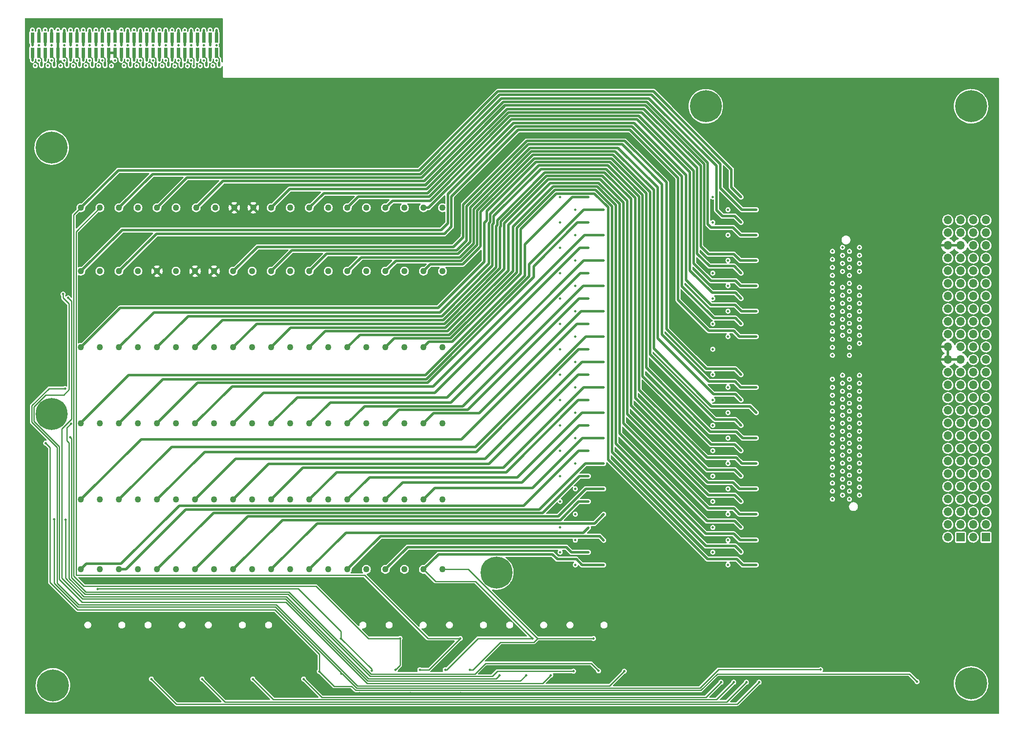
<source format=gbl>
G04 #@! TF.GenerationSoftware,KiCad,Pcbnew,(6.0.0)*
G04 #@! TF.CreationDate,2022-01-05T15:59:24-05:00*
G04 #@! TF.ProjectId,backplane-breaout-big,6261636b-706c-4616-9e65-2d627265616f,rev?*
G04 #@! TF.SameCoordinates,Original*
G04 #@! TF.FileFunction,Copper,L6,Bot*
G04 #@! TF.FilePolarity,Positive*
%FSLAX46Y46*%
G04 Gerber Fmt 4.6, Leading zero omitted, Abs format (unit mm)*
G04 Created by KiCad (PCBNEW (6.0.0)) date 2022-01-05 15:59:24*
%MOMM*%
%LPD*%
G01*
G04 APERTURE LIST*
G04 #@! TA.AperFunction,ComponentPad*
%ADD10C,3.600000*%
G04 #@! TD*
G04 #@! TA.AperFunction,ConnectorPad*
%ADD11C,6.400000*%
G04 #@! TD*
G04 #@! TA.AperFunction,ComponentPad*
%ADD12C,1.270000*%
G04 #@! TD*
G04 #@! TA.AperFunction,ComponentPad*
%ADD13R,1.700000X1.700000*%
G04 #@! TD*
G04 #@! TA.AperFunction,ComponentPad*
%ADD14O,1.700000X1.700000*%
G04 #@! TD*
G04 #@! TA.AperFunction,SMDPad,CuDef*
%ADD15R,0.760000X2.030000*%
G04 #@! TD*
G04 #@! TA.AperFunction,ViaPad*
%ADD16C,0.500000*%
G04 #@! TD*
G04 #@! TA.AperFunction,Conductor*
%ADD17C,0.250000*%
G04 #@! TD*
G04 #@! TA.AperFunction,Conductor*
%ADD18C,0.500000*%
G04 #@! TD*
G04 APERTURE END LIST*
D10*
X107188000Y-125095000D03*
D11*
X107188000Y-125095000D03*
X107188000Y-71755000D03*
D10*
X107188000Y-71755000D03*
D11*
X238125000Y-63500000D03*
D10*
X238125000Y-63500000D03*
D11*
X196215000Y-156845000D03*
D10*
X196215000Y-156845000D03*
D12*
X185420000Y-156210000D03*
X181610000Y-156210000D03*
X185420000Y-111754524D03*
X181610000Y-111754524D03*
X177800000Y-156210000D03*
X173990000Y-156210000D03*
X177800000Y-111754524D03*
X173990000Y-111754524D03*
X170180000Y-156210000D03*
X166370000Y-156210000D03*
X170180000Y-111754524D03*
X166370000Y-111754524D03*
X162560000Y-156210000D03*
X158750000Y-156210000D03*
X162560000Y-111754524D03*
X158750000Y-111754524D03*
X154940000Y-156210000D03*
X151130000Y-156210000D03*
X154940000Y-111754524D03*
X151130000Y-111754524D03*
X147320000Y-156210000D03*
X143510000Y-156210000D03*
X147320000Y-111754524D03*
X143510000Y-111754524D03*
X139700000Y-156210000D03*
X135890000Y-156210000D03*
X139700000Y-111754524D03*
X135890000Y-111754524D03*
X132080000Y-156210000D03*
X128270000Y-156210000D03*
X132080000Y-111754524D03*
X128270000Y-111754524D03*
X124460000Y-156210000D03*
X120650000Y-156210000D03*
X124460000Y-111754524D03*
X120650000Y-111754524D03*
X116840000Y-156210000D03*
X113030000Y-156204524D03*
X116840000Y-111754524D03*
X113030000Y-111754524D03*
X185420000Y-142234524D03*
X181610000Y-142234524D03*
X185420000Y-96514524D03*
X181610000Y-96514524D03*
X177800000Y-142234524D03*
X173990000Y-142234524D03*
X177800000Y-96514524D03*
X173990000Y-96514524D03*
X170180000Y-142234524D03*
X166370000Y-142234524D03*
X170180000Y-96514524D03*
X166370000Y-96514524D03*
X162560000Y-142234524D03*
X158750000Y-142234524D03*
X162560000Y-96514524D03*
X158750000Y-96514524D03*
X154940000Y-142234524D03*
X151130000Y-142234524D03*
X154940000Y-96514524D03*
X151130000Y-96514524D03*
X147320000Y-142234524D03*
X143510000Y-142234524D03*
X147320000Y-96514524D03*
X143510000Y-96514524D03*
X139700000Y-142234524D03*
X135890000Y-142234524D03*
X139700000Y-96514524D03*
X135890000Y-96514524D03*
X132080000Y-142234524D03*
X128270000Y-142234524D03*
X132080000Y-96514524D03*
X128270000Y-96514524D03*
X124460000Y-142234524D03*
X120650000Y-142234524D03*
X124460000Y-96514524D03*
X120650000Y-96514524D03*
X116840000Y-142234524D03*
X113030000Y-142234524D03*
X116840000Y-96514524D03*
X113030000Y-96514524D03*
X185420000Y-126994524D03*
X181610000Y-126994524D03*
X185420000Y-83814524D03*
X181610000Y-83814524D03*
X177800000Y-126994524D03*
X173990000Y-126994524D03*
X177800000Y-83814524D03*
X173990000Y-83814524D03*
X170180000Y-126994524D03*
X166370000Y-126994524D03*
X170180000Y-83814524D03*
X166370000Y-83814524D03*
X162560000Y-126994524D03*
X158750000Y-126994524D03*
X162560000Y-83814524D03*
X158750000Y-83814524D03*
X154940000Y-126994524D03*
X151130000Y-126994524D03*
X154940000Y-83814524D03*
X151130000Y-83814524D03*
X147320000Y-126994524D03*
X143510000Y-126994524D03*
X147555000Y-83814524D03*
X143745000Y-83814524D03*
X139700000Y-126994524D03*
X135890000Y-126994524D03*
X139935000Y-83814524D03*
X136125000Y-83814524D03*
X132080000Y-126994524D03*
X128270000Y-126994524D03*
X132080000Y-83814524D03*
X128270000Y-83814524D03*
X124460000Y-126994524D03*
X120650000Y-126994524D03*
X124460000Y-83814524D03*
X120650000Y-83814524D03*
X116840000Y-126994524D03*
X113030000Y-126994524D03*
X116840000Y-83814524D03*
X113030000Y-83814524D03*
D11*
X291231066Y-179059992D03*
D10*
X291231066Y-179059992D03*
D11*
X291231066Y-63500000D03*
D10*
X291231066Y-63500000D03*
D13*
X294199020Y-149790000D03*
D14*
X291659020Y-149790000D03*
X294199020Y-147250000D03*
X291659020Y-147250000D03*
X294199020Y-144710000D03*
X291659020Y-144710000D03*
X294199020Y-142170000D03*
X291659020Y-142170000D03*
X294199020Y-139630000D03*
X291659020Y-139630000D03*
X294199020Y-137090000D03*
X291659020Y-137090000D03*
X294199020Y-134550000D03*
X291659020Y-134550000D03*
X294199020Y-132010000D03*
X291659020Y-132010000D03*
X294199020Y-129470000D03*
X291659020Y-129470000D03*
X294199020Y-126930000D03*
X291659020Y-126930000D03*
X294199020Y-124390000D03*
X291659020Y-124390000D03*
X294199020Y-121850000D03*
X291659020Y-121850000D03*
X294199020Y-119310000D03*
X291659020Y-119310000D03*
X294199020Y-116770000D03*
X291659020Y-116770000D03*
X294199020Y-114230000D03*
X291659020Y-114230000D03*
X294199020Y-111690000D03*
X291659020Y-111690000D03*
X294199020Y-109150000D03*
X291659020Y-109150000D03*
X294199020Y-106610000D03*
X291659020Y-106610000D03*
X294199020Y-104070000D03*
X291659020Y-104070000D03*
X294199020Y-101530000D03*
X291659020Y-101530000D03*
X294199020Y-98990000D03*
X291659020Y-98990000D03*
X294199020Y-96450000D03*
X291659020Y-96450000D03*
X294199020Y-93910000D03*
X291659020Y-93910000D03*
X294199020Y-91370000D03*
X291659020Y-91370000D03*
X294199020Y-88830000D03*
X291659020Y-88830000D03*
X294199020Y-86290000D03*
X291659020Y-86290000D03*
D11*
X107442000Y-179440992D03*
D10*
X107442000Y-179440992D03*
D13*
X289120000Y-149790000D03*
D14*
X286580000Y-149790000D03*
X289120000Y-147250000D03*
X286580000Y-147250000D03*
X289120000Y-144710000D03*
X286580000Y-144710000D03*
X289120000Y-142170000D03*
X286580000Y-142170000D03*
X289120000Y-139630000D03*
X286580000Y-139630000D03*
X289120000Y-137090000D03*
X286580000Y-137090000D03*
X289120000Y-134550000D03*
X286580000Y-134550000D03*
X289120000Y-132010000D03*
X286580000Y-132010000D03*
X289120000Y-129470000D03*
X286580000Y-129470000D03*
X289120000Y-126930000D03*
X286580000Y-126930000D03*
X289120000Y-124390000D03*
X286580000Y-124390000D03*
X289120000Y-121850000D03*
X286580000Y-121850000D03*
X289120000Y-119310000D03*
X286580000Y-119310000D03*
X289120000Y-116770000D03*
X286580000Y-116770000D03*
X289120000Y-114230000D03*
X286580000Y-114230000D03*
X289120000Y-111690000D03*
X286580000Y-111690000D03*
X289120000Y-109150000D03*
X286580000Y-109150000D03*
X289120000Y-106610000D03*
X286580000Y-106610000D03*
X289120000Y-104070000D03*
X286580000Y-104070000D03*
X289120000Y-101530000D03*
X286580000Y-101530000D03*
X289120000Y-98990000D03*
X286580000Y-98990000D03*
X289120000Y-96450000D03*
X286580000Y-96450000D03*
X289120000Y-93910000D03*
X286580000Y-93910000D03*
X289120000Y-91370000D03*
X286580000Y-91370000D03*
X289120000Y-88830000D03*
X286580000Y-88830000D03*
X289120000Y-86290000D03*
X286580000Y-86290000D03*
D15*
X140160000Y-49745000D03*
X140160000Y-52795000D03*
X138890000Y-49745000D03*
X138890000Y-52795000D03*
X137620000Y-49745000D03*
X137620000Y-52795000D03*
X136350000Y-49745000D03*
X136350000Y-52795000D03*
X135080000Y-49745000D03*
X135080000Y-52795000D03*
X133810000Y-49745000D03*
X133810000Y-52795000D03*
X132540000Y-49745000D03*
X132540000Y-52795000D03*
X131270000Y-49745000D03*
X131270000Y-52795000D03*
X130000000Y-49745000D03*
X130000000Y-52795000D03*
X128730000Y-49745000D03*
X128730000Y-52795000D03*
X127460000Y-49745000D03*
X127460000Y-52795000D03*
X126190000Y-49745000D03*
X126190000Y-52795000D03*
X124920000Y-49745000D03*
X124920000Y-52795000D03*
X123650000Y-49745000D03*
X123650000Y-52795000D03*
X122380000Y-49745000D03*
X122380000Y-52795000D03*
X121110000Y-49745000D03*
X121110000Y-52795000D03*
X119840000Y-49745000D03*
X119840000Y-52795000D03*
X118570000Y-49745000D03*
X118570000Y-52795000D03*
X117300000Y-49745000D03*
X117300000Y-52795000D03*
X116030000Y-49745000D03*
X116030000Y-52795000D03*
X114760000Y-49745000D03*
X114760000Y-52795000D03*
X113490000Y-49745000D03*
X113490000Y-52795000D03*
X112220000Y-49745000D03*
X112220000Y-52795000D03*
X110950000Y-49745000D03*
X110950000Y-52795000D03*
X109680000Y-49745000D03*
X109680000Y-52795000D03*
X108410000Y-49745000D03*
X108410000Y-52795000D03*
X107140000Y-49745000D03*
X107140000Y-52795000D03*
X105870000Y-49745000D03*
X105870000Y-52795000D03*
X104600000Y-49745000D03*
X104600000Y-52795000D03*
X103330000Y-49745000D03*
X103330000Y-52795000D03*
D16*
X109855000Y-120015000D03*
X111032583Y-127056348D03*
X217690000Y-119786400D03*
X122380000Y-51257000D03*
X263492000Y-119750000D03*
X212025800Y-119761000D03*
X266892000Y-119750000D03*
X122380000Y-54305000D03*
X245190800Y-122301000D03*
X265492000Y-120550000D03*
X123650000Y-54305000D03*
X239550800Y-122301000D03*
X268892000Y-120550000D03*
X123650000Y-51257000D03*
X214649000Y-122326400D03*
X263492000Y-121350000D03*
X123649600Y-48234800D03*
X124234000Y-55372000D03*
X208984800Y-122301000D03*
X266892000Y-121350000D03*
X125504000Y-55372000D03*
X265492000Y-122150000D03*
X248250800Y-124841000D03*
X242591800Y-124841000D03*
X268892000Y-122150000D03*
X124919600Y-48234800D03*
X217690000Y-124866400D03*
X124920000Y-51257000D03*
X263492000Y-122950000D03*
X124920000Y-54305000D03*
X212025800Y-124841000D03*
X266892000Y-122950000D03*
X126190000Y-54305000D03*
X245190800Y-127381000D03*
X265492000Y-123750000D03*
X239550800Y-127381000D03*
X268892000Y-123750000D03*
X126190000Y-51257000D03*
X126189600Y-48234800D03*
X214649000Y-127406400D03*
X263492000Y-124550000D03*
X126774000Y-55372000D03*
X208984800Y-127381000D03*
X266892000Y-124550000D03*
X265492000Y-125350000D03*
X248250800Y-129921000D03*
X128044000Y-55372000D03*
X127459600Y-48234800D03*
X268892000Y-125350000D03*
X242591800Y-129921000D03*
X217690000Y-129946400D03*
X127460000Y-51257000D03*
X263492000Y-126150000D03*
X212025800Y-129921000D03*
X266892000Y-126150000D03*
X127460000Y-54305000D03*
X128730000Y-54305000D03*
X245190800Y-132461000D03*
X265492000Y-126950000D03*
X268892000Y-126950000D03*
X128730000Y-51257000D03*
X239550800Y-132461000D03*
X263492000Y-127750000D03*
X128729600Y-48234800D03*
X214649000Y-132486400D03*
X248250800Y-135001000D03*
X265492000Y-128550000D03*
X130584000Y-55372000D03*
X268892000Y-128550000D03*
X129999600Y-48234800D03*
X242591800Y-135001000D03*
X217690000Y-135026400D03*
X263492000Y-129350000D03*
X130000000Y-51257000D03*
X212025800Y-135001000D03*
X266892000Y-129350000D03*
X130000000Y-54305000D03*
X265492000Y-130150000D03*
X131270000Y-54330400D03*
X245190800Y-137541000D03*
X239550800Y-137541000D03*
X268892000Y-130150000D03*
X131270000Y-51282400D03*
X131269600Y-48260200D03*
X263492000Y-130950000D03*
X214649000Y-137566400D03*
X266892000Y-130950000D03*
X208984800Y-137541000D03*
X131854000Y-55397400D03*
X133124000Y-55397400D03*
X265492000Y-131750000D03*
X248250800Y-140081000D03*
X132539600Y-48260200D03*
X242591800Y-140081000D03*
X268892000Y-131750000D03*
X263492000Y-132550000D03*
X217690000Y-140106400D03*
X132540000Y-51282400D03*
X266892000Y-132550000D03*
X212025800Y-140081000D03*
X132540000Y-54330400D03*
X133810000Y-54330400D03*
X245190800Y-142621000D03*
X265492000Y-133350000D03*
X133810000Y-51282400D03*
X268892000Y-133350000D03*
X239550800Y-142621000D03*
X263492000Y-134150000D03*
X214649000Y-142646400D03*
X133809600Y-48260200D03*
X266892000Y-134150000D03*
X134394000Y-55397400D03*
X208984800Y-142621000D03*
X248250800Y-145161000D03*
X135664000Y-55397400D03*
X265492000Y-134950000D03*
X268892000Y-134950000D03*
X135079600Y-48260200D03*
X242591800Y-145161000D03*
X217690000Y-145186400D03*
X135080000Y-51282400D03*
X263492000Y-135750000D03*
X135080000Y-54330400D03*
X212025800Y-145161000D03*
X266892000Y-135750000D03*
X265492000Y-136550000D03*
X245190800Y-147828000D03*
X136350000Y-54330400D03*
X239550800Y-147828000D03*
X268892000Y-136550000D03*
X136350000Y-51282400D03*
X214649000Y-147853400D03*
X136349600Y-48260200D03*
X263492000Y-137350000D03*
X266892000Y-137350000D03*
X136934000Y-55397400D03*
X208984800Y-147828000D03*
X265492000Y-138150000D03*
X248250800Y-150368000D03*
X138204000Y-55372000D03*
X268892000Y-138150000D03*
X242591800Y-150368000D03*
X137619600Y-48234800D03*
X137620000Y-51257000D03*
X263492000Y-138950000D03*
X217690000Y-150393400D03*
X137620000Y-54305000D03*
X212025800Y-150368000D03*
X266892000Y-138950000D03*
X138890000Y-54305000D03*
X265492000Y-139750000D03*
X245190800Y-152781000D03*
X138890000Y-51257000D03*
X268892000Y-139750000D03*
X221805500Y-176593500D03*
X239550800Y-152781000D03*
X138889600Y-48234800D03*
X214649000Y-152806400D03*
X263492000Y-140550000D03*
X139474000Y-55372000D03*
X208984800Y-152781000D03*
X266892000Y-140550000D03*
X140744000Y-55372000D03*
X248250800Y-155321000D03*
X265492000Y-141350000D03*
X268892000Y-141350000D03*
X140159600Y-48234800D03*
X242591800Y-155321000D03*
X203454000Y-170053000D03*
X217690000Y-155346400D03*
X263492000Y-142150000D03*
X185962457Y-176316878D03*
X140160000Y-51257000D03*
X266892000Y-142150000D03*
X215646000Y-170053000D03*
X140160000Y-54305000D03*
X212025800Y-155321000D03*
X190925622Y-176316878D03*
X103330000Y-54305000D03*
X176911000Y-170053000D03*
X265492000Y-91750000D03*
X245190800Y-81674000D03*
X176006050Y-176316878D03*
X188976000Y-170053000D03*
X239550800Y-81674000D03*
X180882457Y-176316878D03*
X103330000Y-51257000D03*
X268892000Y-91750000D03*
X103329600Y-48234800D03*
X211645500Y-176593500D03*
X214649000Y-81699400D03*
X263492000Y-92550000D03*
X216664000Y-176528000D03*
X208984800Y-81674000D03*
X110913551Y-129791292D03*
X103914000Y-55372000D03*
X266892000Y-92550000D03*
X105177700Y-55375019D03*
X265492000Y-93350000D03*
X248250800Y-84214000D03*
X104599600Y-48234800D03*
X268892000Y-93350000D03*
X242591800Y-84214000D03*
X104600000Y-51257000D03*
X263492000Y-94150000D03*
X217672825Y-84256035D03*
X266892000Y-94150000D03*
X212025800Y-84214000D03*
X104600000Y-54305000D03*
X245190800Y-86741000D03*
X265492000Y-94950000D03*
X105870000Y-54305000D03*
X239550800Y-86741000D03*
X268892000Y-94950000D03*
X105870000Y-51257000D03*
X105869600Y-48234800D03*
X263492000Y-95750000D03*
X214649000Y-86766400D03*
X266892000Y-95750000D03*
X106454000Y-55372000D03*
X208984800Y-86741000D03*
X212025800Y-109601000D03*
X266892000Y-110150000D03*
X109982000Y-146304000D03*
X117300000Y-54305000D03*
X196831000Y-177400000D03*
X263492000Y-98950000D03*
X108409600Y-48234800D03*
X214649000Y-91846400D03*
X212025800Y-89281000D03*
X266892000Y-97350000D03*
X107140000Y-54305000D03*
X208984800Y-91821000D03*
X160782000Y-176657000D03*
X266892000Y-98950000D03*
X108994000Y-55372000D03*
X280416000Y-178689000D03*
X105983750Y-130941202D03*
X109680000Y-51257000D03*
X217690000Y-94386400D03*
X263492000Y-100550000D03*
X212025800Y-94361000D03*
X266892000Y-100550000D03*
X109680000Y-54305000D03*
X265492000Y-101350000D03*
X245190800Y-96901000D03*
X110950000Y-54305000D03*
X110950000Y-51257000D03*
X268892000Y-101350000D03*
X239550800Y-96901000D03*
X263492000Y-102150000D03*
X214649000Y-96926400D03*
X110949600Y-48234800D03*
X208984800Y-96901000D03*
X111534000Y-55372000D03*
X266892000Y-102150000D03*
X248250800Y-99441000D03*
X112804000Y-55372000D03*
X265492000Y-102950000D03*
X242591800Y-99441000D03*
X268892000Y-102950000D03*
X112219600Y-48234800D03*
X217690000Y-99466400D03*
X263492000Y-103750000D03*
X112220000Y-51257000D03*
X212025800Y-99441000D03*
X266892000Y-103750000D03*
X112220000Y-54305000D03*
X113490000Y-54305000D03*
X265492000Y-104550000D03*
X245190800Y-101981000D03*
X113490000Y-51257000D03*
X268892000Y-104550000D03*
X239550800Y-101981000D03*
X214649000Y-102006400D03*
X263492000Y-105350000D03*
X113489600Y-48234800D03*
X208984800Y-101981000D03*
X266892000Y-105350000D03*
X114074000Y-55372000D03*
X265492000Y-106150000D03*
X115344000Y-55372000D03*
X248250800Y-104521000D03*
X268892000Y-106150000D03*
X114759600Y-48234800D03*
X242591800Y-104521000D03*
X263492000Y-106950000D03*
X217690000Y-104546400D03*
X114760000Y-51257000D03*
X114760000Y-54305000D03*
X266892000Y-106950000D03*
X212025800Y-104521000D03*
X116030000Y-54305000D03*
X265492000Y-107750000D03*
X245190800Y-107061000D03*
X239550800Y-107061000D03*
X268892000Y-107750000D03*
X116030000Y-51257000D03*
X214649000Y-107086400D03*
X263492000Y-108550000D03*
X116029600Y-48234800D03*
X266892000Y-108550000D03*
X208984800Y-107061000D03*
X116614000Y-55372000D03*
X265492000Y-109350000D03*
X117884000Y-55372000D03*
X248250800Y-109601000D03*
X268892000Y-109350000D03*
X117299600Y-48234800D03*
X242591800Y-109601000D03*
X117300000Y-51257000D03*
X263492000Y-110150000D03*
X217690000Y-109626400D03*
X239550800Y-112141000D03*
X268892000Y-110950000D03*
X118570000Y-51257000D03*
X208984800Y-112141000D03*
X266892000Y-111750000D03*
X119154000Y-55372000D03*
X119840000Y-51257000D03*
X217690000Y-114706400D03*
X263492000Y-113350000D03*
X212025800Y-114681000D03*
X119840000Y-54305000D03*
X261112000Y-176276000D03*
X107681589Y-146199946D03*
X165156912Y-177081118D03*
X266892000Y-113350000D03*
X121109600Y-48234800D03*
X263492000Y-118150000D03*
X214649000Y-117246400D03*
X121694000Y-55372000D03*
X208984800Y-117221000D03*
X266892000Y-118150000D03*
X266892000Y-127750000D03*
X129314000Y-55372000D03*
X165100000Y-170053000D03*
X171230550Y-176488638D03*
X116440282Y-160171456D03*
X208984800Y-132461000D03*
X263492000Y-111750000D03*
X118569600Y-48234800D03*
X214649000Y-112166400D03*
X157607000Y-178181000D03*
X241173000Y-178816000D03*
X147447000Y-178181000D03*
X243713000Y-178816000D03*
X246253000Y-178816000D03*
X137287000Y-178181000D03*
X127127000Y-178181000D03*
X248793000Y-178816000D03*
X263492000Y-97350000D03*
X107140000Y-51257000D03*
X217690000Y-89306400D03*
X242591800Y-119761000D03*
X268892000Y-118950000D03*
X122379600Y-48234800D03*
X265492000Y-118950000D03*
X248250800Y-119761000D03*
X202165000Y-177400000D03*
X122964000Y-55372000D03*
X110490000Y-101854000D03*
X268892000Y-117350000D03*
X121110000Y-51257000D03*
X109474000Y-101092000D03*
X207118000Y-177400000D03*
X239550800Y-117221000D03*
X121110000Y-54305000D03*
X265492000Y-117350000D03*
X245190800Y-117221000D03*
X108410000Y-54305000D03*
X217932000Y-164592000D03*
X224536000Y-175768000D03*
X246507000Y-161290000D03*
X242591800Y-114681000D03*
X239550800Y-91821000D03*
X271272000Y-178943000D03*
X243967000Y-170180000D03*
X133223000Y-175768000D03*
X164465000Y-180213000D03*
X204216000Y-175768000D03*
X108410000Y-51257000D03*
X178986797Y-181005833D03*
X248250800Y-114681000D03*
X229743000Y-175768000D03*
X265492000Y-98150000D03*
X219456000Y-175768000D03*
X189074738Y-181005833D03*
X153543000Y-175768000D03*
X118570000Y-54305000D03*
X158496000Y-175768000D03*
X143256000Y-175768000D03*
X246507000Y-170180000D03*
X181864000Y-164592000D03*
X120424000Y-55372000D03*
X241427000Y-161290000D03*
X122918000Y-175750000D03*
X193802000Y-164592000D03*
X199263000Y-175768000D03*
X138303000Y-175768000D03*
X183812040Y-181259833D03*
X234569000Y-175768000D03*
X265492000Y-112550000D03*
X117983000Y-175641000D03*
X241427000Y-170180000D03*
X209423000Y-175768000D03*
X173818334Y-181259833D03*
X265492000Y-110950000D03*
X268892000Y-98150000D03*
X255270000Y-179070000D03*
X249047000Y-161290000D03*
X245190800Y-91821000D03*
X169799000Y-164592000D03*
X249047000Y-170180000D03*
X161036000Y-179959000D03*
X243967000Y-161290000D03*
X214376000Y-175768000D03*
X128016000Y-175768000D03*
X205867000Y-164592000D03*
X148463000Y-175768000D03*
X195072000Y-176276000D03*
X168826797Y-181005833D03*
X245190800Y-112141000D03*
X268892000Y-112550000D03*
X119839600Y-48234800D03*
X268892000Y-99750000D03*
X109679600Y-48234800D03*
X242591800Y-94361000D03*
X265492000Y-99750000D03*
X110264000Y-55372000D03*
X248250800Y-94361000D03*
X268892000Y-96550000D03*
X107139600Y-48234800D03*
X242591800Y-89281000D03*
X248250800Y-89281000D03*
X107724000Y-55372000D03*
X265492000Y-96550000D03*
D17*
X106027031Y-121267031D02*
X109602547Y-121267031D01*
X106027031Y-121267031D02*
X103660289Y-123633773D01*
X110672289Y-103052289D02*
X110672289Y-120197289D01*
X109602547Y-121267031D02*
X110672289Y-120197289D01*
X218876289Y-179522711D02*
X221805500Y-176593500D01*
X168415497Y-179522711D02*
X218876289Y-179522711D01*
X152159496Y-163266711D02*
X168415497Y-179522711D01*
X112588481Y-163266711D02*
X152159496Y-163266711D01*
X108259289Y-158937519D02*
X112588481Y-163266711D01*
X103207578Y-126743746D02*
X108259289Y-131795457D01*
X108259289Y-131795457D02*
X108259289Y-158937519D01*
X103207578Y-123446254D02*
X103207578Y-126743746D01*
X106638832Y-120015000D02*
X103207578Y-123446254D01*
X109855000Y-120015000D02*
X106638832Y-120015000D01*
X205448000Y-179070000D02*
X207118000Y-177400000D01*
X170306200Y-179070000D02*
X205448000Y-179070000D01*
X154050199Y-162814000D02*
X170306200Y-179070000D01*
X113284000Y-162814000D02*
X154050199Y-162814000D01*
X108712000Y-158242000D02*
X113284000Y-162814000D01*
X108712000Y-131607938D02*
X108712000Y-158242000D01*
X103660289Y-123633773D02*
X103660289Y-126556227D01*
X109474000Y-101854000D02*
X110672289Y-103052289D01*
X103660289Y-126556227D02*
X108712000Y-131607938D01*
X109474000Y-101092000D02*
X109474000Y-101854000D01*
X111125000Y-102489000D02*
X110490000Y-101854000D01*
X111125000Y-126146938D02*
X111125000Y-102489000D01*
X109220000Y-132715000D02*
X109220000Y-128051938D01*
X182499000Y-170053000D02*
X188976000Y-170053000D01*
X169821384Y-157375384D02*
X182499000Y-170053000D01*
X112046844Y-127499311D02*
X112046844Y-157375384D01*
X112062995Y-88591529D02*
X112062995Y-127483160D01*
X116840000Y-83814524D02*
X112062995Y-88591529D01*
X170561000Y-170053000D02*
X176911000Y-170053000D01*
X113620964Y-159589734D02*
X160097734Y-159589734D01*
X111610284Y-127295641D02*
X111594133Y-127311792D01*
X111610284Y-85234240D02*
X111610284Y-127295641D01*
X109220000Y-128051938D02*
X111125000Y-126146938D01*
X112062995Y-127483160D02*
X112046844Y-127499311D01*
X113030000Y-83814524D02*
X111610284Y-85234240D01*
X110238615Y-130426385D02*
X110238615Y-127850316D01*
X110688711Y-130876481D02*
X110238615Y-130426385D01*
X110688711Y-158054481D02*
X110688711Y-130876481D01*
X113836097Y-161201867D02*
X110688711Y-158054481D01*
X154486557Y-161201867D02*
X113836097Y-161201867D01*
X170920056Y-177635366D02*
X154486557Y-161201867D01*
X195358404Y-177635366D02*
X170920056Y-177635366D01*
X111594133Y-157562903D02*
X113620964Y-159589734D01*
X196400270Y-176593500D02*
X195358404Y-177635366D01*
X111594133Y-127311792D02*
X111594133Y-157562903D01*
X211645500Y-176593500D02*
X196400270Y-176593500D01*
X110238615Y-127850316D02*
X111032583Y-127056348D01*
X160097734Y-159589734D02*
X170561000Y-170053000D01*
X109220000Y-132715000D02*
X109220000Y-132080000D01*
X109220000Y-157988000D02*
X109220000Y-132715000D01*
X112046844Y-157375384D02*
X169821384Y-157375384D01*
X106845867Y-131803319D02*
X105983750Y-130941202D01*
X106845867Y-158804557D02*
X106845867Y-131803319D01*
X112379310Y-164338000D02*
X106845867Y-158804557D01*
X160782000Y-176657000D02*
X160782000Y-173228000D01*
X151892000Y-164338000D02*
X112379310Y-164338000D01*
X160782000Y-173228000D02*
X151892000Y-164338000D01*
D18*
X207421289Y-153192289D02*
X208407000Y-154178000D01*
X184627711Y-153192289D02*
X207421289Y-153192289D01*
X181610000Y-156210000D02*
X184627711Y-153192289D01*
X212217000Y-154178000D02*
X208407000Y-154178000D01*
D17*
X203672062Y-170815000D02*
X204434062Y-170053000D01*
X201295000Y-170815000D02*
X203672062Y-170815000D01*
X201295000Y-170815000D02*
X196977000Y-170815000D01*
X204434062Y-170053000D02*
X215646000Y-170053000D01*
X190591062Y-156210000D02*
X204434062Y-170053000D01*
X185420000Y-156210000D02*
X190591062Y-156210000D01*
D18*
X213715600Y-119786400D02*
X217690000Y-119786400D01*
X157474524Y-135890000D02*
X197612000Y-135890000D01*
X151130000Y-142234524D02*
X157474524Y-135890000D01*
X197612000Y-135890000D02*
X213715600Y-119786400D01*
X202930218Y-71831133D02*
X220548133Y-71831133D01*
X220548133Y-71831133D02*
X228473000Y-79756000D01*
X244047800Y-121158000D02*
X245190800Y-122301000D01*
X228473000Y-109982000D02*
X239649000Y-121158000D01*
X228473000Y-79756000D02*
X228473000Y-109982000D01*
X190957133Y-90662217D02*
X190957133Y-83804218D01*
X239649000Y-121158000D02*
X244047800Y-121158000D01*
X190957133Y-83804218D02*
X202930218Y-71831133D01*
X188579216Y-93040133D02*
X190957133Y-90662217D01*
X158750000Y-96514524D02*
X162224391Y-93040133D01*
X123650000Y-52795000D02*
X123650000Y-54305000D01*
X162224391Y-93040133D02*
X188579216Y-93040133D01*
X123650000Y-49745000D02*
X123650000Y-51105000D01*
X123650000Y-51105000D02*
X123650000Y-51257000D01*
X164205524Y-136779000D02*
X198170800Y-136779000D01*
X158750000Y-142234524D02*
X164205524Y-136779000D01*
X198170800Y-136779000D02*
X212623400Y-122326400D01*
X212623400Y-122326400D02*
X214649000Y-122326400D01*
X227711000Y-112014000D02*
X239268000Y-123571000D01*
X125498201Y-54742799D02*
X125498201Y-55366201D01*
X166370000Y-96514524D02*
X169141680Y-93742844D01*
X203221291Y-72533844D02*
X219980844Y-72533844D01*
X169141680Y-93742844D02*
X188870288Y-93742844D01*
D17*
X124920000Y-53424262D02*
X125498201Y-54002463D01*
D18*
X227711000Y-80264000D02*
X227711000Y-112014000D01*
X219980844Y-72533844D02*
X227711000Y-80264000D01*
X246980800Y-123571000D02*
X248250800Y-124841000D01*
X191659844Y-90953290D02*
X191659844Y-84095291D01*
X125498201Y-55366201D02*
X125504000Y-55372000D01*
D17*
X125498201Y-54002463D02*
X125498201Y-54557537D01*
D18*
X191659844Y-84095291D02*
X203221291Y-72533844D01*
X239268000Y-123571000D02*
X246980800Y-123571000D01*
X188870288Y-93742844D02*
X191659844Y-90953290D01*
X124919600Y-49744800D02*
X124919600Y-48234800D01*
X213334600Y-124866400D02*
X217690000Y-124866400D01*
X170809524Y-137795000D02*
X200406000Y-137795000D01*
X200406000Y-137795000D02*
X213334600Y-124866400D01*
X166370000Y-142234524D02*
X170809524Y-137795000D01*
X244047800Y-126238000D02*
X245190800Y-127381000D01*
X203512365Y-73236555D02*
X219562771Y-73236555D01*
X126190000Y-52795000D02*
X126190000Y-54305000D01*
X189161360Y-94445555D02*
X192362555Y-91244363D01*
X192362555Y-84386365D02*
X203512365Y-73236555D01*
X176058969Y-94445555D02*
X189161360Y-94445555D01*
X173990000Y-96514524D02*
X176058969Y-94445555D01*
X192362555Y-91244363D02*
X192362555Y-84386365D01*
X226949000Y-113157000D02*
X240030000Y-126238000D01*
X226949000Y-80622783D02*
X226949000Y-113157000D01*
X240030000Y-126238000D02*
X244047800Y-126238000D01*
X219562771Y-73236555D02*
X226949000Y-80622783D01*
X126190000Y-49745000D02*
X126190000Y-51105000D01*
X126190000Y-51105000D02*
X126190000Y-51257000D01*
X201345800Y-138811000D02*
X212750400Y-127406400D01*
X212750400Y-127406400D02*
X214649000Y-127406400D01*
X177413524Y-138811000D02*
X201345800Y-138811000D01*
X173990000Y-142234524D02*
X177413524Y-138811000D01*
X226187000Y-80876783D02*
X226187000Y-115824000D01*
X128038201Y-54742799D02*
X128038201Y-55366201D01*
X244221000Y-128651000D02*
X245491000Y-129921000D01*
X189452432Y-95148266D02*
X192653624Y-91947074D01*
X128038201Y-55366201D02*
X128044000Y-55372000D01*
X239014000Y-128651000D02*
X244221000Y-128651000D01*
X181610000Y-96514524D02*
X182976258Y-95148266D01*
X193065265Y-91535436D02*
X193065266Y-84677438D01*
X193065266Y-84677438D02*
X203803438Y-73939266D01*
X219249483Y-73939266D02*
X226187000Y-80876783D01*
X226187000Y-115824000D02*
X239014000Y-128651000D01*
X182976258Y-95148266D02*
X189452432Y-95148266D01*
D17*
X127460000Y-53424262D02*
X128038201Y-54002463D01*
D18*
X245491000Y-129921000D02*
X248250800Y-129921000D01*
X203803438Y-73939266D02*
X219249483Y-73939266D01*
D17*
X128038201Y-54002463D02*
X128038201Y-54557537D01*
D18*
X192653624Y-91947074D02*
X192653627Y-91947074D01*
X192653627Y-91947074D02*
X193065265Y-91535436D01*
X127459600Y-49744800D02*
X127459600Y-48234800D01*
X217690000Y-129946400D02*
X213461600Y-129946400D01*
X183890524Y-139954000D02*
X181610000Y-142234524D01*
X213461600Y-129946400D02*
X203454000Y-139954000D01*
X203454000Y-139954000D02*
X183890524Y-139954000D01*
X194275975Y-84489025D02*
X204123023Y-74641977D01*
X204123023Y-74641977D02*
X218913977Y-74641977D01*
X193767975Y-94649025D02*
X193767977Y-86873506D01*
X113030000Y-111754524D02*
X120898524Y-103886000D01*
X128730000Y-52795000D02*
X128730000Y-54305000D01*
X218913977Y-74641977D02*
X225484289Y-81212289D01*
X193767977Y-86873506D02*
X194275975Y-86365508D01*
X184531000Y-103886000D02*
X193767975Y-94649025D01*
X225484289Y-81212289D02*
X225484289Y-117534289D01*
X225484289Y-117534289D02*
X239141000Y-131191000D01*
X239141000Y-131191000D02*
X243920800Y-131191000D01*
X243920800Y-131191000D02*
X245190800Y-132461000D01*
X120898524Y-103886000D02*
X184531000Y-103886000D01*
X194275975Y-86365508D02*
X194275975Y-84489025D01*
X128730000Y-51105000D02*
X128730000Y-51257000D01*
X128730000Y-49745000D02*
X128730000Y-51105000D01*
X113030000Y-156204524D02*
X114112235Y-155122289D01*
X121100546Y-155122289D02*
X132712835Y-143510000D01*
X212699600Y-132486400D02*
X214649000Y-132486400D01*
X201676000Y-143510000D02*
X212699600Y-132486400D01*
X114112235Y-155122289D02*
X121100546Y-155122289D01*
X132712835Y-143510000D02*
X201676000Y-143510000D01*
X245364000Y-135001000D02*
X248250800Y-135001000D01*
X130578201Y-55366201D02*
X130584000Y-55372000D01*
X127629524Y-104775000D02*
X184912000Y-104775000D01*
X224781578Y-81630361D02*
X224781578Y-120260578D01*
X244221000Y-133858000D02*
X245364000Y-135001000D01*
X184912000Y-104775000D02*
X194724688Y-94962312D01*
X194724688Y-86910578D02*
X194978686Y-86656581D01*
X194978686Y-85056314D02*
X204690312Y-75344688D01*
D17*
X130578201Y-54002463D02*
X130578201Y-54557537D01*
D18*
X224781578Y-120260578D02*
X238379000Y-133858000D01*
X238379000Y-133858000D02*
X244221000Y-133858000D01*
X204690312Y-75344688D02*
X218495905Y-75344688D01*
X194978686Y-86656581D02*
X194978686Y-85056314D01*
X218495905Y-75344688D02*
X224781578Y-81630361D01*
X194724688Y-94962312D02*
X194724688Y-86910578D01*
D17*
X130000000Y-53424262D02*
X130578201Y-54002463D01*
D18*
X120650000Y-111754524D02*
X127629524Y-104775000D01*
X130578201Y-54742799D02*
X130578201Y-55366201D01*
X129999600Y-49744800D02*
X129999600Y-48234800D01*
X217664600Y-135001000D02*
X213995000Y-135001000D01*
X122044470Y-156210000D02*
X120650000Y-156210000D01*
X134041759Y-144212711D02*
X122044470Y-156210000D01*
X217690000Y-135026400D02*
X217664600Y-135001000D01*
X204783289Y-144212711D02*
X134041759Y-144212711D01*
X213995000Y-135001000D02*
X204783289Y-144212711D01*
X195427399Y-95402601D02*
X195427399Y-87201652D01*
X128270000Y-111754524D02*
X134487524Y-105537000D01*
X185293000Y-105537000D02*
X195427399Y-95402601D01*
X238379000Y-136271000D02*
X243920800Y-136271000D01*
X195681393Y-86947661D02*
X195681395Y-85496605D01*
X195427399Y-87201652D02*
X195681393Y-86947661D01*
X134487524Y-105537000D02*
X185293000Y-105537000D01*
X131270000Y-52820400D02*
X131270000Y-54330400D01*
X224028000Y-81870567D02*
X224028000Y-121920000D01*
X218208217Y-76050783D02*
X224028000Y-81870567D01*
X205127217Y-76050783D02*
X218208217Y-76050783D01*
X243920800Y-136271000D02*
X245190800Y-137541000D01*
X224028000Y-121920000D02*
X238379000Y-136271000D01*
X195681395Y-85496605D02*
X205127217Y-76050783D01*
X131270000Y-49770400D02*
X131270000Y-51130400D01*
X131270000Y-51130400D02*
X131270000Y-51282400D01*
X212804383Y-137566400D02*
X214649000Y-137566400D01*
X205455361Y-144915422D02*
X212804383Y-137566400D01*
X139564578Y-144915422D02*
X205455361Y-144915422D01*
X128270000Y-156210000D02*
X139564578Y-144915422D01*
X217850494Y-76753494D02*
X223139000Y-82042000D01*
X205926289Y-76753494D02*
X217850494Y-76753494D01*
X223139000Y-82042000D02*
X223139000Y-123444000D01*
X243586000Y-138811000D02*
X244856000Y-140081000D01*
X196384104Y-86295679D02*
X205926289Y-76753494D01*
X238506000Y-138811000D02*
X243586000Y-138811000D01*
X196130110Y-87492727D02*
X196384104Y-87238734D01*
D17*
X133118201Y-54027863D02*
X133118201Y-54582937D01*
D18*
X196384104Y-87238734D02*
X196384104Y-86295679D01*
X185547000Y-106299000D02*
X196130109Y-95715891D01*
X244856000Y-140081000D02*
X248250800Y-140081000D01*
X223139000Y-123444000D02*
X238506000Y-138811000D01*
X196130109Y-95715891D02*
X196130110Y-87492727D01*
D17*
X132540000Y-53449662D02*
X133118201Y-54027863D01*
D18*
X135890000Y-111754524D02*
X141345524Y-106299000D01*
X133118201Y-55391601D02*
X133124000Y-55397400D01*
X141345524Y-106299000D02*
X185547000Y-106299000D01*
X133118201Y-54768199D02*
X133118201Y-55391601D01*
X132539600Y-49770200D02*
X132539600Y-48260200D01*
X217690000Y-140106400D02*
X217664600Y-140081000D01*
X146481867Y-145618133D02*
X208584867Y-145618133D01*
X135890000Y-156210000D02*
X146481867Y-145618133D01*
X217664600Y-140081000D02*
X214122000Y-140081000D01*
X214122000Y-140081000D02*
X208584867Y-145618133D01*
X222377000Y-82423000D02*
X222377000Y-125095000D01*
X148203524Y-107061000D02*
X185801000Y-107061000D01*
X222377000Y-125095000D02*
X238633000Y-141351000D01*
X197086817Y-86608967D02*
X206239579Y-77456205D01*
X243920800Y-141351000D02*
X245190800Y-142621000D01*
X196959819Y-87656802D02*
X197086814Y-87529808D01*
X185801000Y-107061000D02*
X196959819Y-95902181D01*
X206239579Y-77456205D02*
X217410205Y-77456205D01*
X133810000Y-52795000D02*
X133810000Y-54330400D01*
X238633000Y-141351000D02*
X243920800Y-141351000D01*
X197086814Y-87529808D02*
X197086817Y-86608967D01*
X196959819Y-95902181D02*
X196959819Y-87656802D01*
X217410205Y-77456205D02*
X222377000Y-82423000D01*
X143510000Y-111754524D02*
X148203524Y-107061000D01*
X133809600Y-49770200D02*
X133809600Y-51280200D01*
X209002940Y-146320844D02*
X212677384Y-142646400D01*
X212677384Y-142646400D02*
X214649000Y-142646400D01*
X153399156Y-146320844D02*
X209002940Y-146320844D01*
X143510000Y-156210000D02*
X153399156Y-146320844D01*
D17*
X135664000Y-54040062D02*
X135079399Y-53455461D01*
D18*
X206552868Y-78158916D02*
X216969916Y-78158916D01*
X243713000Y-144018000D02*
X244856000Y-145161000D01*
X155028560Y-107855964D02*
X186022036Y-107855964D01*
X151130000Y-111754524D02*
X155028560Y-107855964D01*
X197789527Y-96088473D02*
X197789527Y-86922257D01*
X221615000Y-127000000D02*
X238633000Y-144018000D01*
D17*
X135664000Y-55397400D02*
X135664000Y-54040062D01*
D18*
X238633000Y-144018000D02*
X243713000Y-144018000D01*
X216969916Y-78158916D02*
X221615000Y-82804000D01*
X186022036Y-107855964D02*
X197789527Y-96088473D01*
X221615000Y-82804000D02*
X221615000Y-127000000D01*
X244856000Y-145161000D02*
X248250800Y-145161000D01*
X197789527Y-86922257D02*
X206552868Y-78158916D01*
X135080000Y-49770400D02*
X135080000Y-48410400D01*
X160316445Y-147023555D02*
X151130000Y-156210000D01*
X215852845Y-147023555D02*
X160316445Y-147023555D01*
X217690000Y-145186400D02*
X215852845Y-147023555D01*
X136350000Y-52795000D02*
X136350000Y-54330400D01*
X158750000Y-111754524D02*
X161945849Y-108558675D01*
X220853000Y-83035784D02*
X220853000Y-129032000D01*
X207015373Y-78861627D02*
X216678843Y-78861627D01*
X220853000Y-129032000D02*
X238379000Y-146558000D01*
X186462325Y-108558675D02*
X198628000Y-96393000D01*
X238379000Y-146558000D02*
X243920800Y-146558000D01*
X198628000Y-96393000D02*
X198628000Y-87249000D01*
X243920800Y-146558000D02*
X245190800Y-147828000D01*
X198628000Y-87249000D02*
X207015373Y-78861627D01*
X161945849Y-108558675D02*
X186462325Y-108558675D01*
X216678843Y-78861627D02*
X220853000Y-83035784D01*
X136349600Y-49770200D02*
X136349600Y-51280200D01*
X214649000Y-147853400D02*
X213633136Y-148869264D01*
X166090736Y-148869264D02*
X158750000Y-156210000D01*
X213633136Y-148869264D02*
X166090736Y-148869264D01*
D17*
X138197711Y-54008373D02*
X137619399Y-53430061D01*
D18*
X199517000Y-87630000D02*
X207582662Y-79564338D01*
X220091000Y-131064000D02*
X238125000Y-149098000D01*
D17*
X138197711Y-54748487D02*
X138197711Y-54008373D01*
D18*
X199517000Y-96497783D02*
X199517000Y-87630000D01*
X166370000Y-111754524D02*
X168863138Y-109261386D01*
X244983000Y-150368000D02*
X248250800Y-150368000D01*
X168863138Y-109261386D02*
X186753398Y-109261386D01*
X186753398Y-109261386D02*
X199517000Y-96497783D01*
X207582662Y-79564338D02*
X216387770Y-79564338D01*
D17*
X138197600Y-54748598D02*
X138197711Y-54748487D01*
D18*
X238125000Y-149098000D02*
X243713000Y-149098000D01*
X216387770Y-79564338D02*
X220091000Y-83267568D01*
X220091000Y-83267568D02*
X220091000Y-131064000D01*
X243713000Y-149098000D02*
X244983000Y-150368000D01*
X138197600Y-54748598D02*
X138197600Y-55372000D01*
X137620000Y-49745000D02*
X137620000Y-48385000D01*
X137619600Y-48234800D02*
X137619600Y-49744600D01*
X217690000Y-150393400D02*
X216868573Y-149571973D01*
X173008027Y-149571973D02*
X166370000Y-156210000D01*
X216868573Y-149571973D02*
X173008027Y-149571973D01*
X175780427Y-109964097D02*
X187044471Y-109964097D01*
X219329000Y-132715000D02*
X238125000Y-151511000D01*
X187044471Y-109964097D02*
X200279000Y-96729566D01*
X173990000Y-111754524D02*
X175780427Y-109964097D01*
X138890000Y-52795000D02*
X138890000Y-54305000D01*
X216096697Y-80267049D02*
X219329000Y-83499352D01*
X243967000Y-151511000D02*
X245190800Y-152734800D01*
X245190800Y-152734800D02*
X245190800Y-152781000D01*
X219329000Y-83499352D02*
X219329000Y-132715000D01*
X238125000Y-151511000D02*
X243967000Y-151511000D01*
X207895951Y-80267049D02*
X216096697Y-80267049D01*
X200279000Y-96729566D02*
X200279000Y-87884000D01*
X200279000Y-87884000D02*
X207895951Y-80267049D01*
X138889600Y-49744800D02*
X138889600Y-51254800D01*
X214649000Y-152806400D02*
X211226400Y-152806400D01*
X211226400Y-152806400D02*
X210185000Y-151765000D01*
X210185000Y-151765000D02*
X178435000Y-151765000D01*
X178435000Y-151765000D02*
X173990000Y-156210000D01*
X218567000Y-134239000D02*
X238506000Y-154178000D01*
X218567000Y-83731136D02*
X218567000Y-134239000D01*
D17*
X140160000Y-53372000D02*
X140432800Y-53644800D01*
D18*
X238506000Y-154178000D02*
X244348000Y-154178000D01*
X245491000Y-155321000D02*
X248250800Y-155321000D01*
X215805624Y-80969760D02*
X218567000Y-83731136D01*
D17*
X140737600Y-54748598D02*
X140737711Y-54748487D01*
D18*
X181610000Y-111754524D02*
X182697716Y-110666808D01*
X201041000Y-88138000D02*
X208209240Y-80969760D01*
D17*
X140737711Y-53949711D02*
X140737711Y-54748487D01*
X140432800Y-53644800D02*
X140737711Y-53949711D01*
D18*
X244348000Y-154178000D02*
X245491000Y-155321000D01*
X140737600Y-54748598D02*
X140737600Y-55372000D01*
X182697716Y-110666808D02*
X187335544Y-110666808D01*
X208209240Y-80969760D02*
X215805624Y-80969760D01*
X187335544Y-110666808D02*
X201041000Y-96961349D01*
X201041000Y-96961349D02*
X201041000Y-88138000D01*
X140160000Y-49745000D02*
X140160000Y-48385000D01*
X140159600Y-48234800D02*
X140159600Y-49744600D01*
D17*
X184023000Y-158623000D02*
X181610000Y-156210000D01*
D18*
X217690000Y-155346400D02*
X213385400Y-155346400D01*
X213385400Y-155346400D02*
X212217000Y-154178000D01*
D17*
X192480335Y-170053000D02*
X186216457Y-176316878D01*
X192024000Y-158623000D02*
X184023000Y-158623000D01*
X203454000Y-170053000D02*
X192024000Y-158623000D01*
X186216457Y-176316878D02*
X185962457Y-176316878D01*
X203454000Y-170053000D02*
X192480335Y-170053000D01*
X196977000Y-170815000D02*
X191475122Y-176316878D01*
X191475122Y-176316878D02*
X190925622Y-176316878D01*
D18*
X103330000Y-52795000D02*
X103330000Y-54305000D01*
D17*
X176911000Y-170053000D02*
X176911000Y-175411928D01*
D18*
X120517524Y-76327000D02*
X113030000Y-83814524D01*
X243272800Y-79756000D02*
X243272800Y-76140800D01*
X243272800Y-76140800D02*
X227647500Y-60515500D01*
X227647500Y-60515500D02*
X196532500Y-60515500D01*
X245190800Y-81674000D02*
X243272800Y-79756000D01*
X180721000Y-76327000D02*
X120517524Y-76327000D01*
D17*
X176911000Y-175411928D02*
X176006050Y-176316878D01*
D18*
X196532500Y-60515500D02*
X180721000Y-76327000D01*
X103330000Y-49745000D02*
X103330000Y-51105000D01*
D17*
X182712122Y-176316878D02*
X180882457Y-176316878D01*
X188976000Y-170053000D02*
X182712122Y-176316878D01*
D18*
X103330000Y-51105000D02*
X103330000Y-51257000D01*
X181991000Y-117348000D02*
X122555000Y-117348000D01*
X201930000Y-91186000D02*
X201930000Y-97409000D01*
X214649000Y-81699400D02*
X211416600Y-81699400D01*
X122555000Y-117348000D02*
X113030000Y-126873000D01*
X201930000Y-97409000D02*
X181991000Y-117348000D01*
X211416600Y-81699400D02*
X201930000Y-91186000D01*
D17*
X111141422Y-157866962D02*
X114023616Y-160749156D01*
X114023616Y-160749156D02*
X154674076Y-160749156D01*
X110913551Y-129791292D02*
X111141422Y-130019163D01*
X171073498Y-177148578D02*
X191902962Y-177148578D01*
X215176299Y-175040299D02*
X216664000Y-176528000D01*
X194011241Y-175040299D02*
X215176299Y-175040299D01*
X111141422Y-130019163D02*
X111141422Y-157866962D01*
X191902962Y-177148578D02*
X194011241Y-175040299D01*
X154674076Y-160749156D02*
X171073498Y-177148578D01*
D18*
X227207211Y-61218211D02*
X196845789Y-61218211D01*
X248250800Y-84214000D02*
X245377000Y-84214000D01*
X241046000Y-79883000D02*
X241046000Y-75057000D01*
D17*
X105177700Y-54065692D02*
X105177700Y-54715300D01*
D18*
X245377000Y-84214000D02*
X241046000Y-79883000D01*
X127375524Y-77089000D02*
X120650000Y-83814524D01*
D17*
X104600000Y-53487992D02*
X105177700Y-54065692D01*
D18*
X180975000Y-77089000D02*
X127375524Y-77089000D01*
X241046000Y-75057000D02*
X227207211Y-61218211D01*
X196845789Y-61218211D02*
X180975000Y-77089000D01*
X105177700Y-55375019D02*
X105177700Y-54715300D01*
X104599600Y-49744800D02*
X104599600Y-48234800D01*
X213685965Y-84256035D02*
X202807892Y-95134108D01*
X182155073Y-118177711D02*
X129466813Y-118177711D01*
X202807892Y-95134108D02*
X202807892Y-97524892D01*
X202807892Y-97524892D02*
X182155073Y-118177711D01*
X129466813Y-118177711D02*
X120650000Y-126994524D01*
X217672825Y-84256035D02*
X213685965Y-84256035D01*
X243920800Y-85471000D02*
X241427000Y-85471000D01*
X245190800Y-86741000D02*
X243920800Y-85471000D01*
X240284000Y-84328000D02*
X240284000Y-75438000D01*
X105870000Y-52795000D02*
X105870000Y-54305000D01*
X134292813Y-77791711D02*
X128270000Y-83814524D01*
X181288289Y-77791711D02*
X134292813Y-77791711D01*
X197159078Y-61920922D02*
X181288289Y-77791711D01*
X226766922Y-61920922D02*
X197159078Y-61920922D01*
X240284000Y-75438000D02*
X226766922Y-61920922D01*
X241427000Y-85471000D02*
X240284000Y-84328000D01*
X105870000Y-49745000D02*
X105870000Y-51105000D01*
X105870000Y-51105000D02*
X105870000Y-51257000D01*
X214649000Y-86766400D02*
X212445600Y-86766400D01*
X212445600Y-86766400D02*
X203685783Y-95526217D01*
X203685783Y-95526217D02*
X203685783Y-97640783D01*
X136384102Y-118880422D02*
X128270000Y-126994524D01*
X182446144Y-118880422D02*
X136384102Y-118880422D01*
X203685783Y-97640783D02*
X182446144Y-118880422D01*
D17*
X109982000Y-157988000D02*
X113648578Y-161654578D01*
X154171236Y-161654578D02*
X170604737Y-178088077D01*
X113648578Y-161654578D02*
X154171236Y-161654578D01*
X196142923Y-178088077D02*
X196831000Y-177400000D01*
X109982000Y-146304000D02*
X109982000Y-157988000D01*
X170604737Y-178088077D02*
X196142923Y-178088077D01*
D18*
X212953600Y-91846400D02*
X214649000Y-91846400D01*
X143510000Y-126994524D02*
X149600524Y-120904000D01*
X149600524Y-120904000D02*
X183896000Y-120904000D01*
X183896000Y-120904000D02*
X212953600Y-91846400D01*
D17*
X237147867Y-180428133D02*
X240411000Y-177165000D01*
X240411000Y-177165000D02*
X278892000Y-177165000D01*
X168040459Y-180428133D02*
X237147867Y-180428133D01*
X163760299Y-179635299D02*
X167247625Y-179635299D01*
X167247625Y-179635299D02*
X168040459Y-180428133D01*
X278892000Y-177165000D02*
X280416000Y-178689000D01*
X160782000Y-176657000D02*
X163760299Y-179635299D01*
D18*
X151130000Y-126994524D02*
X156331524Y-121793000D01*
X213715600Y-94386400D02*
X217690000Y-94386400D01*
X186309000Y-121793000D02*
X213715600Y-94386400D01*
X156331524Y-121793000D02*
X186309000Y-121793000D01*
X238887000Y-95504000D02*
X243793800Y-95504000D01*
X182454568Y-80899000D02*
X198621802Y-64731766D01*
X243793800Y-95504000D02*
X245190800Y-96901000D01*
X158750000Y-83814524D02*
X161665524Y-80899000D01*
X110950000Y-52795000D02*
X110950000Y-54305000D01*
X236397867Y-75869867D02*
X236397867Y-93014867D01*
X225259766Y-64731766D02*
X236397867Y-75869867D01*
X161665524Y-80899000D02*
X182454568Y-80899000D01*
X236397867Y-93014867D02*
X238887000Y-95504000D01*
X198621802Y-64731766D02*
X225259766Y-64731766D01*
X110950000Y-51105000D02*
X110950000Y-51257000D01*
X110950000Y-49745000D02*
X110950000Y-51105000D01*
X158750000Y-126994524D02*
X162935524Y-122809000D01*
X187071000Y-122809000D02*
X212979000Y-96901000D01*
X162935524Y-122809000D02*
X187071000Y-122809000D01*
X214623600Y-96901000D02*
X214649000Y-96926400D01*
X212979000Y-96901000D02*
X214623600Y-96901000D01*
D17*
X112220000Y-53424262D02*
X112798201Y-54002463D01*
D18*
X166370000Y-83814524D02*
X168582813Y-81601711D01*
X235695156Y-94979156D02*
X239141000Y-98425000D01*
X198912875Y-65434477D02*
X224692477Y-65434477D01*
X239141000Y-98425000D02*
X244094000Y-98425000D01*
X182745640Y-81601711D02*
X198912875Y-65434477D01*
X224692477Y-65434477D02*
X235695156Y-76437156D01*
X244094000Y-98425000D02*
X245110000Y-99441000D01*
X235695156Y-76437156D02*
X235695156Y-94979156D01*
X112798201Y-55366201D02*
X112804000Y-55372000D01*
D17*
X112798201Y-54002463D02*
X112798201Y-54557537D01*
D18*
X245110000Y-99441000D02*
X248250800Y-99441000D01*
X168582813Y-81601711D02*
X182745640Y-81601711D01*
X112798201Y-54742799D02*
X112798201Y-55366201D01*
X112219600Y-49744800D02*
X112219600Y-48234800D01*
X213588600Y-99466400D02*
X217690000Y-99466400D01*
X166370000Y-126994524D02*
X169801955Y-123562569D01*
X189492431Y-123562569D02*
X213588600Y-99466400D01*
X169801955Y-123562569D02*
X189492431Y-123562569D01*
X224379188Y-66137188D02*
X234950000Y-76708000D01*
X199203948Y-66137188D02*
X224379188Y-66137188D01*
X244047800Y-100838000D02*
X245190800Y-101981000D01*
X234950000Y-76708000D02*
X234950000Y-96393000D01*
X234950000Y-96393000D02*
X239395000Y-100838000D01*
X173990000Y-83814524D02*
X175381524Y-82423000D01*
X175381524Y-82423000D02*
X182918135Y-82423000D01*
X113490000Y-52795000D02*
X113490000Y-54305000D01*
X239395000Y-100838000D02*
X244047800Y-100838000D01*
X182918135Y-82423000D02*
X199203948Y-66137188D01*
X113490000Y-49745000D02*
X113490000Y-51105000D01*
X113490000Y-51105000D02*
X113490000Y-51257000D01*
X173990000Y-126994524D02*
X176719244Y-124265280D01*
X176719244Y-124265280D02*
X190491520Y-124265280D01*
X212750400Y-102006400D02*
X214649000Y-102006400D01*
X190491520Y-124265280D02*
X212750400Y-102006400D01*
D17*
X115338201Y-54002463D02*
X115338201Y-54557537D01*
D18*
X243967000Y-103251000D02*
X245237000Y-104521000D01*
X199606101Y-66839899D02*
X223750622Y-66839899D01*
D17*
X114760000Y-53424262D02*
X115338201Y-54002463D01*
D18*
X234188000Y-77277277D02*
X234188000Y-98298000D01*
X115338201Y-55366201D02*
X115344000Y-55372000D01*
X115338201Y-54742799D02*
X115338201Y-55366201D01*
X182631476Y-83814524D02*
X199606101Y-66839899D01*
X234188000Y-98298000D02*
X239141000Y-103251000D01*
X181610000Y-83814524D02*
X182631476Y-83814524D01*
X223750622Y-66839899D02*
X234188000Y-77277277D01*
X245237000Y-104521000D02*
X248250800Y-104521000D01*
X239141000Y-103251000D02*
X243967000Y-103251000D01*
X114759600Y-49744800D02*
X114759600Y-48234800D01*
X217690000Y-104546400D02*
X213207600Y-104546400D01*
X183636524Y-124968000D02*
X181610000Y-126994524D01*
X192786000Y-124968000D02*
X183636524Y-124968000D01*
X213207600Y-104546400D02*
X192786000Y-124968000D01*
X121279524Y-88265000D02*
X113030000Y-96514524D01*
X116030000Y-52795000D02*
X116030000Y-54305000D01*
X186507711Y-86923289D02*
X185166000Y-88265000D01*
X239776000Y-105918000D02*
X233358289Y-99500289D01*
X245190800Y-107061000D02*
X244047800Y-105918000D01*
X233358289Y-99500289D02*
X233358289Y-77529289D01*
X200046390Y-67542610D02*
X186507711Y-81081289D01*
X186507711Y-81081289D02*
X186507711Y-86923289D01*
X223371610Y-67542610D02*
X200046390Y-67542610D01*
X233358289Y-77529289D02*
X223371610Y-67542610D01*
X185166000Y-88265000D02*
X121279524Y-88265000D01*
X244047800Y-105918000D02*
X239776000Y-105918000D01*
X116030000Y-51105000D02*
X116030000Y-51257000D01*
X116030000Y-49745000D02*
X116030000Y-51105000D01*
X212318600Y-107086400D02*
X189230000Y-130175000D01*
X125089524Y-130175000D02*
X113030000Y-142234524D01*
X214649000Y-107086400D02*
X212318600Y-107086400D01*
X189230000Y-130175000D02*
X125089524Y-130175000D01*
X200591462Y-68245321D02*
X187210422Y-81626361D01*
X187210422Y-87617578D02*
X185801000Y-89027000D01*
X248250800Y-109601000D02*
X244856000Y-109601000D01*
X244856000Y-109601000D02*
X243713000Y-108458000D01*
X232537000Y-102235000D02*
X232537000Y-77851000D01*
X128137524Y-89027000D02*
X120650000Y-96514524D01*
D17*
X117878201Y-54002463D02*
X117878201Y-54557537D01*
X117300000Y-53424262D02*
X117878201Y-54002463D01*
D18*
X187210422Y-81626361D02*
X187210422Y-87617578D01*
X238760000Y-108458000D02*
X232537000Y-102235000D01*
X185801000Y-89027000D02*
X128137524Y-89027000D01*
X222931321Y-68245321D02*
X200591462Y-68245321D01*
X243713000Y-108458000D02*
X238760000Y-108458000D01*
X117878201Y-55366201D02*
X117884000Y-55372000D01*
X232537000Y-77851000D02*
X222931321Y-68245321D01*
X117878201Y-54742799D02*
X117878201Y-55366201D01*
X117299600Y-49744800D02*
X117299600Y-48234800D01*
X192024000Y-131699000D02*
X214096600Y-109626400D01*
X214096600Y-109626400D02*
X217690000Y-109626400D01*
X120650000Y-142234524D02*
X131185524Y-131699000D01*
X131185524Y-131699000D02*
X192024000Y-131699000D01*
X118570000Y-51105000D02*
X118570000Y-51257000D01*
X118570000Y-49745000D02*
X118570000Y-51105000D01*
X135890000Y-142234524D02*
X144012524Y-134112000D01*
X144012524Y-134112000D02*
X193929000Y-134112000D01*
X213334600Y-114706400D02*
X217690000Y-114706400D01*
X193929000Y-134112000D02*
X213334600Y-114706400D01*
D17*
X261112000Y-176276000D02*
X240659758Y-176276000D01*
X107681589Y-146199946D02*
X107681589Y-159000049D01*
X168227978Y-179975422D02*
X165333674Y-177081118D01*
X165156912Y-176904357D02*
X165156912Y-177081118D01*
X107681589Y-159000049D02*
X112400962Y-163719422D01*
X151971977Y-163719422D02*
X165156912Y-176904357D01*
X236960336Y-179975422D02*
X168227978Y-179975422D01*
X112400962Y-163719422D02*
X151971977Y-163719422D01*
X240659758Y-176276000D02*
X236960336Y-179975422D01*
X165333674Y-177081118D02*
X165156912Y-177081118D01*
D18*
X212623400Y-117246400D02*
X214649000Y-117246400D01*
X194741800Y-135128000D02*
X212623400Y-117246400D01*
X143510000Y-142234524D02*
X150616524Y-135128000D01*
X150616524Y-135128000D02*
X194741800Y-135128000D01*
D17*
X165100000Y-170053000D02*
X165100000Y-168598793D01*
X165100000Y-170053000D02*
X171230550Y-176183550D01*
X116569293Y-160042445D02*
X116440282Y-160171456D01*
X156543652Y-160042445D02*
X116569293Y-160042445D01*
X165100000Y-168598793D02*
X156543652Y-160042445D01*
X171230550Y-176183550D02*
X171230550Y-176488638D01*
D18*
X137789524Y-132715000D02*
X192151000Y-132715000D01*
X128270000Y-142234524D02*
X137789524Y-132715000D01*
X212699600Y-112166400D02*
X214649000Y-112166400D01*
X192151000Y-132715000D02*
X212699600Y-112166400D01*
D17*
X241173000Y-178816000D02*
X238151466Y-181837534D01*
X238151466Y-181837534D02*
X161263534Y-181837534D01*
X161263534Y-181837534D02*
X157607000Y-178181000D01*
X151556245Y-182290245D02*
X147447000Y-178181000D01*
X243713000Y-178816000D02*
X240238755Y-182290245D01*
X240238755Y-182290245D02*
X151556245Y-182290245D01*
X242326044Y-182742956D02*
X141848956Y-182742956D01*
X246253000Y-178816000D02*
X242326044Y-182742956D01*
X141848956Y-182742956D02*
X137287000Y-178181000D01*
X244413333Y-183195667D02*
X132141667Y-183195667D01*
X248793000Y-178816000D02*
X244413333Y-183195667D01*
X132141667Y-183195667D02*
X127127000Y-178181000D01*
D18*
X135890000Y-126994524D02*
X143301391Y-119583133D01*
X143301391Y-119583133D02*
X183565867Y-119583133D01*
X213842600Y-89306400D02*
X217690000Y-89306400D01*
X183565867Y-119583133D02*
X213842600Y-89306400D01*
X122379600Y-49744800D02*
X122379600Y-48234800D01*
X155307102Y-92337422D02*
X188288144Y-92337422D01*
X122958201Y-55366201D02*
X122964000Y-55372000D01*
X122958201Y-54742799D02*
X122958201Y-55366201D01*
X229362000Y-79121000D02*
X229362000Y-109220000D01*
X188288144Y-92337422D02*
X190254422Y-90371144D01*
X151130000Y-96514524D02*
X155307102Y-92337422D01*
X221369422Y-71128422D02*
X229362000Y-79121000D01*
X190254422Y-90371144D02*
X190254422Y-83513145D01*
D17*
X109220000Y-157988000D02*
X113339289Y-162107289D01*
D18*
X190254422Y-83513145D02*
X202639145Y-71128422D01*
D17*
X122380000Y-53424262D02*
X122958201Y-54002463D01*
X122958201Y-54002463D02*
X122958201Y-54557537D01*
D18*
X229362000Y-109220000D02*
X238760000Y-118618000D01*
X202639145Y-71128422D02*
X221369422Y-71128422D01*
D17*
X170438430Y-178562000D02*
X201003000Y-178562000D01*
D18*
X243967000Y-118618000D02*
X245110000Y-119761000D01*
D17*
X113339289Y-162107289D02*
X153983718Y-162107289D01*
D18*
X245110000Y-119761000D02*
X248250800Y-119761000D01*
D17*
X201003000Y-178562000D02*
X202165000Y-177400000D01*
D18*
X238760000Y-118618000D02*
X243967000Y-118618000D01*
D17*
X153983718Y-162107289D02*
X170438430Y-178562000D01*
D18*
X121110000Y-51105000D02*
X121110000Y-51257000D01*
X121110000Y-49745000D02*
X121110000Y-51105000D01*
X121110000Y-52795000D02*
X121110000Y-54305000D01*
X148389813Y-91634711D02*
X187638289Y-91634711D01*
X143510000Y-96514524D02*
X148389813Y-91634711D01*
X244047800Y-116078000D02*
X245190800Y-117221000D01*
X189551711Y-89721289D02*
X189551711Y-83222072D01*
X230251000Y-78740000D02*
X230251000Y-108077000D01*
X202348072Y-70425711D02*
X221936711Y-70425711D01*
X187638289Y-91634711D02*
X189551711Y-89721289D01*
X238252000Y-116078000D02*
X244047800Y-116078000D01*
X230251000Y-108077000D02*
X238252000Y-116078000D01*
X189551711Y-83222072D02*
X202348072Y-70425711D01*
X221936711Y-70425711D02*
X230251000Y-78740000D01*
X226035560Y-63326344D02*
X237803289Y-75094073D01*
D17*
X119840000Y-53424262D02*
X120418201Y-54002463D01*
D18*
X187134500Y-90741500D02*
X188849000Y-89027000D01*
D17*
X120418201Y-54002463D02*
X120418201Y-54557537D01*
D18*
X231013000Y-78486000D02*
X231013000Y-106807000D01*
X237998000Y-110871000D02*
X243920800Y-110871000D01*
X200869566Y-68961000D02*
X222631000Y-68961000D01*
X188849000Y-82550000D02*
X201676000Y-69723000D01*
X108410000Y-51105000D02*
X108410000Y-51257000D01*
X244983000Y-114681000D02*
X248250800Y-114681000D01*
X120418201Y-55366201D02*
X120424000Y-55372000D01*
X222631000Y-68961000D02*
X231775000Y-78105000D01*
X143745000Y-83814524D02*
X148362391Y-79197133D01*
X237744000Y-113538000D02*
X243840000Y-113538000D01*
X120418201Y-54742799D02*
X120418201Y-55366201D01*
X237803289Y-88451289D02*
X239903000Y-90551000D01*
X201676000Y-69723000D02*
X222250000Y-69723000D01*
X222250000Y-69723000D02*
X231013000Y-78486000D01*
X108410000Y-49745000D02*
X108410000Y-51105000D01*
X243840000Y-113538000D02*
X244983000Y-114681000D01*
X135890000Y-96514524D02*
X141663024Y-90741500D01*
X243920800Y-110871000D02*
X245190800Y-112141000D01*
X197890440Y-63326344D02*
X226035560Y-63326344D01*
X231775000Y-78105000D02*
X231775000Y-104648000D01*
X141663024Y-90741500D02*
X187134500Y-90741500D01*
X134868524Y-89916000D02*
X186182000Y-89916000D01*
X182019650Y-79197133D02*
X197890440Y-63326344D01*
X119839600Y-49744800D02*
X119839600Y-48234800D01*
X231013000Y-106807000D02*
X237744000Y-113538000D01*
X239903000Y-90551000D02*
X243920800Y-90551000D01*
X148362391Y-79197133D02*
X182019650Y-79197133D01*
X186182000Y-89916000D02*
X187968422Y-88129578D01*
X243920800Y-90551000D02*
X245190800Y-91821000D01*
X118570000Y-52795000D02*
X118570000Y-54305000D01*
X128270000Y-96514524D02*
X134868524Y-89916000D01*
X231775000Y-104648000D02*
X237998000Y-110871000D01*
X188849000Y-89027000D02*
X188849000Y-82550000D01*
X237803289Y-75094073D02*
X237803289Y-88451289D01*
X108410000Y-52795000D02*
X108410000Y-54305000D01*
X187968422Y-88129578D02*
X187968422Y-81862144D01*
X187968422Y-81862144D02*
X200869566Y-68961000D01*
X109679600Y-49744800D02*
X109679600Y-48234800D01*
X237100578Y-91558578D02*
X238633000Y-93091000D01*
X238633000Y-93091000D02*
X243713000Y-93091000D01*
X182282072Y-80077711D02*
X198330729Y-64029055D01*
X244983000Y-94361000D02*
X248250800Y-94361000D01*
X243713000Y-93091000D02*
X244983000Y-94361000D01*
X151130000Y-83814524D02*
X154866813Y-80077711D01*
X110258201Y-55366201D02*
X110264000Y-55372000D01*
X237100578Y-75429578D02*
X237100578Y-91558578D01*
D17*
X110258201Y-54002463D02*
X110258201Y-54557537D01*
D18*
X198330729Y-64029055D02*
X225700055Y-64029055D01*
D17*
X109680000Y-53424262D02*
X110258201Y-54002463D01*
D18*
X225700055Y-64029055D02*
X237100578Y-75429578D01*
X154866813Y-80077711D02*
X182282072Y-80077711D01*
X110258201Y-54742799D02*
X110258201Y-55366201D01*
X107139600Y-49744800D02*
X107139600Y-48234800D01*
D17*
X107140000Y-53424262D02*
X107718201Y-54002463D01*
D18*
X238506000Y-87122000D02*
X238506000Y-74803000D01*
X238506000Y-74803000D02*
X226326633Y-62623633D01*
X226326633Y-62623633D02*
X197599367Y-62623633D01*
X248250800Y-89281000D02*
X245110000Y-89281000D01*
X107718201Y-55366201D02*
X107724000Y-55372000D01*
X141445102Y-78494422D02*
X136125000Y-83814524D01*
X245110000Y-89281000D02*
X243586000Y-87757000D01*
X181728578Y-78494422D02*
X141445102Y-78494422D01*
X239141000Y-87757000D02*
X238506000Y-87122000D01*
X197599367Y-62623633D02*
X181728578Y-78494422D01*
X243586000Y-87757000D02*
X239141000Y-87757000D01*
X107718201Y-54742799D02*
X107718201Y-55366201D01*
D17*
X107718201Y-54002463D02*
X107718201Y-54557537D01*
G04 #@! TA.AperFunction,Conductor*
G36*
X141420121Y-45867002D02*
G01*
X141466614Y-45920658D01*
X141478000Y-45973000D01*
X141478000Y-54590979D01*
X141457998Y-54659100D01*
X141404342Y-54705593D01*
X141334068Y-54715697D01*
X141269488Y-54686203D01*
X141231104Y-54626477D01*
X141229683Y-54619935D01*
X141228073Y-54614431D01*
X141226801Y-54605546D01*
X141166988Y-54473993D01*
X141147759Y-54451676D01*
X141118444Y-54387015D01*
X141117211Y-54369428D01*
X141117211Y-54003631D01*
X141119760Y-53979684D01*
X141119839Y-53978018D01*
X141122031Y-53967835D01*
X141120807Y-53957493D01*
X141120807Y-53957490D01*
X141118085Y-53934498D01*
X141117734Y-53928557D01*
X141117639Y-53928565D01*
X141117211Y-53923385D01*
X141117211Y-53918187D01*
X141114040Y-53899135D01*
X141113203Y-53893258D01*
X141108404Y-53852708D01*
X141108403Y-53852706D01*
X141107180Y-53842370D01*
X141103219Y-53834121D01*
X141101715Y-53825085D01*
X141096767Y-53815914D01*
X141077363Y-53779951D01*
X141074668Y-53774662D01*
X141055923Y-53735626D01*
X141052491Y-53728479D01*
X141048897Y-53724203D01*
X141046957Y-53722263D01*
X141045204Y-53720352D01*
X141045155Y-53720262D01*
X141045278Y-53720150D01*
X141044806Y-53719615D01*
X141041721Y-53713897D01*
X141002124Y-53677294D01*
X140998559Y-53673865D01*
X140831405Y-53506711D01*
X140797379Y-53444399D01*
X140794500Y-53417616D01*
X140794499Y-51761123D01*
X140794499Y-51754934D01*
X140779734Y-51680699D01*
X140753263Y-51641082D01*
X140730377Y-51606832D01*
X140723484Y-51596516D01*
X140713167Y-51589622D01*
X140713166Y-51589621D01*
X140688301Y-51573007D01*
X140642773Y-51518531D01*
X140633924Y-51448088D01*
X140639977Y-51428929D01*
X140638918Y-51428591D01*
X140641648Y-51420037D01*
X140645560Y-51411962D01*
X140669536Y-51269453D01*
X140669688Y-51257000D01*
X140649201Y-51113948D01*
X140645483Y-51105771D01*
X140644487Y-51102364D01*
X140644566Y-51031367D01*
X140683017Y-50971684D01*
X140695417Y-50962238D01*
X140723484Y-50943484D01*
X140779734Y-50859301D01*
X140794500Y-50785067D01*
X140794499Y-48704934D01*
X140779734Y-48630699D01*
X140723484Y-48546516D01*
X140713168Y-48539623D01*
X140704391Y-48530846D01*
X140706940Y-48528297D01*
X140674972Y-48490049D01*
X140664500Y-48439756D01*
X140664500Y-48348774D01*
X140664234Y-48346915D01*
X140664100Y-48343161D01*
X140664100Y-48287713D01*
X140665846Y-48266808D01*
X140666958Y-48260200D01*
X140669136Y-48247253D01*
X140669288Y-48234800D01*
X140658870Y-48162054D01*
X140650074Y-48100635D01*
X140650073Y-48100633D01*
X140648801Y-48091748D01*
X140588988Y-47960195D01*
X140583130Y-47953396D01*
X140583127Y-47953392D01*
X140500516Y-47857518D01*
X140500513Y-47857516D01*
X140494656Y-47850718D01*
X140373390Y-47772117D01*
X140356521Y-47767072D01*
X140243538Y-47733282D01*
X140243536Y-47733282D01*
X140234937Y-47730710D01*
X140225963Y-47730655D01*
X140225961Y-47730655D01*
X140162682Y-47730269D01*
X140090427Y-47729828D01*
X140081796Y-47732295D01*
X140081794Y-47732295D01*
X139960109Y-47767072D01*
X139960105Y-47767074D01*
X139951479Y-47769539D01*
X139943892Y-47774326D01*
X139943890Y-47774327D01*
X139836854Y-47841862D01*
X139829261Y-47846653D01*
X139823318Y-47853382D01*
X139823317Y-47853383D01*
X139803238Y-47876118D01*
X139733599Y-47954970D01*
X139729785Y-47963093D01*
X139729784Y-47963095D01*
X139717859Y-47988495D01*
X139672183Y-48085782D01*
X139670803Y-48094646D01*
X139670802Y-48094649D01*
X139651331Y-48219700D01*
X139651331Y-48219701D01*
X139649950Y-48228573D01*
X139651579Y-48241027D01*
X139654036Y-48259820D01*
X139655100Y-48276157D01*
X139655100Y-48440023D01*
X139635098Y-48508144D01*
X139614191Y-48529428D01*
X139615609Y-48530846D01*
X139614095Y-48532360D01*
X139608088Y-48535640D01*
X139599104Y-48544786D01*
X139596518Y-48546514D01*
X139594288Y-48543176D01*
X139551783Y-48566386D01*
X139480968Y-48561321D01*
X139454820Y-48544516D01*
X139453484Y-48546516D01*
X139437207Y-48535640D01*
X139425465Y-48527794D01*
X139379938Y-48473318D01*
X139371090Y-48402875D01*
X139373317Y-48393565D01*
X139375160Y-48389762D01*
X139399136Y-48247253D01*
X139399195Y-48242393D01*
X139399318Y-48241027D01*
X139399229Y-48239658D01*
X139399288Y-48234800D01*
X139381584Y-48111182D01*
X139380074Y-48100635D01*
X139380073Y-48100633D01*
X139378801Y-48091748D01*
X139318988Y-47960195D01*
X139313130Y-47953396D01*
X139313127Y-47953392D01*
X139230516Y-47857518D01*
X139230513Y-47857516D01*
X139224656Y-47850718D01*
X139103390Y-47772117D01*
X139086521Y-47767072D01*
X138973538Y-47733282D01*
X138973536Y-47733282D01*
X138964937Y-47730710D01*
X138955963Y-47730655D01*
X138955961Y-47730655D01*
X138892682Y-47730269D01*
X138820427Y-47729828D01*
X138811796Y-47732295D01*
X138811794Y-47732295D01*
X138690109Y-47767072D01*
X138690105Y-47767074D01*
X138681479Y-47769539D01*
X138673892Y-47774326D01*
X138673890Y-47774327D01*
X138566854Y-47841862D01*
X138559261Y-47846653D01*
X138553318Y-47853382D01*
X138553317Y-47853383D01*
X138533238Y-47876118D01*
X138463599Y-47954970D01*
X138459785Y-47963093D01*
X138459784Y-47963095D01*
X138447859Y-47988495D01*
X138402183Y-48085782D01*
X138400803Y-48094646D01*
X138400802Y-48094649D01*
X138381331Y-48219700D01*
X138381331Y-48219701D01*
X138379950Y-48228573D01*
X138398688Y-48371865D01*
X138402303Y-48380080D01*
X138404717Y-48388728D01*
X138401297Y-48389683D01*
X138408212Y-48443275D01*
X138377788Y-48507422D01*
X138353770Y-48528306D01*
X138326516Y-48546516D01*
X138324285Y-48543177D01*
X138281783Y-48566386D01*
X138210968Y-48561321D01*
X138184825Y-48544519D01*
X138183489Y-48546519D01*
X138180503Y-48544524D01*
X138175479Y-48538513D01*
X138165905Y-48532360D01*
X138164391Y-48530846D01*
X138166940Y-48528297D01*
X138134972Y-48490049D01*
X138124500Y-48439756D01*
X138124500Y-48348774D01*
X138124234Y-48346915D01*
X138124100Y-48343161D01*
X138124100Y-48287713D01*
X138125846Y-48266808D01*
X138126958Y-48260200D01*
X138129136Y-48247253D01*
X138129195Y-48242393D01*
X138129318Y-48241027D01*
X138129229Y-48239658D01*
X138129288Y-48234800D01*
X138111584Y-48111182D01*
X138110074Y-48100635D01*
X138110073Y-48100633D01*
X138108801Y-48091748D01*
X138048988Y-47960195D01*
X138043130Y-47953396D01*
X138043127Y-47953392D01*
X137960516Y-47857518D01*
X137960513Y-47857516D01*
X137954656Y-47850718D01*
X137833390Y-47772117D01*
X137816521Y-47767072D01*
X137703538Y-47733282D01*
X137703536Y-47733282D01*
X137694937Y-47730710D01*
X137685963Y-47730655D01*
X137685961Y-47730655D01*
X137622682Y-47730269D01*
X137550427Y-47729828D01*
X137541796Y-47732295D01*
X137541794Y-47732295D01*
X137420109Y-47767072D01*
X137420105Y-47767074D01*
X137411479Y-47769539D01*
X137403892Y-47774326D01*
X137403890Y-47774327D01*
X137296854Y-47841862D01*
X137289261Y-47846653D01*
X137283318Y-47853382D01*
X137283317Y-47853383D01*
X137263238Y-47876118D01*
X137193599Y-47954970D01*
X137189785Y-47963093D01*
X137189784Y-47963095D01*
X137177859Y-47988495D01*
X137132183Y-48085782D01*
X137130803Y-48094646D01*
X137130802Y-48094649D01*
X137111332Y-48219700D01*
X137109950Y-48228573D01*
X137111114Y-48237475D01*
X137111114Y-48237478D01*
X137114036Y-48259819D01*
X137115100Y-48276157D01*
X137115100Y-48440023D01*
X137095098Y-48508144D01*
X137074191Y-48529428D01*
X137075609Y-48530846D01*
X137074095Y-48532360D01*
X137068088Y-48535640D01*
X137059104Y-48544786D01*
X137056518Y-48546514D01*
X137054288Y-48543176D01*
X137011783Y-48566386D01*
X136940968Y-48561321D01*
X136914818Y-48544515D01*
X136913482Y-48546515D01*
X136890983Y-48531481D01*
X136845456Y-48477003D01*
X136836733Y-48405812D01*
X136841302Y-48378655D01*
X136859136Y-48272653D01*
X136859288Y-48260200D01*
X136838801Y-48117148D01*
X136778988Y-47985595D01*
X136773130Y-47978796D01*
X136773127Y-47978792D01*
X136690516Y-47882918D01*
X136690513Y-47882916D01*
X136684656Y-47876118D01*
X136563390Y-47797517D01*
X136546521Y-47792472D01*
X136433538Y-47758682D01*
X136433536Y-47758682D01*
X136424937Y-47756110D01*
X136415963Y-47756055D01*
X136415961Y-47756055D01*
X136352682Y-47755669D01*
X136280427Y-47755228D01*
X136271796Y-47757695D01*
X136271794Y-47757695D01*
X136150109Y-47792472D01*
X136150105Y-47792474D01*
X136141479Y-47794939D01*
X136133892Y-47799726D01*
X136133890Y-47799727D01*
X136026854Y-47867262D01*
X136019261Y-47872053D01*
X135923599Y-47980370D01*
X135862183Y-48111182D01*
X135860803Y-48120046D01*
X135860802Y-48120049D01*
X135841331Y-48245100D01*
X135841331Y-48245101D01*
X135839950Y-48253973D01*
X135841757Y-48267793D01*
X135857523Y-48388361D01*
X135857524Y-48388365D01*
X135858688Y-48397265D01*
X135858968Y-48397902D01*
X135858077Y-48464725D01*
X135818901Y-48523934D01*
X135807668Y-48532382D01*
X135786517Y-48546515D01*
X135784286Y-48543177D01*
X135741783Y-48566386D01*
X135670968Y-48561321D01*
X135644825Y-48544519D01*
X135643489Y-48546519D01*
X135640503Y-48544524D01*
X135635479Y-48538513D01*
X135625905Y-48532360D01*
X135624391Y-48530846D01*
X135626940Y-48528297D01*
X135594972Y-48490049D01*
X135584500Y-48439756D01*
X135584500Y-48374174D01*
X135581559Y-48353638D01*
X135582033Y-48314877D01*
X135588329Y-48277452D01*
X135588329Y-48277447D01*
X135589136Y-48272653D01*
X135589195Y-48267793D01*
X135589318Y-48266427D01*
X135589229Y-48265058D01*
X135589288Y-48260200D01*
X135568801Y-48117148D01*
X135508988Y-47985595D01*
X135503130Y-47978796D01*
X135503127Y-47978792D01*
X135420516Y-47882918D01*
X135420513Y-47882916D01*
X135414656Y-47876118D01*
X135293390Y-47797517D01*
X135276521Y-47792472D01*
X135163538Y-47758682D01*
X135163536Y-47758682D01*
X135154937Y-47756110D01*
X135145963Y-47756055D01*
X135145961Y-47756055D01*
X135082682Y-47755669D01*
X135010427Y-47755228D01*
X135001796Y-47757695D01*
X135001794Y-47757695D01*
X134880109Y-47792472D01*
X134880105Y-47792474D01*
X134871479Y-47794939D01*
X134863892Y-47799726D01*
X134863890Y-47799727D01*
X134756854Y-47867262D01*
X134749261Y-47872053D01*
X134653599Y-47980370D01*
X134592183Y-48111182D01*
X134590803Y-48120046D01*
X134590802Y-48120049D01*
X134571331Y-48245100D01*
X134571331Y-48245101D01*
X134569950Y-48253973D01*
X134571757Y-48267793D01*
X134578468Y-48319113D01*
X134578032Y-48354835D01*
X134575500Y-48371097D01*
X134575500Y-48439756D01*
X134555498Y-48507877D01*
X134534260Y-48529497D01*
X134535609Y-48530846D01*
X134534095Y-48532360D01*
X134528382Y-48535480D01*
X134519497Y-48544524D01*
X134516511Y-48546519D01*
X134514280Y-48543180D01*
X134471783Y-48566386D01*
X134400968Y-48561321D01*
X134374818Y-48544515D01*
X134373482Y-48546515D01*
X134350983Y-48531481D01*
X134305456Y-48477003D01*
X134296733Y-48405812D01*
X134301302Y-48378655D01*
X134319136Y-48272653D01*
X134319195Y-48267793D01*
X134319318Y-48266427D01*
X134319229Y-48265058D01*
X134319288Y-48260200D01*
X134298801Y-48117148D01*
X134238988Y-47985595D01*
X134233130Y-47978796D01*
X134233127Y-47978792D01*
X134150516Y-47882918D01*
X134150513Y-47882916D01*
X134144656Y-47876118D01*
X134023390Y-47797517D01*
X134006521Y-47792472D01*
X133893538Y-47758682D01*
X133893536Y-47758682D01*
X133884937Y-47756110D01*
X133875963Y-47756055D01*
X133875961Y-47756055D01*
X133812682Y-47755669D01*
X133740427Y-47755228D01*
X133731796Y-47757695D01*
X133731794Y-47757695D01*
X133610109Y-47792472D01*
X133610105Y-47792474D01*
X133601479Y-47794939D01*
X133593892Y-47799726D01*
X133593890Y-47799727D01*
X133486854Y-47867262D01*
X133479261Y-47872053D01*
X133383599Y-47980370D01*
X133322183Y-48111182D01*
X133320803Y-48120046D01*
X133320802Y-48120049D01*
X133301331Y-48245100D01*
X133301331Y-48245101D01*
X133299950Y-48253973D01*
X133301757Y-48267793D01*
X133317523Y-48388361D01*
X133317524Y-48388365D01*
X133318688Y-48397265D01*
X133318968Y-48397902D01*
X133318077Y-48464725D01*
X133278901Y-48523934D01*
X133267668Y-48532382D01*
X133246517Y-48546515D01*
X133244286Y-48543177D01*
X133201783Y-48566386D01*
X133130968Y-48561321D01*
X133104824Y-48544519D01*
X133103488Y-48546519D01*
X133103484Y-48546516D01*
X133100100Y-48544255D01*
X133095095Y-48538266D01*
X133085905Y-48532360D01*
X133084392Y-48530847D01*
X133086845Y-48528394D01*
X133054572Y-48489780D01*
X133044100Y-48439489D01*
X133044100Y-48313113D01*
X133045846Y-48292208D01*
X133046602Y-48287713D01*
X133049136Y-48272653D01*
X133049195Y-48267793D01*
X133049318Y-48266427D01*
X133049229Y-48265058D01*
X133049288Y-48260200D01*
X133028801Y-48117148D01*
X132968988Y-47985595D01*
X132963130Y-47978796D01*
X132963127Y-47978792D01*
X132880516Y-47882918D01*
X132880513Y-47882916D01*
X132874656Y-47876118D01*
X132753390Y-47797517D01*
X132736521Y-47792472D01*
X132623538Y-47758682D01*
X132623536Y-47758682D01*
X132614937Y-47756110D01*
X132605963Y-47756055D01*
X132605961Y-47756055D01*
X132542682Y-47755669D01*
X132470427Y-47755228D01*
X132461796Y-47757695D01*
X132461794Y-47757695D01*
X132340109Y-47792472D01*
X132340105Y-47792474D01*
X132331479Y-47794939D01*
X132323892Y-47799726D01*
X132323890Y-47799727D01*
X132216854Y-47867262D01*
X132209261Y-47872053D01*
X132113599Y-47980370D01*
X132052183Y-48111182D01*
X132050803Y-48120046D01*
X132050802Y-48120049D01*
X132031331Y-48245100D01*
X132031331Y-48245101D01*
X132029950Y-48253973D01*
X132031757Y-48267793D01*
X132034036Y-48285220D01*
X132035100Y-48301557D01*
X132035100Y-48440023D01*
X132015098Y-48508144D01*
X131994191Y-48529428D01*
X131995609Y-48530846D01*
X131994095Y-48532360D01*
X131988088Y-48535640D01*
X131979104Y-48544786D01*
X131976518Y-48546514D01*
X131974288Y-48543176D01*
X131931783Y-48566386D01*
X131860968Y-48561321D01*
X131834818Y-48544515D01*
X131833482Y-48546515D01*
X131810983Y-48531481D01*
X131765456Y-48477003D01*
X131756733Y-48405812D01*
X131761302Y-48378655D01*
X131779136Y-48272653D01*
X131779195Y-48267793D01*
X131779318Y-48266427D01*
X131779229Y-48265058D01*
X131779288Y-48260200D01*
X131758801Y-48117148D01*
X131698988Y-47985595D01*
X131693130Y-47978796D01*
X131693127Y-47978792D01*
X131610516Y-47882918D01*
X131610513Y-47882916D01*
X131604656Y-47876118D01*
X131483390Y-47797517D01*
X131466521Y-47792472D01*
X131353538Y-47758682D01*
X131353536Y-47758682D01*
X131344937Y-47756110D01*
X131335963Y-47756055D01*
X131335961Y-47756055D01*
X131272682Y-47755669D01*
X131200427Y-47755228D01*
X131191796Y-47757695D01*
X131191794Y-47757695D01*
X131070109Y-47792472D01*
X131070105Y-47792474D01*
X131061479Y-47794939D01*
X131053892Y-47799726D01*
X131053890Y-47799727D01*
X130946854Y-47867262D01*
X130939261Y-47872053D01*
X130843599Y-47980370D01*
X130782183Y-48111182D01*
X130780803Y-48120046D01*
X130780802Y-48120049D01*
X130761332Y-48245100D01*
X130759950Y-48253973D01*
X130761114Y-48262875D01*
X130761114Y-48262878D01*
X130767914Y-48314877D01*
X130778688Y-48397265D01*
X130778968Y-48397902D01*
X130778077Y-48464725D01*
X130738901Y-48523934D01*
X130727668Y-48532382D01*
X130706517Y-48546515D01*
X130704286Y-48543177D01*
X130661783Y-48566386D01*
X130590968Y-48561321D01*
X130564824Y-48544519D01*
X130563488Y-48546519D01*
X130563484Y-48546516D01*
X130560100Y-48544255D01*
X130555095Y-48538266D01*
X130545905Y-48532360D01*
X130544392Y-48530847D01*
X130546845Y-48528394D01*
X130514572Y-48489780D01*
X130504100Y-48439489D01*
X130504100Y-48287713D01*
X130505846Y-48266808D01*
X130506958Y-48260200D01*
X130509136Y-48247253D01*
X130509288Y-48234800D01*
X130498870Y-48162054D01*
X130490074Y-48100635D01*
X130490073Y-48100633D01*
X130488801Y-48091748D01*
X130428988Y-47960195D01*
X130423130Y-47953396D01*
X130423127Y-47953392D01*
X130340516Y-47857518D01*
X130340513Y-47857516D01*
X130334656Y-47850718D01*
X130213390Y-47772117D01*
X130196521Y-47767072D01*
X130083538Y-47733282D01*
X130083536Y-47733282D01*
X130074937Y-47730710D01*
X130065963Y-47730655D01*
X130065961Y-47730655D01*
X130002682Y-47730269D01*
X129930427Y-47729828D01*
X129921796Y-47732295D01*
X129921794Y-47732295D01*
X129800109Y-47767072D01*
X129800105Y-47767074D01*
X129791479Y-47769539D01*
X129783892Y-47774326D01*
X129783890Y-47774327D01*
X129676854Y-47841862D01*
X129669261Y-47846653D01*
X129663318Y-47853382D01*
X129663317Y-47853383D01*
X129643238Y-47876118D01*
X129573599Y-47954970D01*
X129569785Y-47963093D01*
X129569784Y-47963095D01*
X129557859Y-47988495D01*
X129512183Y-48085782D01*
X129510803Y-48094646D01*
X129510802Y-48094649D01*
X129491331Y-48219700D01*
X129491331Y-48219701D01*
X129489950Y-48228573D01*
X129491579Y-48241027D01*
X129494036Y-48259820D01*
X129495100Y-48276157D01*
X129495100Y-48440023D01*
X129475098Y-48508144D01*
X129454191Y-48529428D01*
X129455609Y-48530846D01*
X129454095Y-48532360D01*
X129448088Y-48535640D01*
X129439104Y-48544786D01*
X129436518Y-48546514D01*
X129434288Y-48543176D01*
X129391783Y-48566386D01*
X129320968Y-48561321D01*
X129294820Y-48544516D01*
X129293484Y-48546516D01*
X129277207Y-48535640D01*
X129265465Y-48527794D01*
X129219938Y-48473318D01*
X129211090Y-48402875D01*
X129213317Y-48393565D01*
X129215160Y-48389762D01*
X129239136Y-48247253D01*
X129239195Y-48242393D01*
X129239318Y-48241027D01*
X129239229Y-48239658D01*
X129239288Y-48234800D01*
X129221584Y-48111182D01*
X129220074Y-48100635D01*
X129220073Y-48100633D01*
X129218801Y-48091748D01*
X129158988Y-47960195D01*
X129153130Y-47953396D01*
X129153127Y-47953392D01*
X129070516Y-47857518D01*
X129070513Y-47857516D01*
X129064656Y-47850718D01*
X128943390Y-47772117D01*
X128926521Y-47767072D01*
X128813538Y-47733282D01*
X128813536Y-47733282D01*
X128804937Y-47730710D01*
X128795963Y-47730655D01*
X128795961Y-47730655D01*
X128732682Y-47730269D01*
X128660427Y-47729828D01*
X128651796Y-47732295D01*
X128651794Y-47732295D01*
X128530109Y-47767072D01*
X128530105Y-47767074D01*
X128521479Y-47769539D01*
X128513892Y-47774326D01*
X128513890Y-47774327D01*
X128406854Y-47841862D01*
X128399261Y-47846653D01*
X128393318Y-47853382D01*
X128393317Y-47853383D01*
X128373238Y-47876118D01*
X128303599Y-47954970D01*
X128299785Y-47963093D01*
X128299784Y-47963095D01*
X128287859Y-47988495D01*
X128242183Y-48085782D01*
X128240803Y-48094646D01*
X128240802Y-48094649D01*
X128221331Y-48219700D01*
X128221331Y-48219701D01*
X128219950Y-48228573D01*
X128238688Y-48371865D01*
X128242303Y-48380080D01*
X128244717Y-48388728D01*
X128241297Y-48389683D01*
X128248212Y-48443275D01*
X128217788Y-48507422D01*
X128193770Y-48528306D01*
X128166516Y-48546516D01*
X128164285Y-48543177D01*
X128121783Y-48566386D01*
X128050968Y-48561321D01*
X128024824Y-48544519D01*
X128023488Y-48546519D01*
X128023484Y-48546516D01*
X128020100Y-48544255D01*
X128015095Y-48538266D01*
X128005905Y-48532360D01*
X128004392Y-48530847D01*
X128006845Y-48528394D01*
X127974572Y-48489780D01*
X127964100Y-48439489D01*
X127964100Y-48287713D01*
X127965846Y-48266808D01*
X127966958Y-48260200D01*
X127969136Y-48247253D01*
X127969195Y-48242393D01*
X127969318Y-48241027D01*
X127969229Y-48239658D01*
X127969288Y-48234800D01*
X127951584Y-48111182D01*
X127950074Y-48100635D01*
X127950073Y-48100633D01*
X127948801Y-48091748D01*
X127888988Y-47960195D01*
X127883130Y-47953396D01*
X127883127Y-47953392D01*
X127800516Y-47857518D01*
X127800513Y-47857516D01*
X127794656Y-47850718D01*
X127673390Y-47772117D01*
X127656521Y-47767072D01*
X127543538Y-47733282D01*
X127543536Y-47733282D01*
X127534937Y-47730710D01*
X127525963Y-47730655D01*
X127525961Y-47730655D01*
X127462682Y-47730269D01*
X127390427Y-47729828D01*
X127381796Y-47732295D01*
X127381794Y-47732295D01*
X127260109Y-47767072D01*
X127260105Y-47767074D01*
X127251479Y-47769539D01*
X127243892Y-47774326D01*
X127243890Y-47774327D01*
X127136854Y-47841862D01*
X127129261Y-47846653D01*
X127123318Y-47853382D01*
X127123317Y-47853383D01*
X127103238Y-47876118D01*
X127033599Y-47954970D01*
X127029785Y-47963093D01*
X127029784Y-47963095D01*
X127017859Y-47988495D01*
X126972183Y-48085782D01*
X126970803Y-48094646D01*
X126970802Y-48094649D01*
X126951331Y-48219700D01*
X126951331Y-48219701D01*
X126949950Y-48228573D01*
X126951579Y-48241027D01*
X126954036Y-48259820D01*
X126955100Y-48276157D01*
X126955100Y-48440023D01*
X126935098Y-48508144D01*
X126914191Y-48529428D01*
X126915609Y-48530846D01*
X126914095Y-48532360D01*
X126908088Y-48535640D01*
X126899104Y-48544786D01*
X126896518Y-48546514D01*
X126894288Y-48543176D01*
X126851783Y-48566386D01*
X126780968Y-48561321D01*
X126754820Y-48544516D01*
X126753484Y-48546516D01*
X126737207Y-48535640D01*
X126725465Y-48527794D01*
X126679938Y-48473318D01*
X126671090Y-48402875D01*
X126673317Y-48393565D01*
X126675160Y-48389762D01*
X126699136Y-48247253D01*
X126699195Y-48242393D01*
X126699318Y-48241027D01*
X126699229Y-48239658D01*
X126699288Y-48234800D01*
X126681584Y-48111182D01*
X126680074Y-48100635D01*
X126680073Y-48100633D01*
X126678801Y-48091748D01*
X126618988Y-47960195D01*
X126613130Y-47953396D01*
X126613127Y-47953392D01*
X126530516Y-47857518D01*
X126530513Y-47857516D01*
X126524656Y-47850718D01*
X126403390Y-47772117D01*
X126386521Y-47767072D01*
X126273538Y-47733282D01*
X126273536Y-47733282D01*
X126264937Y-47730710D01*
X126255963Y-47730655D01*
X126255961Y-47730655D01*
X126192682Y-47730269D01*
X126120427Y-47729828D01*
X126111796Y-47732295D01*
X126111794Y-47732295D01*
X125990109Y-47767072D01*
X125990105Y-47767074D01*
X125981479Y-47769539D01*
X125973892Y-47774326D01*
X125973890Y-47774327D01*
X125866854Y-47841862D01*
X125859261Y-47846653D01*
X125853318Y-47853382D01*
X125853317Y-47853383D01*
X125833238Y-47876118D01*
X125763599Y-47954970D01*
X125759785Y-47963093D01*
X125759784Y-47963095D01*
X125747859Y-47988495D01*
X125702183Y-48085782D01*
X125700803Y-48094646D01*
X125700802Y-48094649D01*
X125681331Y-48219700D01*
X125681331Y-48219701D01*
X125679950Y-48228573D01*
X125698688Y-48371865D01*
X125702303Y-48380080D01*
X125704717Y-48388728D01*
X125701297Y-48389683D01*
X125708212Y-48443275D01*
X125677788Y-48507422D01*
X125653770Y-48528306D01*
X125626516Y-48546516D01*
X125624285Y-48543177D01*
X125581783Y-48566386D01*
X125510968Y-48561321D01*
X125484824Y-48544519D01*
X125483488Y-48546519D01*
X125483484Y-48546516D01*
X125480100Y-48544255D01*
X125475095Y-48538266D01*
X125465905Y-48532360D01*
X125464392Y-48530847D01*
X125466845Y-48528394D01*
X125434572Y-48489780D01*
X125424100Y-48439489D01*
X125424100Y-48287713D01*
X125425846Y-48266808D01*
X125426958Y-48260200D01*
X125429136Y-48247253D01*
X125429195Y-48242393D01*
X125429318Y-48241027D01*
X125429229Y-48239658D01*
X125429288Y-48234800D01*
X125411584Y-48111182D01*
X125410074Y-48100635D01*
X125410073Y-48100633D01*
X125408801Y-48091748D01*
X125348988Y-47960195D01*
X125343130Y-47953396D01*
X125343127Y-47953392D01*
X125260516Y-47857518D01*
X125260513Y-47857516D01*
X125254656Y-47850718D01*
X125133390Y-47772117D01*
X125116521Y-47767072D01*
X125003538Y-47733282D01*
X125003536Y-47733282D01*
X124994937Y-47730710D01*
X124985963Y-47730655D01*
X124985961Y-47730655D01*
X124922682Y-47730269D01*
X124850427Y-47729828D01*
X124841796Y-47732295D01*
X124841794Y-47732295D01*
X124720109Y-47767072D01*
X124720105Y-47767074D01*
X124711479Y-47769539D01*
X124703892Y-47774326D01*
X124703890Y-47774327D01*
X124596854Y-47841862D01*
X124589261Y-47846653D01*
X124583318Y-47853382D01*
X124583317Y-47853383D01*
X124563238Y-47876118D01*
X124493599Y-47954970D01*
X124489785Y-47963093D01*
X124489784Y-47963095D01*
X124477859Y-47988495D01*
X124432183Y-48085782D01*
X124430803Y-48094646D01*
X124430802Y-48094649D01*
X124411331Y-48219700D01*
X124411331Y-48219701D01*
X124409950Y-48228573D01*
X124411579Y-48241027D01*
X124414036Y-48259820D01*
X124415100Y-48276157D01*
X124415100Y-48440023D01*
X124395098Y-48508144D01*
X124374191Y-48529428D01*
X124375609Y-48530846D01*
X124374095Y-48532360D01*
X124368088Y-48535640D01*
X124359104Y-48544786D01*
X124356518Y-48546514D01*
X124354288Y-48543176D01*
X124311783Y-48566386D01*
X124240968Y-48561321D01*
X124214820Y-48544516D01*
X124213484Y-48546516D01*
X124197207Y-48535640D01*
X124185465Y-48527794D01*
X124139938Y-48473318D01*
X124131090Y-48402875D01*
X124133317Y-48393565D01*
X124135160Y-48389762D01*
X124159136Y-48247253D01*
X124159195Y-48242393D01*
X124159318Y-48241027D01*
X124159229Y-48239658D01*
X124159288Y-48234800D01*
X124141584Y-48111182D01*
X124140074Y-48100635D01*
X124140073Y-48100633D01*
X124138801Y-48091748D01*
X124078988Y-47960195D01*
X124073130Y-47953396D01*
X124073127Y-47953392D01*
X123990516Y-47857518D01*
X123990513Y-47857516D01*
X123984656Y-47850718D01*
X123863390Y-47772117D01*
X123846521Y-47767072D01*
X123733538Y-47733282D01*
X123733536Y-47733282D01*
X123724937Y-47730710D01*
X123715963Y-47730655D01*
X123715961Y-47730655D01*
X123652682Y-47730269D01*
X123580427Y-47729828D01*
X123571796Y-47732295D01*
X123571794Y-47732295D01*
X123450109Y-47767072D01*
X123450105Y-47767074D01*
X123441479Y-47769539D01*
X123433892Y-47774326D01*
X123433890Y-47774327D01*
X123326854Y-47841862D01*
X123319261Y-47846653D01*
X123313318Y-47853382D01*
X123313317Y-47853383D01*
X123293238Y-47876118D01*
X123223599Y-47954970D01*
X123219785Y-47963093D01*
X123219784Y-47963095D01*
X123207859Y-47988495D01*
X123162183Y-48085782D01*
X123160803Y-48094646D01*
X123160802Y-48094649D01*
X123141331Y-48219700D01*
X123141331Y-48219701D01*
X123139950Y-48228573D01*
X123158688Y-48371865D01*
X123162303Y-48380080D01*
X123164717Y-48388728D01*
X123161297Y-48389683D01*
X123168212Y-48443275D01*
X123137788Y-48507422D01*
X123113770Y-48528306D01*
X123086516Y-48546516D01*
X123084285Y-48543177D01*
X123041783Y-48566386D01*
X122970968Y-48561321D01*
X122944824Y-48544519D01*
X122943488Y-48546519D01*
X122943484Y-48546516D01*
X122940100Y-48544255D01*
X122935095Y-48538266D01*
X122925905Y-48532360D01*
X122924392Y-48530847D01*
X122926845Y-48528394D01*
X122894572Y-48489780D01*
X122884100Y-48439489D01*
X122884100Y-48287713D01*
X122885846Y-48266808D01*
X122886958Y-48260200D01*
X122889136Y-48247253D01*
X122889195Y-48242393D01*
X122889318Y-48241027D01*
X122889229Y-48239658D01*
X122889288Y-48234800D01*
X122871584Y-48111182D01*
X122870074Y-48100635D01*
X122870073Y-48100633D01*
X122868801Y-48091748D01*
X122808988Y-47960195D01*
X122803130Y-47953396D01*
X122803127Y-47953392D01*
X122720516Y-47857518D01*
X122720513Y-47857516D01*
X122714656Y-47850718D01*
X122593390Y-47772117D01*
X122576521Y-47767072D01*
X122463538Y-47733282D01*
X122463536Y-47733282D01*
X122454937Y-47730710D01*
X122445963Y-47730655D01*
X122445961Y-47730655D01*
X122382682Y-47730269D01*
X122310427Y-47729828D01*
X122301796Y-47732295D01*
X122301794Y-47732295D01*
X122180109Y-47767072D01*
X122180105Y-47767074D01*
X122171479Y-47769539D01*
X122163892Y-47774326D01*
X122163890Y-47774327D01*
X122056854Y-47841862D01*
X122049261Y-47846653D01*
X122043318Y-47853382D01*
X122043317Y-47853383D01*
X122023238Y-47876118D01*
X121953599Y-47954970D01*
X121949785Y-47963093D01*
X121949784Y-47963095D01*
X121937859Y-47988495D01*
X121892183Y-48085782D01*
X121890803Y-48094646D01*
X121890802Y-48094649D01*
X121871331Y-48219700D01*
X121871331Y-48219701D01*
X121869950Y-48228573D01*
X121871579Y-48241027D01*
X121874036Y-48259820D01*
X121875100Y-48276157D01*
X121875100Y-48440023D01*
X121855098Y-48508144D01*
X121834191Y-48529428D01*
X121835609Y-48530846D01*
X121834095Y-48532360D01*
X121828088Y-48535640D01*
X121819104Y-48544786D01*
X121816518Y-48546514D01*
X121814288Y-48543176D01*
X121771783Y-48566386D01*
X121700968Y-48561321D01*
X121674820Y-48544516D01*
X121673484Y-48546516D01*
X121657207Y-48535640D01*
X121645465Y-48527794D01*
X121599938Y-48473318D01*
X121591090Y-48402875D01*
X121593317Y-48393565D01*
X121595160Y-48389762D01*
X121619136Y-48247253D01*
X121619195Y-48242393D01*
X121619318Y-48241027D01*
X121619229Y-48239658D01*
X121619288Y-48234800D01*
X121601584Y-48111182D01*
X121600074Y-48100635D01*
X121600073Y-48100633D01*
X121598801Y-48091748D01*
X121538988Y-47960195D01*
X121533130Y-47953396D01*
X121533127Y-47953392D01*
X121450516Y-47857518D01*
X121450513Y-47857516D01*
X121444656Y-47850718D01*
X121323390Y-47772117D01*
X121306521Y-47767072D01*
X121193538Y-47733282D01*
X121193536Y-47733282D01*
X121184937Y-47730710D01*
X121175963Y-47730655D01*
X121175961Y-47730655D01*
X121112682Y-47730269D01*
X121040427Y-47729828D01*
X121031796Y-47732295D01*
X121031794Y-47732295D01*
X120910109Y-47767072D01*
X120910105Y-47767074D01*
X120901479Y-47769539D01*
X120893892Y-47774326D01*
X120893890Y-47774327D01*
X120786854Y-47841862D01*
X120779261Y-47846653D01*
X120773318Y-47853382D01*
X120773317Y-47853383D01*
X120753238Y-47876118D01*
X120683599Y-47954970D01*
X120679785Y-47963093D01*
X120679784Y-47963095D01*
X120667859Y-47988495D01*
X120622183Y-48085782D01*
X120612943Y-48145127D01*
X120608858Y-48171360D01*
X120578613Y-48235592D01*
X120518443Y-48273276D01*
X120447452Y-48272448D01*
X120440128Y-48269956D01*
X120337606Y-48231522D01*
X120322351Y-48227895D01*
X120271486Y-48222369D01*
X120264672Y-48222000D01*
X120112115Y-48222000D01*
X120096876Y-48226475D01*
X120095671Y-48227865D01*
X120094000Y-48235548D01*
X120094000Y-50637146D01*
X120073998Y-50705267D01*
X120020342Y-50751760D01*
X119950068Y-50761864D01*
X119931898Y-50757863D01*
X119915337Y-50752910D01*
X119906363Y-50752855D01*
X119906361Y-50752855D01*
X119843082Y-50752469D01*
X119770827Y-50752028D01*
X119746621Y-50758946D01*
X119675629Y-50758432D01*
X119616182Y-50719618D01*
X119587156Y-50654826D01*
X119586000Y-50637796D01*
X119586000Y-48240116D01*
X119581525Y-48224877D01*
X119580135Y-48223672D01*
X119572452Y-48222001D01*
X119415331Y-48222001D01*
X119408510Y-48222371D01*
X119357648Y-48227895D01*
X119342397Y-48231521D01*
X119238989Y-48270287D01*
X119168182Y-48275470D01*
X119105813Y-48241549D01*
X119071683Y-48179294D01*
X119070032Y-48170168D01*
X119060074Y-48100635D01*
X119060073Y-48100633D01*
X119058801Y-48091748D01*
X118998988Y-47960195D01*
X118993130Y-47953396D01*
X118993127Y-47953392D01*
X118910516Y-47857518D01*
X118910513Y-47857516D01*
X118904656Y-47850718D01*
X118783390Y-47772117D01*
X118766521Y-47767072D01*
X118653538Y-47733282D01*
X118653536Y-47733282D01*
X118644937Y-47730710D01*
X118635963Y-47730655D01*
X118635961Y-47730655D01*
X118572682Y-47730269D01*
X118500427Y-47729828D01*
X118491796Y-47732295D01*
X118491794Y-47732295D01*
X118370109Y-47767072D01*
X118370105Y-47767074D01*
X118361479Y-47769539D01*
X118353892Y-47774326D01*
X118353890Y-47774327D01*
X118246854Y-47841862D01*
X118239261Y-47846653D01*
X118233318Y-47853382D01*
X118233317Y-47853383D01*
X118213238Y-47876118D01*
X118143599Y-47954970D01*
X118139785Y-47963093D01*
X118139784Y-47963095D01*
X118127859Y-47988495D01*
X118082183Y-48085782D01*
X118080803Y-48094646D01*
X118080802Y-48094649D01*
X118061331Y-48219700D01*
X118061331Y-48219701D01*
X118059950Y-48228573D01*
X118078688Y-48371865D01*
X118082303Y-48380080D01*
X118084717Y-48388728D01*
X118081297Y-48389683D01*
X118088212Y-48443275D01*
X118057788Y-48507422D01*
X118033770Y-48528306D01*
X118006516Y-48546516D01*
X118004285Y-48543177D01*
X117961783Y-48566386D01*
X117890968Y-48561321D01*
X117864824Y-48544519D01*
X117863488Y-48546519D01*
X117863484Y-48546516D01*
X117860100Y-48544255D01*
X117855095Y-48538266D01*
X117845905Y-48532360D01*
X117844392Y-48530847D01*
X117846845Y-48528394D01*
X117814572Y-48489780D01*
X117804100Y-48439489D01*
X117804100Y-48287713D01*
X117805846Y-48266808D01*
X117806958Y-48260200D01*
X117809136Y-48247253D01*
X117809195Y-48242393D01*
X117809318Y-48241027D01*
X117809229Y-48239658D01*
X117809288Y-48234800D01*
X117791584Y-48111182D01*
X117790074Y-48100635D01*
X117790073Y-48100633D01*
X117788801Y-48091748D01*
X117728988Y-47960195D01*
X117723130Y-47953396D01*
X117723127Y-47953392D01*
X117640516Y-47857518D01*
X117640513Y-47857516D01*
X117634656Y-47850718D01*
X117513390Y-47772117D01*
X117496521Y-47767072D01*
X117383538Y-47733282D01*
X117383536Y-47733282D01*
X117374937Y-47730710D01*
X117365963Y-47730655D01*
X117365961Y-47730655D01*
X117302682Y-47730269D01*
X117230427Y-47729828D01*
X117221796Y-47732295D01*
X117221794Y-47732295D01*
X117100109Y-47767072D01*
X117100105Y-47767074D01*
X117091479Y-47769539D01*
X117083892Y-47774326D01*
X117083890Y-47774327D01*
X116976854Y-47841862D01*
X116969261Y-47846653D01*
X116963318Y-47853382D01*
X116963317Y-47853383D01*
X116943238Y-47876118D01*
X116873599Y-47954970D01*
X116869785Y-47963093D01*
X116869784Y-47963095D01*
X116857859Y-47988495D01*
X116812183Y-48085782D01*
X116810803Y-48094646D01*
X116810802Y-48094649D01*
X116791331Y-48219700D01*
X116791331Y-48219701D01*
X116789950Y-48228573D01*
X116791579Y-48241027D01*
X116794036Y-48259820D01*
X116795100Y-48276157D01*
X116795100Y-48440023D01*
X116775098Y-48508144D01*
X116754191Y-48529428D01*
X116755609Y-48530846D01*
X116754095Y-48532360D01*
X116748088Y-48535640D01*
X116739104Y-48544786D01*
X116736518Y-48546514D01*
X116734288Y-48543176D01*
X116691783Y-48566386D01*
X116620968Y-48561321D01*
X116594820Y-48544516D01*
X116593484Y-48546516D01*
X116577207Y-48535640D01*
X116565465Y-48527794D01*
X116519938Y-48473318D01*
X116511090Y-48402875D01*
X116513317Y-48393565D01*
X116515160Y-48389762D01*
X116539136Y-48247253D01*
X116539195Y-48242393D01*
X116539318Y-48241027D01*
X116539229Y-48239658D01*
X116539288Y-48234800D01*
X116521584Y-48111182D01*
X116520074Y-48100635D01*
X116520073Y-48100633D01*
X116518801Y-48091748D01*
X116458988Y-47960195D01*
X116453130Y-47953396D01*
X116453127Y-47953392D01*
X116370516Y-47857518D01*
X116370513Y-47857516D01*
X116364656Y-47850718D01*
X116243390Y-47772117D01*
X116226521Y-47767072D01*
X116113538Y-47733282D01*
X116113536Y-47733282D01*
X116104937Y-47730710D01*
X116095963Y-47730655D01*
X116095961Y-47730655D01*
X116032682Y-47730269D01*
X115960427Y-47729828D01*
X115951796Y-47732295D01*
X115951794Y-47732295D01*
X115830109Y-47767072D01*
X115830105Y-47767074D01*
X115821479Y-47769539D01*
X115813892Y-47774326D01*
X115813890Y-47774327D01*
X115706854Y-47841862D01*
X115699261Y-47846653D01*
X115693318Y-47853382D01*
X115693317Y-47853383D01*
X115673238Y-47876118D01*
X115603599Y-47954970D01*
X115599785Y-47963093D01*
X115599784Y-47963095D01*
X115587859Y-47988495D01*
X115542183Y-48085782D01*
X115540803Y-48094646D01*
X115540802Y-48094649D01*
X115521331Y-48219700D01*
X115521331Y-48219701D01*
X115519950Y-48228573D01*
X115538688Y-48371865D01*
X115542303Y-48380080D01*
X115544717Y-48388728D01*
X115541297Y-48389683D01*
X115548212Y-48443275D01*
X115517788Y-48507422D01*
X115493770Y-48528306D01*
X115466516Y-48546516D01*
X115464285Y-48543177D01*
X115421783Y-48566386D01*
X115350968Y-48561321D01*
X115324824Y-48544519D01*
X115323488Y-48546519D01*
X115323484Y-48546516D01*
X115320100Y-48544255D01*
X115315095Y-48538266D01*
X115305905Y-48532360D01*
X115304392Y-48530847D01*
X115306845Y-48528394D01*
X115274572Y-48489780D01*
X115264100Y-48439489D01*
X115264100Y-48287713D01*
X115265846Y-48266808D01*
X115266958Y-48260200D01*
X115269136Y-48247253D01*
X115269195Y-48242393D01*
X115269318Y-48241027D01*
X115269229Y-48239658D01*
X115269288Y-48234800D01*
X115251584Y-48111182D01*
X115250074Y-48100635D01*
X115250073Y-48100633D01*
X115248801Y-48091748D01*
X115188988Y-47960195D01*
X115183130Y-47953396D01*
X115183127Y-47953392D01*
X115100516Y-47857518D01*
X115100513Y-47857516D01*
X115094656Y-47850718D01*
X114973390Y-47772117D01*
X114956521Y-47767072D01*
X114843538Y-47733282D01*
X114843536Y-47733282D01*
X114834937Y-47730710D01*
X114825963Y-47730655D01*
X114825961Y-47730655D01*
X114762682Y-47730269D01*
X114690427Y-47729828D01*
X114681796Y-47732295D01*
X114681794Y-47732295D01*
X114560109Y-47767072D01*
X114560105Y-47767074D01*
X114551479Y-47769539D01*
X114543892Y-47774326D01*
X114543890Y-47774327D01*
X114436854Y-47841862D01*
X114429261Y-47846653D01*
X114423318Y-47853382D01*
X114423317Y-47853383D01*
X114403238Y-47876118D01*
X114333599Y-47954970D01*
X114329785Y-47963093D01*
X114329784Y-47963095D01*
X114317859Y-47988495D01*
X114272183Y-48085782D01*
X114270803Y-48094646D01*
X114270802Y-48094649D01*
X114251331Y-48219700D01*
X114251331Y-48219701D01*
X114249950Y-48228573D01*
X114251579Y-48241027D01*
X114254036Y-48259820D01*
X114255100Y-48276157D01*
X114255100Y-48440023D01*
X114235098Y-48508144D01*
X114214191Y-48529428D01*
X114215609Y-48530846D01*
X114214095Y-48532360D01*
X114208088Y-48535640D01*
X114199104Y-48544786D01*
X114196518Y-48546514D01*
X114194288Y-48543176D01*
X114151783Y-48566386D01*
X114080968Y-48561321D01*
X114054820Y-48544516D01*
X114053484Y-48546516D01*
X114037207Y-48535640D01*
X114025465Y-48527794D01*
X113979938Y-48473318D01*
X113971090Y-48402875D01*
X113973317Y-48393565D01*
X113975160Y-48389762D01*
X113999136Y-48247253D01*
X113999195Y-48242393D01*
X113999318Y-48241027D01*
X113999229Y-48239658D01*
X113999288Y-48234800D01*
X113981584Y-48111182D01*
X113980074Y-48100635D01*
X113980073Y-48100633D01*
X113978801Y-48091748D01*
X113918988Y-47960195D01*
X113913130Y-47953396D01*
X113913127Y-47953392D01*
X113830516Y-47857518D01*
X113830513Y-47857516D01*
X113824656Y-47850718D01*
X113703390Y-47772117D01*
X113686521Y-47767072D01*
X113573538Y-47733282D01*
X113573536Y-47733282D01*
X113564937Y-47730710D01*
X113555963Y-47730655D01*
X113555961Y-47730655D01*
X113492682Y-47730269D01*
X113420427Y-47729828D01*
X113411796Y-47732295D01*
X113411794Y-47732295D01*
X113290109Y-47767072D01*
X113290105Y-47767074D01*
X113281479Y-47769539D01*
X113273892Y-47774326D01*
X113273890Y-47774327D01*
X113166854Y-47841862D01*
X113159261Y-47846653D01*
X113153318Y-47853382D01*
X113153317Y-47853383D01*
X113133238Y-47876118D01*
X113063599Y-47954970D01*
X113059785Y-47963093D01*
X113059784Y-47963095D01*
X113047859Y-47988495D01*
X113002183Y-48085782D01*
X113000803Y-48094646D01*
X113000802Y-48094649D01*
X112981331Y-48219700D01*
X112981331Y-48219701D01*
X112979950Y-48228573D01*
X112998688Y-48371865D01*
X113002303Y-48380080D01*
X113004717Y-48388728D01*
X113001297Y-48389683D01*
X113008212Y-48443275D01*
X112977788Y-48507422D01*
X112953770Y-48528306D01*
X112926516Y-48546516D01*
X112924285Y-48543177D01*
X112881783Y-48566386D01*
X112810968Y-48561321D01*
X112784824Y-48544519D01*
X112783488Y-48546519D01*
X112783484Y-48546516D01*
X112780100Y-48544255D01*
X112775095Y-48538266D01*
X112765905Y-48532360D01*
X112764392Y-48530847D01*
X112766845Y-48528394D01*
X112734572Y-48489780D01*
X112724100Y-48439489D01*
X112724100Y-48287713D01*
X112725846Y-48266808D01*
X112726958Y-48260200D01*
X112729136Y-48247253D01*
X112729195Y-48242393D01*
X112729318Y-48241027D01*
X112729229Y-48239658D01*
X112729288Y-48234800D01*
X112711584Y-48111182D01*
X112710074Y-48100635D01*
X112710073Y-48100633D01*
X112708801Y-48091748D01*
X112648988Y-47960195D01*
X112643130Y-47953396D01*
X112643127Y-47953392D01*
X112560516Y-47857518D01*
X112560513Y-47857516D01*
X112554656Y-47850718D01*
X112433390Y-47772117D01*
X112416521Y-47767072D01*
X112303538Y-47733282D01*
X112303536Y-47733282D01*
X112294937Y-47730710D01*
X112285963Y-47730655D01*
X112285961Y-47730655D01*
X112222682Y-47730269D01*
X112150427Y-47729828D01*
X112141796Y-47732295D01*
X112141794Y-47732295D01*
X112020109Y-47767072D01*
X112020105Y-47767074D01*
X112011479Y-47769539D01*
X112003892Y-47774326D01*
X112003890Y-47774327D01*
X111896854Y-47841862D01*
X111889261Y-47846653D01*
X111883318Y-47853382D01*
X111883317Y-47853383D01*
X111863238Y-47876118D01*
X111793599Y-47954970D01*
X111789785Y-47963093D01*
X111789784Y-47963095D01*
X111777859Y-47988495D01*
X111732183Y-48085782D01*
X111730803Y-48094646D01*
X111730802Y-48094649D01*
X111711331Y-48219700D01*
X111711331Y-48219701D01*
X111709950Y-48228573D01*
X111711579Y-48241027D01*
X111714036Y-48259820D01*
X111715100Y-48276157D01*
X111715100Y-48440023D01*
X111695098Y-48508144D01*
X111674191Y-48529428D01*
X111675609Y-48530846D01*
X111674095Y-48532360D01*
X111668088Y-48535640D01*
X111659104Y-48544786D01*
X111656518Y-48546514D01*
X111654288Y-48543176D01*
X111611783Y-48566386D01*
X111540968Y-48561321D01*
X111514820Y-48544516D01*
X111513484Y-48546516D01*
X111497207Y-48535640D01*
X111485465Y-48527794D01*
X111439938Y-48473318D01*
X111431090Y-48402875D01*
X111433317Y-48393565D01*
X111435160Y-48389762D01*
X111459136Y-48247253D01*
X111459195Y-48242393D01*
X111459318Y-48241027D01*
X111459229Y-48239658D01*
X111459288Y-48234800D01*
X111441584Y-48111182D01*
X111440074Y-48100635D01*
X111440073Y-48100633D01*
X111438801Y-48091748D01*
X111378988Y-47960195D01*
X111373130Y-47953396D01*
X111373127Y-47953392D01*
X111290516Y-47857518D01*
X111290513Y-47857516D01*
X111284656Y-47850718D01*
X111163390Y-47772117D01*
X111146521Y-47767072D01*
X111033538Y-47733282D01*
X111033536Y-47733282D01*
X111024937Y-47730710D01*
X111015963Y-47730655D01*
X111015961Y-47730655D01*
X110952682Y-47730269D01*
X110880427Y-47729828D01*
X110871796Y-47732295D01*
X110871794Y-47732295D01*
X110750109Y-47767072D01*
X110750105Y-47767074D01*
X110741479Y-47769539D01*
X110733892Y-47774326D01*
X110733890Y-47774327D01*
X110626854Y-47841862D01*
X110619261Y-47846653D01*
X110613318Y-47853382D01*
X110613317Y-47853383D01*
X110593238Y-47876118D01*
X110523599Y-47954970D01*
X110519785Y-47963093D01*
X110519784Y-47963095D01*
X110507859Y-47988495D01*
X110462183Y-48085782D01*
X110460803Y-48094646D01*
X110460802Y-48094649D01*
X110441331Y-48219700D01*
X110441331Y-48219701D01*
X110439950Y-48228573D01*
X110458688Y-48371865D01*
X110462303Y-48380080D01*
X110464717Y-48388728D01*
X110461297Y-48389683D01*
X110468212Y-48443275D01*
X110437788Y-48507422D01*
X110413770Y-48528306D01*
X110386516Y-48546516D01*
X110384285Y-48543177D01*
X110341783Y-48566386D01*
X110270968Y-48561321D01*
X110244824Y-48544519D01*
X110243488Y-48546519D01*
X110243484Y-48546516D01*
X110240100Y-48544255D01*
X110235095Y-48538266D01*
X110225905Y-48532360D01*
X110224392Y-48530847D01*
X110226845Y-48528394D01*
X110194572Y-48489780D01*
X110184100Y-48439489D01*
X110184100Y-48287713D01*
X110185846Y-48266808D01*
X110186958Y-48260200D01*
X110189136Y-48247253D01*
X110189195Y-48242393D01*
X110189318Y-48241027D01*
X110189229Y-48239658D01*
X110189288Y-48234800D01*
X110171584Y-48111182D01*
X110170074Y-48100635D01*
X110170073Y-48100633D01*
X110168801Y-48091748D01*
X110108988Y-47960195D01*
X110103130Y-47953396D01*
X110103127Y-47953392D01*
X110020516Y-47857518D01*
X110020513Y-47857516D01*
X110014656Y-47850718D01*
X109893390Y-47772117D01*
X109876521Y-47767072D01*
X109763538Y-47733282D01*
X109763536Y-47733282D01*
X109754937Y-47730710D01*
X109745963Y-47730655D01*
X109745961Y-47730655D01*
X109682682Y-47730269D01*
X109610427Y-47729828D01*
X109601796Y-47732295D01*
X109601794Y-47732295D01*
X109480109Y-47767072D01*
X109480105Y-47767074D01*
X109471479Y-47769539D01*
X109463892Y-47774326D01*
X109463890Y-47774327D01*
X109356854Y-47841862D01*
X109349261Y-47846653D01*
X109343318Y-47853382D01*
X109343317Y-47853383D01*
X109323238Y-47876118D01*
X109253599Y-47954970D01*
X109249785Y-47963093D01*
X109249784Y-47963095D01*
X109237859Y-47988495D01*
X109192183Y-48085782D01*
X109182943Y-48145127D01*
X109178858Y-48171360D01*
X109148613Y-48235592D01*
X109088443Y-48273276D01*
X109017452Y-48272448D01*
X109010128Y-48269956D01*
X108989367Y-48262173D01*
X108932603Y-48219531D01*
X108908870Y-48162054D01*
X108900074Y-48100635D01*
X108900073Y-48100633D01*
X108898801Y-48091748D01*
X108838988Y-47960195D01*
X108833130Y-47953396D01*
X108833127Y-47953392D01*
X108750516Y-47857518D01*
X108750513Y-47857516D01*
X108744656Y-47850718D01*
X108623390Y-47772117D01*
X108606521Y-47767072D01*
X108493538Y-47733282D01*
X108493536Y-47733282D01*
X108484937Y-47730710D01*
X108475963Y-47730655D01*
X108475961Y-47730655D01*
X108412682Y-47730269D01*
X108340427Y-47729828D01*
X108331796Y-47732295D01*
X108331794Y-47732295D01*
X108210109Y-47767072D01*
X108210105Y-47767074D01*
X108201479Y-47769539D01*
X108193892Y-47774326D01*
X108193890Y-47774327D01*
X108086854Y-47841862D01*
X108079261Y-47846653D01*
X108073318Y-47853382D01*
X108073317Y-47853383D01*
X108053238Y-47876118D01*
X107983599Y-47954970D01*
X107979785Y-47963093D01*
X107979784Y-47963095D01*
X107967859Y-47988495D01*
X107922183Y-48085782D01*
X107910019Y-48163907D01*
X107879775Y-48228139D01*
X107829751Y-48262503D01*
X107808991Y-48270286D01*
X107738184Y-48275471D01*
X107675814Y-48241551D01*
X107641684Y-48179296D01*
X107640032Y-48170168D01*
X107630074Y-48100635D01*
X107630073Y-48100633D01*
X107628801Y-48091748D01*
X107568988Y-47960195D01*
X107563130Y-47953396D01*
X107563127Y-47953392D01*
X107480516Y-47857518D01*
X107480513Y-47857516D01*
X107474656Y-47850718D01*
X107353390Y-47772117D01*
X107336521Y-47767072D01*
X107223538Y-47733282D01*
X107223536Y-47733282D01*
X107214937Y-47730710D01*
X107205963Y-47730655D01*
X107205961Y-47730655D01*
X107142682Y-47730269D01*
X107070427Y-47729828D01*
X107061796Y-47732295D01*
X107061794Y-47732295D01*
X106940109Y-47767072D01*
X106940105Y-47767074D01*
X106931479Y-47769539D01*
X106923892Y-47774326D01*
X106923890Y-47774327D01*
X106816854Y-47841862D01*
X106809261Y-47846653D01*
X106803318Y-47853382D01*
X106803317Y-47853383D01*
X106783238Y-47876118D01*
X106713599Y-47954970D01*
X106709785Y-47963093D01*
X106709784Y-47963095D01*
X106697859Y-47988495D01*
X106652183Y-48085782D01*
X106650803Y-48094646D01*
X106650802Y-48094649D01*
X106631331Y-48219700D01*
X106631331Y-48219701D01*
X106629950Y-48228573D01*
X106631579Y-48241027D01*
X106634036Y-48259820D01*
X106635100Y-48276157D01*
X106635100Y-48440023D01*
X106615098Y-48508144D01*
X106594191Y-48529428D01*
X106595609Y-48530846D01*
X106594095Y-48532360D01*
X106588088Y-48535640D01*
X106579104Y-48544786D01*
X106576518Y-48546514D01*
X106574288Y-48543176D01*
X106531783Y-48566386D01*
X106460968Y-48561321D01*
X106434820Y-48544516D01*
X106433484Y-48546516D01*
X106417207Y-48535640D01*
X106405465Y-48527794D01*
X106359938Y-48473318D01*
X106351090Y-48402875D01*
X106353317Y-48393565D01*
X106355160Y-48389762D01*
X106379136Y-48247253D01*
X106379195Y-48242393D01*
X106379318Y-48241027D01*
X106379229Y-48239658D01*
X106379288Y-48234800D01*
X106361584Y-48111182D01*
X106360074Y-48100635D01*
X106360073Y-48100633D01*
X106358801Y-48091748D01*
X106298988Y-47960195D01*
X106293130Y-47953396D01*
X106293127Y-47953392D01*
X106210516Y-47857518D01*
X106210513Y-47857516D01*
X106204656Y-47850718D01*
X106083390Y-47772117D01*
X106066521Y-47767072D01*
X105953538Y-47733282D01*
X105953536Y-47733282D01*
X105944937Y-47730710D01*
X105935963Y-47730655D01*
X105935961Y-47730655D01*
X105872682Y-47730269D01*
X105800427Y-47729828D01*
X105791796Y-47732295D01*
X105791794Y-47732295D01*
X105670109Y-47767072D01*
X105670105Y-47767074D01*
X105661479Y-47769539D01*
X105653892Y-47774326D01*
X105653890Y-47774327D01*
X105546854Y-47841862D01*
X105539261Y-47846653D01*
X105533318Y-47853382D01*
X105533317Y-47853383D01*
X105513238Y-47876118D01*
X105443599Y-47954970D01*
X105439785Y-47963093D01*
X105439784Y-47963095D01*
X105427859Y-47988495D01*
X105382183Y-48085782D01*
X105380803Y-48094646D01*
X105380802Y-48094649D01*
X105361331Y-48219700D01*
X105361331Y-48219701D01*
X105359950Y-48228573D01*
X105378688Y-48371865D01*
X105382303Y-48380080D01*
X105384717Y-48388728D01*
X105381297Y-48389683D01*
X105388212Y-48443275D01*
X105357788Y-48507422D01*
X105333770Y-48528306D01*
X105306516Y-48546516D01*
X105304285Y-48543177D01*
X105261783Y-48566386D01*
X105190968Y-48561321D01*
X105164824Y-48544519D01*
X105163488Y-48546519D01*
X105163484Y-48546516D01*
X105160100Y-48544255D01*
X105155095Y-48538266D01*
X105145905Y-48532360D01*
X105144392Y-48530847D01*
X105146845Y-48528394D01*
X105114572Y-48489780D01*
X105104100Y-48439489D01*
X105104100Y-48287713D01*
X105105846Y-48266808D01*
X105106958Y-48260200D01*
X105109136Y-48247253D01*
X105109195Y-48242393D01*
X105109318Y-48241027D01*
X105109229Y-48239658D01*
X105109288Y-48234800D01*
X105091584Y-48111182D01*
X105090074Y-48100635D01*
X105090073Y-48100633D01*
X105088801Y-48091748D01*
X105028988Y-47960195D01*
X105023130Y-47953396D01*
X105023127Y-47953392D01*
X104940516Y-47857518D01*
X104940513Y-47857516D01*
X104934656Y-47850718D01*
X104813390Y-47772117D01*
X104796521Y-47767072D01*
X104683538Y-47733282D01*
X104683536Y-47733282D01*
X104674937Y-47730710D01*
X104665963Y-47730655D01*
X104665961Y-47730655D01*
X104602682Y-47730269D01*
X104530427Y-47729828D01*
X104521796Y-47732295D01*
X104521794Y-47732295D01*
X104400109Y-47767072D01*
X104400105Y-47767074D01*
X104391479Y-47769539D01*
X104383892Y-47774326D01*
X104383890Y-47774327D01*
X104276854Y-47841862D01*
X104269261Y-47846653D01*
X104263318Y-47853382D01*
X104263317Y-47853383D01*
X104243238Y-47876118D01*
X104173599Y-47954970D01*
X104169785Y-47963093D01*
X104169784Y-47963095D01*
X104157859Y-47988495D01*
X104112183Y-48085782D01*
X104110803Y-48094646D01*
X104110802Y-48094649D01*
X104091331Y-48219700D01*
X104091331Y-48219701D01*
X104089950Y-48228573D01*
X104091579Y-48241027D01*
X104094036Y-48259820D01*
X104095100Y-48276157D01*
X104095100Y-48440023D01*
X104075098Y-48508144D01*
X104054191Y-48529428D01*
X104055609Y-48530846D01*
X104054095Y-48532360D01*
X104048088Y-48535640D01*
X104039104Y-48544786D01*
X104036518Y-48546514D01*
X104034288Y-48543176D01*
X103991783Y-48566386D01*
X103920968Y-48561321D01*
X103894820Y-48544516D01*
X103893484Y-48546516D01*
X103877207Y-48535640D01*
X103865465Y-48527794D01*
X103819938Y-48473318D01*
X103811090Y-48402875D01*
X103813317Y-48393565D01*
X103815160Y-48389762D01*
X103839136Y-48247253D01*
X103839195Y-48242393D01*
X103839318Y-48241027D01*
X103839229Y-48239658D01*
X103839288Y-48234800D01*
X103821584Y-48111182D01*
X103820074Y-48100635D01*
X103820073Y-48100633D01*
X103818801Y-48091748D01*
X103758988Y-47960195D01*
X103753130Y-47953396D01*
X103753127Y-47953392D01*
X103670516Y-47857518D01*
X103670513Y-47857516D01*
X103664656Y-47850718D01*
X103543390Y-47772117D01*
X103526521Y-47767072D01*
X103413538Y-47733282D01*
X103413536Y-47733282D01*
X103404937Y-47730710D01*
X103395963Y-47730655D01*
X103395961Y-47730655D01*
X103332682Y-47730269D01*
X103260427Y-47729828D01*
X103251796Y-47732295D01*
X103251794Y-47732295D01*
X103130109Y-47767072D01*
X103130105Y-47767074D01*
X103121479Y-47769539D01*
X103113892Y-47774326D01*
X103113890Y-47774327D01*
X103006854Y-47841862D01*
X102999261Y-47846653D01*
X102993318Y-47853382D01*
X102993317Y-47853383D01*
X102973238Y-47876118D01*
X102903599Y-47954970D01*
X102899785Y-47963093D01*
X102899784Y-47963095D01*
X102887859Y-47988495D01*
X102842183Y-48085782D01*
X102840803Y-48094646D01*
X102840802Y-48094649D01*
X102821332Y-48219700D01*
X102819950Y-48228573D01*
X102821114Y-48237475D01*
X102821114Y-48237478D01*
X102834934Y-48343161D01*
X102838688Y-48371865D01*
X102842303Y-48380080D01*
X102844717Y-48388728D01*
X102841297Y-48389683D01*
X102848212Y-48443275D01*
X102817788Y-48507422D01*
X102793770Y-48528306D01*
X102766516Y-48546516D01*
X102710266Y-48630699D01*
X102695500Y-48704933D01*
X102695501Y-50785066D01*
X102710266Y-50859301D01*
X102717161Y-50869620D01*
X102717162Y-50869622D01*
X102753239Y-50923614D01*
X102766516Y-50943484D01*
X102776832Y-50950377D01*
X102785609Y-50959154D01*
X102783060Y-50961703D01*
X102815028Y-50999951D01*
X102825500Y-51050244D01*
X102825500Y-51207946D01*
X102824000Y-51227331D01*
X102821732Y-51241900D01*
X102820350Y-51250773D01*
X102825240Y-51288164D01*
X102825500Y-51290739D01*
X102825500Y-51293226D01*
X102826137Y-51297670D01*
X102826137Y-51297677D01*
X102830011Y-51324726D01*
X102830220Y-51326250D01*
X102831714Y-51337671D01*
X102839088Y-51394065D01*
X102840353Y-51396941D01*
X102840799Y-51400052D01*
X102847556Y-51414912D01*
X102847698Y-51415225D01*
X102857683Y-51485515D01*
X102828082Y-51550047D01*
X102802999Y-51572138D01*
X102776833Y-51589622D01*
X102766516Y-51596516D01*
X102710266Y-51680699D01*
X102695500Y-51754933D01*
X102695501Y-53835066D01*
X102699010Y-53852708D01*
X102707446Y-53895122D01*
X102710266Y-53909301D01*
X102717161Y-53919621D01*
X102717162Y-53919622D01*
X102742465Y-53957490D01*
X102766516Y-53993484D01*
X102776832Y-54000377D01*
X102785609Y-54009154D01*
X102783060Y-54011703D01*
X102815028Y-54049951D01*
X102825500Y-54100244D01*
X102825500Y-54255946D01*
X102824000Y-54275331D01*
X102821732Y-54289900D01*
X102820350Y-54298773D01*
X102825240Y-54336164D01*
X102825500Y-54338739D01*
X102825500Y-54341226D01*
X102826137Y-54345670D01*
X102826137Y-54345677D01*
X102830011Y-54372726D01*
X102830220Y-54374250D01*
X102831714Y-54385671D01*
X102839088Y-54442065D01*
X102840353Y-54444941D01*
X102840799Y-54448052D01*
X102869154Y-54510417D01*
X102869712Y-54511666D01*
X102874671Y-54522935D01*
X102893675Y-54566125D01*
X102897289Y-54574339D01*
X102899312Y-54576745D01*
X102900612Y-54579605D01*
X102922965Y-54605546D01*
X102945247Y-54631406D01*
X102946231Y-54632562D01*
X102990276Y-54684960D01*
X102992894Y-54686702D01*
X102994944Y-54689082D01*
X103052467Y-54726366D01*
X103053478Y-54727030D01*
X103110574Y-54765037D01*
X103113574Y-54765974D01*
X103116210Y-54767683D01*
X103142100Y-54775426D01*
X103181732Y-54787279D01*
X103183202Y-54787729D01*
X103240859Y-54805742D01*
X103240861Y-54805742D01*
X103248510Y-54808132D01*
X103251652Y-54808190D01*
X103254663Y-54809090D01*
X103262670Y-54809139D01*
X103262671Y-54809139D01*
X103277794Y-54809231D01*
X103323118Y-54809508D01*
X103324531Y-54809525D01*
X103392998Y-54810780D01*
X103396032Y-54809953D01*
X103399173Y-54809972D01*
X103430546Y-54801006D01*
X103437069Y-54799142D01*
X103508063Y-54799656D01*
X103567511Y-54838470D01*
X103596536Y-54903262D01*
X103585924Y-54973462D01*
X103566134Y-55003699D01*
X103487999Y-55092170D01*
X103484185Y-55100293D01*
X103484184Y-55100295D01*
X103469783Y-55130969D01*
X103426583Y-55222982D01*
X103425203Y-55231846D01*
X103425202Y-55231849D01*
X103405732Y-55356900D01*
X103404350Y-55365773D01*
X103405514Y-55374675D01*
X103405514Y-55374678D01*
X103421249Y-55495003D01*
X103423088Y-55509065D01*
X103481289Y-55641339D01*
X103487063Y-55648208D01*
X103550766Y-55723991D01*
X103574276Y-55751960D01*
X103581747Y-55756933D01*
X103581748Y-55756934D01*
X103687101Y-55827063D01*
X103687103Y-55827064D01*
X103694574Y-55832037D01*
X103703138Y-55834713D01*
X103703141Y-55834714D01*
X103750100Y-55849385D01*
X103832510Y-55875132D01*
X103976998Y-55877780D01*
X103987984Y-55874785D01*
X104107763Y-55842130D01*
X104107765Y-55842129D01*
X104116422Y-55839769D01*
X104239572Y-55764154D01*
X104246879Y-55756082D01*
X104286847Y-55711926D01*
X104336551Y-55657014D01*
X104372905Y-55581978D01*
X104395645Y-55535043D01*
X104395645Y-55535042D01*
X104399560Y-55526962D01*
X104401049Y-55518113D01*
X104401050Y-55518109D01*
X104422393Y-55391246D01*
X104430539Y-55374481D01*
X104421004Y-55353260D01*
X104419232Y-55340883D01*
X104408728Y-55267541D01*
X104404474Y-55237835D01*
X104404473Y-55237833D01*
X104403201Y-55228948D01*
X104343388Y-55097395D01*
X104337530Y-55090596D01*
X104337527Y-55090592D01*
X104254916Y-54994718D01*
X104254913Y-54994716D01*
X104249056Y-54987918D01*
X104174511Y-54939600D01*
X104135324Y-54914200D01*
X104135322Y-54914199D01*
X104127790Y-54909317D01*
X104105822Y-54902747D01*
X103997938Y-54870482D01*
X103997936Y-54870482D01*
X103989337Y-54867910D01*
X103980363Y-54867855D01*
X103980361Y-54867855D01*
X103917082Y-54867469D01*
X103844827Y-54867028D01*
X103806930Y-54877859D01*
X103735938Y-54877347D01*
X103676490Y-54838534D01*
X103647463Y-54773742D01*
X103658074Y-54703542D01*
X103677864Y-54673304D01*
X103705591Y-54641908D01*
X103706620Y-54640758D01*
X103747161Y-54595970D01*
X103747164Y-54595965D01*
X103752551Y-54590014D01*
X103753922Y-54587184D01*
X103756001Y-54584830D01*
X103785076Y-54522902D01*
X103785679Y-54521636D01*
X103815560Y-54459962D01*
X103816081Y-54456863D01*
X103817417Y-54454018D01*
X103818741Y-54445519D01*
X103826607Y-54394996D01*
X103827949Y-54386376D01*
X103828173Y-54384995D01*
X103839536Y-54317453D01*
X103839595Y-54312594D01*
X103839718Y-54311227D01*
X103839629Y-54309858D01*
X103839688Y-54305000D01*
X103835772Y-54277655D01*
X103834500Y-54259801D01*
X103834500Y-54100244D01*
X103854502Y-54032123D01*
X103875740Y-54010503D01*
X103874391Y-54009154D01*
X103875905Y-54007640D01*
X103881618Y-54004520D01*
X103890503Y-53995476D01*
X103893489Y-53993481D01*
X103895720Y-53996820D01*
X103938217Y-53973614D01*
X104009032Y-53978679D01*
X104035179Y-53995483D01*
X104036515Y-53993483D01*
X104036516Y-53993484D01*
X104064163Y-54011957D01*
X104109689Y-54066431D01*
X104118538Y-54136874D01*
X104115573Y-54149614D01*
X104112583Y-54155982D01*
X104111202Y-54164851D01*
X104091731Y-54289900D01*
X104091731Y-54289901D01*
X104090350Y-54298773D01*
X104109088Y-54442065D01*
X104167289Y-54574339D01*
X104260276Y-54684960D01*
X104267747Y-54689933D01*
X104267748Y-54689934D01*
X104373101Y-54760063D01*
X104373103Y-54760064D01*
X104380574Y-54765037D01*
X104389138Y-54767713D01*
X104389141Y-54767714D01*
X104445952Y-54785463D01*
X104518510Y-54808132D01*
X104549508Y-54808700D01*
X104617251Y-54829947D01*
X104662753Y-54884445D01*
X104673200Y-54934679D01*
X104673200Y-55325965D01*
X104671699Y-55345353D01*
X104670230Y-55354786D01*
X104661661Y-55372984D01*
X104671582Y-55395804D01*
X104672138Y-55400057D01*
X104672849Y-55405486D01*
X104672939Y-55406176D01*
X104673200Y-55408760D01*
X104673200Y-55411245D01*
X104673837Y-55415689D01*
X104673837Y-55415696D01*
X104677711Y-55442745D01*
X104677920Y-55444269D01*
X104679414Y-55455690D01*
X104686788Y-55512084D01*
X104688053Y-55514960D01*
X104688499Y-55518071D01*
X104716854Y-55580436D01*
X104717412Y-55581685D01*
X104722371Y-55592954D01*
X104739061Y-55630885D01*
X104744989Y-55644358D01*
X104747012Y-55646764D01*
X104748312Y-55649624D01*
X104769602Y-55674332D01*
X104792947Y-55701425D01*
X104793931Y-55702581D01*
X104837976Y-55754979D01*
X104840594Y-55756721D01*
X104842644Y-55759101D01*
X104900167Y-55796385D01*
X104901176Y-55797048D01*
X104958274Y-55835056D01*
X104961274Y-55835993D01*
X104963910Y-55837702D01*
X104986540Y-55844470D01*
X105029432Y-55857298D01*
X105030902Y-55857748D01*
X105088559Y-55875761D01*
X105088561Y-55875761D01*
X105096210Y-55878151D01*
X105099352Y-55878209D01*
X105102363Y-55879109D01*
X105110370Y-55879158D01*
X105110371Y-55879158D01*
X105125494Y-55879250D01*
X105170818Y-55879527D01*
X105172231Y-55879544D01*
X105240698Y-55880799D01*
X105243732Y-55879972D01*
X105246873Y-55879991D01*
X105254581Y-55877788D01*
X105254582Y-55877788D01*
X105312675Y-55861186D01*
X105314155Y-55860773D01*
X105326391Y-55857437D01*
X105380122Y-55842788D01*
X105382801Y-55841143D01*
X105385821Y-55840280D01*
X105392604Y-55836000D01*
X105392607Y-55835999D01*
X105443692Y-55803767D01*
X105444998Y-55802954D01*
X105496431Y-55771374D01*
X105496433Y-55771372D01*
X105503272Y-55767173D01*
X105505381Y-55764843D01*
X105508039Y-55763166D01*
X105553305Y-55711911D01*
X105554320Y-55710777D01*
X105594861Y-55665989D01*
X105594864Y-55665984D01*
X105600251Y-55660033D01*
X105601622Y-55657203D01*
X105603701Y-55654849D01*
X105632776Y-55592921D01*
X105633379Y-55591655D01*
X105663260Y-55529981D01*
X105663781Y-55526882D01*
X105665117Y-55524037D01*
X105666441Y-55515538D01*
X105673053Y-55473069D01*
X105675649Y-55456395D01*
X105675873Y-55455014D01*
X105687236Y-55387472D01*
X105687388Y-55375019D01*
X105683473Y-55347681D01*
X105682200Y-55329820D01*
X105682200Y-54935175D01*
X105702202Y-54867054D01*
X105755858Y-54820561D01*
X105808968Y-54809177D01*
X105863120Y-54809508D01*
X105864530Y-54809525D01*
X105932998Y-54810780D01*
X105936032Y-54809953D01*
X105939173Y-54809972D01*
X105970546Y-54801006D01*
X105977069Y-54799142D01*
X106048063Y-54799656D01*
X106107511Y-54838470D01*
X106136536Y-54903262D01*
X106125924Y-54973462D01*
X106106134Y-55003699D01*
X106027999Y-55092170D01*
X106024185Y-55100293D01*
X106024184Y-55100295D01*
X106009783Y-55130969D01*
X105966583Y-55222982D01*
X105965203Y-55231846D01*
X105965202Y-55231849D01*
X105945732Y-55356900D01*
X105944350Y-55365773D01*
X105945514Y-55374675D01*
X105945514Y-55374678D01*
X105961249Y-55495003D01*
X105963088Y-55509065D01*
X106021289Y-55641339D01*
X106027063Y-55648208D01*
X106090766Y-55723991D01*
X106114276Y-55751960D01*
X106121747Y-55756933D01*
X106121748Y-55756934D01*
X106227101Y-55827063D01*
X106227103Y-55827064D01*
X106234574Y-55832037D01*
X106243138Y-55834713D01*
X106243141Y-55834714D01*
X106290100Y-55849385D01*
X106372510Y-55875132D01*
X106516998Y-55877780D01*
X106527984Y-55874785D01*
X106647763Y-55842130D01*
X106647765Y-55842129D01*
X106656422Y-55839769D01*
X106779572Y-55764154D01*
X106786879Y-55756082D01*
X106826847Y-55711926D01*
X106876551Y-55657014D01*
X106912905Y-55581978D01*
X106935645Y-55535043D01*
X106935645Y-55535042D01*
X106939560Y-55526962D01*
X106963536Y-55384453D01*
X106965715Y-55384820D01*
X106970808Y-55371892D01*
X106961406Y-55354304D01*
X106960033Y-55346478D01*
X106944474Y-55237835D01*
X106944473Y-55237833D01*
X106943201Y-55228948D01*
X106883388Y-55097395D01*
X106877530Y-55090596D01*
X106877527Y-55090592D01*
X106794916Y-54994718D01*
X106794913Y-54994716D01*
X106789056Y-54987918D01*
X106714511Y-54939600D01*
X106675324Y-54914200D01*
X106675322Y-54914199D01*
X106667790Y-54909317D01*
X106645822Y-54902747D01*
X106537938Y-54870482D01*
X106537936Y-54870482D01*
X106529337Y-54867910D01*
X106520363Y-54867855D01*
X106520361Y-54867855D01*
X106457082Y-54867469D01*
X106384827Y-54867028D01*
X106346930Y-54877859D01*
X106275938Y-54877347D01*
X106216490Y-54838534D01*
X106187463Y-54773742D01*
X106198074Y-54703542D01*
X106217864Y-54673304D01*
X106245591Y-54641908D01*
X106246620Y-54640758D01*
X106287161Y-54595970D01*
X106287164Y-54595965D01*
X106292551Y-54590014D01*
X106293922Y-54587184D01*
X106296001Y-54584830D01*
X106325076Y-54522902D01*
X106325679Y-54521636D01*
X106355560Y-54459962D01*
X106356081Y-54456863D01*
X106357417Y-54454018D01*
X106358741Y-54445519D01*
X106366607Y-54394996D01*
X106367949Y-54386376D01*
X106368173Y-54384995D01*
X106379536Y-54317453D01*
X106379595Y-54312594D01*
X106379718Y-54311227D01*
X106379629Y-54309858D01*
X106379688Y-54305000D01*
X106375772Y-54277655D01*
X106374500Y-54259801D01*
X106374500Y-54100244D01*
X106394502Y-54032123D01*
X106415740Y-54010503D01*
X106414391Y-54009154D01*
X106415905Y-54007640D01*
X106421618Y-54004520D01*
X106430503Y-53995476D01*
X106433489Y-53993481D01*
X106435720Y-53996820D01*
X106478217Y-53973614D01*
X106549032Y-53978679D01*
X106575179Y-53995483D01*
X106576515Y-53993483D01*
X106576516Y-53993484D01*
X106604163Y-54011957D01*
X106649689Y-54066431D01*
X106658538Y-54136874D01*
X106655573Y-54149614D01*
X106652583Y-54155982D01*
X106651202Y-54164851D01*
X106631731Y-54289900D01*
X106631731Y-54289901D01*
X106630350Y-54298773D01*
X106649088Y-54442065D01*
X106707289Y-54574339D01*
X106800276Y-54684960D01*
X106807747Y-54689933D01*
X106807748Y-54689934D01*
X106913101Y-54760063D01*
X106913103Y-54760064D01*
X106920574Y-54765037D01*
X106929138Y-54767713D01*
X106929141Y-54767714D01*
X106985952Y-54785463D01*
X107058510Y-54808132D01*
X107090010Y-54808709D01*
X107157752Y-54829955D01*
X107203254Y-54884454D01*
X107213701Y-54934688D01*
X107213701Y-55295577D01*
X107212360Y-55307582D01*
X107212856Y-55307622D01*
X107212136Y-55316570D01*
X107210155Y-55325325D01*
X107210711Y-55334285D01*
X107210354Y-55338720D01*
X107201672Y-55361380D01*
X107211447Y-55380086D01*
X107213538Y-55395659D01*
X107213701Y-55397947D01*
X107213701Y-55402427D01*
X107214336Y-55406859D01*
X107214336Y-55406862D01*
X107215166Y-55412654D01*
X107216197Y-55422715D01*
X107217149Y-55438054D01*
X107218243Y-55455690D01*
X107219103Y-55469560D01*
X107222150Y-55478000D01*
X107222831Y-55481290D01*
X107226783Y-55497139D01*
X107227728Y-55500369D01*
X107229000Y-55509253D01*
X107232715Y-55517424D01*
X107248419Y-55551964D01*
X107252231Y-55561329D01*
X107265123Y-55597038D01*
X107265125Y-55597041D01*
X107268173Y-55605485D01*
X107273469Y-55612734D01*
X107275041Y-55615691D01*
X107283294Y-55629815D01*
X107285099Y-55632638D01*
X107288813Y-55640806D01*
X107294670Y-55647603D01*
X107294671Y-55647605D01*
X107300913Y-55654849D01*
X107317703Y-55674333D01*
X107319444Y-55676354D01*
X107325726Y-55684265D01*
X107333674Y-55695145D01*
X107344534Y-55706005D01*
X107350893Y-55712854D01*
X107371243Y-55736472D01*
X107372237Y-55737639D01*
X107378501Y-55745090D01*
X107384276Y-55751960D01*
X107391740Y-55756929D01*
X107391743Y-55756931D01*
X107429761Y-55782237D01*
X107435508Y-55786298D01*
X107468978Y-55811382D01*
X107479236Y-55819070D01*
X107487644Y-55822222D01*
X107492321Y-55824782D01*
X107497101Y-55827062D01*
X107504574Y-55832037D01*
X107556768Y-55848343D01*
X107563388Y-55850617D01*
X107606143Y-55866646D01*
X107606146Y-55866647D01*
X107614552Y-55869798D01*
X107623501Y-55870463D01*
X107628700Y-55871606D01*
X107633942Y-55872455D01*
X107642510Y-55875132D01*
X107697171Y-55876134D01*
X107704186Y-55876459D01*
X107749710Y-55879842D01*
X107749714Y-55879842D01*
X107758667Y-55880507D01*
X107767446Y-55878633D01*
X107772766Y-55878270D01*
X107778023Y-55877615D01*
X107786998Y-55877780D01*
X107795661Y-55875418D01*
X107795663Y-55875418D01*
X107839723Y-55863406D01*
X107846560Y-55861745D01*
X107867393Y-55857298D01*
X107899994Y-55850339D01*
X107907894Y-55846077D01*
X107912882Y-55844241D01*
X107917760Y-55842130D01*
X107926422Y-55839769D01*
X107934660Y-55834711D01*
X107972989Y-55811177D01*
X107979084Y-55807666D01*
X108019271Y-55785982D01*
X108019275Y-55785979D01*
X108027174Y-55781717D01*
X108033560Y-55775408D01*
X108037825Y-55772252D01*
X108041923Y-55768850D01*
X108049572Y-55764154D01*
X108055593Y-55757502D01*
X108055598Y-55757498D01*
X108086256Y-55723629D01*
X108091117Y-55718550D01*
X108096883Y-55712854D01*
X108129982Y-55680156D01*
X108134339Y-55672311D01*
X108137548Y-55668084D01*
X108140523Y-55663673D01*
X108146551Y-55657014D01*
X108170378Y-55607835D01*
X108173618Y-55601597D01*
X108178419Y-55592954D01*
X108200153Y-55553825D01*
X108202134Y-55545073D01*
X108204028Y-55540113D01*
X108205647Y-55535039D01*
X108209560Y-55526962D01*
X108218627Y-55473069D01*
X108219988Y-55466167D01*
X108230065Y-55421633D01*
X108230065Y-55421630D01*
X108232046Y-55412876D01*
X108231490Y-55403918D01*
X108232179Y-55395355D01*
X108232333Y-55394106D01*
X108232294Y-55394102D01*
X108232730Y-55389246D01*
X108233536Y-55384453D01*
X108233595Y-55379593D01*
X108233718Y-55378227D01*
X108233629Y-55376857D01*
X108233688Y-55372000D01*
X108232796Y-55365773D01*
X108484350Y-55365773D01*
X108503088Y-55509065D01*
X108561289Y-55641339D01*
X108567063Y-55648208D01*
X108630766Y-55723991D01*
X108654276Y-55751960D01*
X108661747Y-55756933D01*
X108661748Y-55756934D01*
X108767101Y-55827063D01*
X108767103Y-55827064D01*
X108774574Y-55832037D01*
X108783138Y-55834713D01*
X108783141Y-55834714D01*
X108830100Y-55849385D01*
X108912510Y-55875132D01*
X109056998Y-55877780D01*
X109067984Y-55874785D01*
X109187763Y-55842130D01*
X109187765Y-55842129D01*
X109196422Y-55839769D01*
X109319572Y-55764154D01*
X109326879Y-55756082D01*
X109366847Y-55711926D01*
X109416551Y-55657014D01*
X109452905Y-55581978D01*
X109475645Y-55535043D01*
X109475645Y-55535042D01*
X109479560Y-55526962D01*
X109503536Y-55384453D01*
X109505715Y-55384820D01*
X109510808Y-55371892D01*
X109501406Y-55354304D01*
X109500033Y-55346478D01*
X109484474Y-55237835D01*
X109484473Y-55237833D01*
X109483201Y-55228948D01*
X109423388Y-55097395D01*
X109417530Y-55090596D01*
X109417527Y-55090592D01*
X109334916Y-54994718D01*
X109334913Y-54994716D01*
X109329056Y-54987918D01*
X109254511Y-54939600D01*
X109215324Y-54914200D01*
X109215322Y-54914199D01*
X109207790Y-54909317D01*
X109185822Y-54902747D01*
X109077938Y-54870482D01*
X109077936Y-54870482D01*
X109069337Y-54867910D01*
X109060363Y-54867855D01*
X109060361Y-54867855D01*
X108997082Y-54867469D01*
X108924827Y-54867028D01*
X108916196Y-54869495D01*
X108916194Y-54869495D01*
X108794509Y-54904272D01*
X108794505Y-54904274D01*
X108785879Y-54906739D01*
X108778292Y-54911526D01*
X108778290Y-54911527D01*
X108671254Y-54979062D01*
X108663661Y-54983853D01*
X108657718Y-54990582D01*
X108657717Y-54990583D01*
X108637638Y-55013318D01*
X108567999Y-55092170D01*
X108564185Y-55100293D01*
X108564184Y-55100295D01*
X108549783Y-55130969D01*
X108506583Y-55222982D01*
X108505203Y-55231846D01*
X108505202Y-55231849D01*
X108485731Y-55356900D01*
X108485731Y-55356901D01*
X108484350Y-55365773D01*
X108232796Y-55365773D01*
X108230641Y-55350725D01*
X108227035Y-55325543D01*
X108226004Y-55315483D01*
X108223098Y-55268642D01*
X108223573Y-55268613D01*
X108222701Y-55260091D01*
X108222701Y-54706573D01*
X108209271Y-54612796D01*
X108208675Y-54608634D01*
X108208674Y-54608632D01*
X108207402Y-54599747D01*
X108203664Y-54591525D01*
X108151304Y-54476364D01*
X108151303Y-54476362D01*
X108147589Y-54468194D01*
X108142660Y-54462473D01*
X108123009Y-54394996D01*
X108143163Y-54326920D01*
X108153784Y-54312764D01*
X108154329Y-54312136D01*
X108156000Y-54304452D01*
X108156000Y-51272001D01*
X108159397Y-51272001D01*
X108159255Y-51268000D01*
X108156000Y-51268000D01*
X108156000Y-49617000D01*
X108176002Y-49548879D01*
X108229658Y-49502386D01*
X108282000Y-49491000D01*
X108538000Y-49491000D01*
X108606121Y-49511002D01*
X108652614Y-49564658D01*
X108664000Y-49617000D01*
X108664000Y-51267999D01*
X108660603Y-51267999D01*
X108660745Y-51272000D01*
X108664000Y-51272000D01*
X108664000Y-54299884D01*
X108668475Y-54315123D01*
X108669865Y-54316328D01*
X108677548Y-54317999D01*
X108834669Y-54317999D01*
X108841490Y-54317629D01*
X108892352Y-54312105D01*
X108907603Y-54308479D01*
X109010691Y-54269833D01*
X109081498Y-54264650D01*
X109143867Y-54298571D01*
X109177997Y-54360826D01*
X109179857Y-54371477D01*
X109185709Y-54416224D01*
X109189088Y-54442065D01*
X109247289Y-54574339D01*
X109340276Y-54684960D01*
X109347747Y-54689933D01*
X109347748Y-54689934D01*
X109453101Y-54760063D01*
X109453103Y-54760064D01*
X109460574Y-54765037D01*
X109469138Y-54767713D01*
X109469141Y-54767714D01*
X109525952Y-54785463D01*
X109598510Y-54808132D01*
X109630010Y-54808709D01*
X109697752Y-54829955D01*
X109743254Y-54884454D01*
X109753701Y-54934688D01*
X109753701Y-55295577D01*
X109752360Y-55307582D01*
X109752856Y-55307622D01*
X109752136Y-55316570D01*
X109750155Y-55325325D01*
X109750711Y-55334285D01*
X109750354Y-55338720D01*
X109741672Y-55361380D01*
X109751447Y-55380086D01*
X109753538Y-55395659D01*
X109753701Y-55397947D01*
X109753701Y-55402427D01*
X109754336Y-55406859D01*
X109754336Y-55406862D01*
X109755166Y-55412654D01*
X109756197Y-55422715D01*
X109757149Y-55438054D01*
X109758243Y-55455690D01*
X109759103Y-55469560D01*
X109762150Y-55478000D01*
X109762831Y-55481290D01*
X109766783Y-55497139D01*
X109767728Y-55500369D01*
X109769000Y-55509253D01*
X109772715Y-55517424D01*
X109788419Y-55551964D01*
X109792231Y-55561329D01*
X109805123Y-55597038D01*
X109805125Y-55597041D01*
X109808173Y-55605485D01*
X109813469Y-55612734D01*
X109815041Y-55615691D01*
X109823294Y-55629815D01*
X109825099Y-55632638D01*
X109828813Y-55640806D01*
X109834670Y-55647603D01*
X109834671Y-55647605D01*
X109840913Y-55654849D01*
X109857703Y-55674333D01*
X109859444Y-55676354D01*
X109865726Y-55684265D01*
X109873674Y-55695145D01*
X109884534Y-55706005D01*
X109890893Y-55712854D01*
X109911243Y-55736472D01*
X109912237Y-55737639D01*
X109918501Y-55745090D01*
X109924276Y-55751960D01*
X109931740Y-55756929D01*
X109931743Y-55756931D01*
X109969761Y-55782237D01*
X109975508Y-55786298D01*
X110008978Y-55811382D01*
X110019236Y-55819070D01*
X110027644Y-55822222D01*
X110032321Y-55824782D01*
X110037101Y-55827062D01*
X110044574Y-55832037D01*
X110096768Y-55848343D01*
X110103388Y-55850617D01*
X110146143Y-55866646D01*
X110146146Y-55866647D01*
X110154552Y-55869798D01*
X110163501Y-55870463D01*
X110168700Y-55871606D01*
X110173942Y-55872455D01*
X110182510Y-55875132D01*
X110237171Y-55876134D01*
X110244186Y-55876459D01*
X110289710Y-55879842D01*
X110289714Y-55879842D01*
X110298667Y-55880507D01*
X110307446Y-55878633D01*
X110312766Y-55878270D01*
X110318023Y-55877615D01*
X110326998Y-55877780D01*
X110335661Y-55875418D01*
X110335663Y-55875418D01*
X110379723Y-55863406D01*
X110386560Y-55861745D01*
X110407393Y-55857298D01*
X110439994Y-55850339D01*
X110447894Y-55846077D01*
X110452882Y-55844241D01*
X110457760Y-55842130D01*
X110466422Y-55839769D01*
X110474660Y-55834711D01*
X110512989Y-55811177D01*
X110519084Y-55807666D01*
X110559271Y-55785982D01*
X110559275Y-55785979D01*
X110567174Y-55781717D01*
X110573560Y-55775408D01*
X110577825Y-55772252D01*
X110581923Y-55768850D01*
X110589572Y-55764154D01*
X110595593Y-55757502D01*
X110595598Y-55757498D01*
X110626256Y-55723629D01*
X110631117Y-55718550D01*
X110636883Y-55712854D01*
X110669982Y-55680156D01*
X110674339Y-55672311D01*
X110677548Y-55668084D01*
X110680523Y-55663673D01*
X110686551Y-55657014D01*
X110710378Y-55607835D01*
X110713618Y-55601597D01*
X110718419Y-55592954D01*
X110740153Y-55553825D01*
X110742134Y-55545073D01*
X110744028Y-55540113D01*
X110745647Y-55535039D01*
X110749560Y-55526962D01*
X110758627Y-55473069D01*
X110759988Y-55466167D01*
X110770065Y-55421633D01*
X110770065Y-55421630D01*
X110772046Y-55412876D01*
X110771490Y-55403918D01*
X110772179Y-55395355D01*
X110772333Y-55394106D01*
X110772294Y-55394102D01*
X110772730Y-55389246D01*
X110773536Y-55384453D01*
X110773595Y-55379593D01*
X110773718Y-55378227D01*
X110773629Y-55376857D01*
X110773688Y-55372000D01*
X110770641Y-55350725D01*
X110767035Y-55325543D01*
X110766004Y-55315483D01*
X110763098Y-55268642D01*
X110763573Y-55268613D01*
X110762701Y-55260091D01*
X110762701Y-54935178D01*
X110782703Y-54867057D01*
X110836359Y-54820564D01*
X110889468Y-54809180D01*
X110943120Y-54809508D01*
X110944530Y-54809525D01*
X111012998Y-54810780D01*
X111016032Y-54809953D01*
X111019173Y-54809972D01*
X111050546Y-54801006D01*
X111057069Y-54799142D01*
X111128063Y-54799656D01*
X111187511Y-54838470D01*
X111216536Y-54903262D01*
X111205924Y-54973462D01*
X111186134Y-55003699D01*
X111107999Y-55092170D01*
X111104185Y-55100293D01*
X111104184Y-55100295D01*
X111089783Y-55130969D01*
X111046583Y-55222982D01*
X111045203Y-55231846D01*
X111045202Y-55231849D01*
X111025731Y-55356900D01*
X111025731Y-55356901D01*
X111024350Y-55365773D01*
X111043088Y-55509065D01*
X111101289Y-55641339D01*
X111107063Y-55648208D01*
X111170766Y-55723991D01*
X111194276Y-55751960D01*
X111201747Y-55756933D01*
X111201748Y-55756934D01*
X111307101Y-55827063D01*
X111307103Y-55827064D01*
X111314574Y-55832037D01*
X111323138Y-55834713D01*
X111323141Y-55834714D01*
X111370100Y-55849385D01*
X111452510Y-55875132D01*
X111596998Y-55877780D01*
X111607984Y-55874785D01*
X111727763Y-55842130D01*
X111727765Y-55842129D01*
X111736422Y-55839769D01*
X111859572Y-55764154D01*
X111866879Y-55756082D01*
X111906847Y-55711926D01*
X111956551Y-55657014D01*
X111992905Y-55581978D01*
X112015645Y-55535043D01*
X112015645Y-55535042D01*
X112019560Y-55526962D01*
X112043536Y-55384453D01*
X112045715Y-55384820D01*
X112050808Y-55371892D01*
X112041406Y-55354304D01*
X112040033Y-55346478D01*
X112024474Y-55237835D01*
X112024473Y-55237833D01*
X112023201Y-55228948D01*
X111963388Y-55097395D01*
X111957530Y-55090596D01*
X111957527Y-55090592D01*
X111874916Y-54994718D01*
X111874913Y-54994716D01*
X111869056Y-54987918D01*
X111794511Y-54939600D01*
X111755324Y-54914200D01*
X111755322Y-54914199D01*
X111747790Y-54909317D01*
X111725822Y-54902747D01*
X111617938Y-54870482D01*
X111617936Y-54870482D01*
X111609337Y-54867910D01*
X111600363Y-54867855D01*
X111600361Y-54867855D01*
X111537082Y-54867469D01*
X111464827Y-54867028D01*
X111426930Y-54877859D01*
X111355938Y-54877347D01*
X111296490Y-54838534D01*
X111267463Y-54773742D01*
X111278074Y-54703542D01*
X111297864Y-54673304D01*
X111325591Y-54641908D01*
X111326620Y-54640758D01*
X111367161Y-54595970D01*
X111367164Y-54595965D01*
X111372551Y-54590014D01*
X111373922Y-54587184D01*
X111376001Y-54584830D01*
X111405076Y-54522902D01*
X111405679Y-54521636D01*
X111435560Y-54459962D01*
X111436081Y-54456863D01*
X111437417Y-54454018D01*
X111438741Y-54445519D01*
X111446607Y-54394996D01*
X111447949Y-54386376D01*
X111448173Y-54384995D01*
X111459536Y-54317453D01*
X111459595Y-54312594D01*
X111459718Y-54311227D01*
X111459629Y-54309858D01*
X111459688Y-54305000D01*
X111455772Y-54277655D01*
X111454500Y-54259801D01*
X111454500Y-54100244D01*
X111474502Y-54032123D01*
X111495740Y-54010503D01*
X111494391Y-54009154D01*
X111495905Y-54007640D01*
X111501618Y-54004520D01*
X111510503Y-53995476D01*
X111513489Y-53993481D01*
X111515720Y-53996820D01*
X111558217Y-53973614D01*
X111629032Y-53978679D01*
X111655179Y-53995483D01*
X111656515Y-53993483D01*
X111656516Y-53993484D01*
X111684163Y-54011957D01*
X111729689Y-54066431D01*
X111738538Y-54136874D01*
X111735573Y-54149614D01*
X111732583Y-54155982D01*
X111731202Y-54164851D01*
X111711731Y-54289900D01*
X111711731Y-54289901D01*
X111710350Y-54298773D01*
X111729088Y-54442065D01*
X111787289Y-54574339D01*
X111880276Y-54684960D01*
X111887747Y-54689933D01*
X111887748Y-54689934D01*
X111993101Y-54760063D01*
X111993103Y-54760064D01*
X112000574Y-54765037D01*
X112009138Y-54767713D01*
X112009141Y-54767714D01*
X112065952Y-54785463D01*
X112138510Y-54808132D01*
X112170010Y-54808709D01*
X112237752Y-54829955D01*
X112283254Y-54884454D01*
X112293701Y-54934688D01*
X112293701Y-55295577D01*
X112292360Y-55307582D01*
X112292856Y-55307622D01*
X112292136Y-55316570D01*
X112290155Y-55325325D01*
X112290711Y-55334285D01*
X112290354Y-55338720D01*
X112281672Y-55361380D01*
X112291447Y-55380086D01*
X112293538Y-55395659D01*
X112293701Y-55397947D01*
X112293701Y-55402427D01*
X112294336Y-55406859D01*
X112294336Y-55406862D01*
X112295166Y-55412654D01*
X112296197Y-55422715D01*
X112297149Y-55438054D01*
X112298243Y-55455690D01*
X112299103Y-55469560D01*
X112302150Y-55478000D01*
X112302831Y-55481290D01*
X112306783Y-55497139D01*
X112307728Y-55500369D01*
X112309000Y-55509253D01*
X112312715Y-55517424D01*
X112328419Y-55551964D01*
X112332231Y-55561329D01*
X112345123Y-55597038D01*
X112345125Y-55597041D01*
X112348173Y-55605485D01*
X112353469Y-55612734D01*
X112355041Y-55615691D01*
X112363294Y-55629815D01*
X112365099Y-55632638D01*
X112368813Y-55640806D01*
X112374670Y-55647603D01*
X112374671Y-55647605D01*
X112380913Y-55654849D01*
X112397703Y-55674333D01*
X112399444Y-55676354D01*
X112405726Y-55684265D01*
X112413674Y-55695145D01*
X112424534Y-55706005D01*
X112430893Y-55712854D01*
X112451243Y-55736472D01*
X112452237Y-55737639D01*
X112458501Y-55745090D01*
X112464276Y-55751960D01*
X112471740Y-55756929D01*
X112471743Y-55756931D01*
X112509761Y-55782237D01*
X112515508Y-55786298D01*
X112548978Y-55811382D01*
X112559236Y-55819070D01*
X112567644Y-55822222D01*
X112572321Y-55824782D01*
X112577101Y-55827062D01*
X112584574Y-55832037D01*
X112636768Y-55848343D01*
X112643388Y-55850617D01*
X112686143Y-55866646D01*
X112686146Y-55866647D01*
X112694552Y-55869798D01*
X112703501Y-55870463D01*
X112708700Y-55871606D01*
X112713942Y-55872455D01*
X112722510Y-55875132D01*
X112777171Y-55876134D01*
X112784186Y-55876459D01*
X112829710Y-55879842D01*
X112829714Y-55879842D01*
X112838667Y-55880507D01*
X112847446Y-55878633D01*
X112852766Y-55878270D01*
X112858023Y-55877615D01*
X112866998Y-55877780D01*
X112875661Y-55875418D01*
X112875663Y-55875418D01*
X112919723Y-55863406D01*
X112926560Y-55861745D01*
X112947393Y-55857298D01*
X112979994Y-55850339D01*
X112987894Y-55846077D01*
X112992882Y-55844241D01*
X112997760Y-55842130D01*
X113006422Y-55839769D01*
X113014660Y-55834711D01*
X113052989Y-55811177D01*
X113059084Y-55807666D01*
X113099271Y-55785982D01*
X113099275Y-55785979D01*
X113107174Y-55781717D01*
X113113560Y-55775408D01*
X113117825Y-55772252D01*
X113121923Y-55768850D01*
X113129572Y-55764154D01*
X113135593Y-55757502D01*
X113135598Y-55757498D01*
X113166256Y-55723629D01*
X113171117Y-55718550D01*
X113176883Y-55712854D01*
X113209982Y-55680156D01*
X113214339Y-55672311D01*
X113217548Y-55668084D01*
X113220523Y-55663673D01*
X113226551Y-55657014D01*
X113250378Y-55607835D01*
X113253618Y-55601597D01*
X113258419Y-55592954D01*
X113280153Y-55553825D01*
X113282134Y-55545073D01*
X113284028Y-55540113D01*
X113285647Y-55535039D01*
X113289560Y-55526962D01*
X113298627Y-55473069D01*
X113299988Y-55466167D01*
X113310065Y-55421633D01*
X113310065Y-55421630D01*
X113312046Y-55412876D01*
X113311490Y-55403918D01*
X113312179Y-55395355D01*
X113312333Y-55394106D01*
X113312294Y-55394102D01*
X113312730Y-55389246D01*
X113313536Y-55384453D01*
X113313595Y-55379593D01*
X113313718Y-55378227D01*
X113313629Y-55376857D01*
X113313688Y-55372000D01*
X113310641Y-55350725D01*
X113307035Y-55325543D01*
X113306004Y-55315483D01*
X113303098Y-55268642D01*
X113303573Y-55268613D01*
X113302701Y-55260091D01*
X113302701Y-54935178D01*
X113322703Y-54867057D01*
X113376359Y-54820564D01*
X113429468Y-54809180D01*
X113483120Y-54809508D01*
X113484530Y-54809525D01*
X113552998Y-54810780D01*
X113556032Y-54809953D01*
X113559173Y-54809972D01*
X113590546Y-54801006D01*
X113597069Y-54799142D01*
X113668063Y-54799656D01*
X113727511Y-54838470D01*
X113756536Y-54903262D01*
X113745924Y-54973462D01*
X113726134Y-55003699D01*
X113647999Y-55092170D01*
X113644185Y-55100293D01*
X113644184Y-55100295D01*
X113629783Y-55130969D01*
X113586583Y-55222982D01*
X113585203Y-55231846D01*
X113585202Y-55231849D01*
X113565731Y-55356900D01*
X113565731Y-55356901D01*
X113564350Y-55365773D01*
X113583088Y-55509065D01*
X113641289Y-55641339D01*
X113647063Y-55648208D01*
X113710766Y-55723991D01*
X113734276Y-55751960D01*
X113741747Y-55756933D01*
X113741748Y-55756934D01*
X113847101Y-55827063D01*
X113847103Y-55827064D01*
X113854574Y-55832037D01*
X113863138Y-55834713D01*
X113863141Y-55834714D01*
X113910100Y-55849385D01*
X113992510Y-55875132D01*
X114136998Y-55877780D01*
X114147984Y-55874785D01*
X114267763Y-55842130D01*
X114267765Y-55842129D01*
X114276422Y-55839769D01*
X114399572Y-55764154D01*
X114406879Y-55756082D01*
X114446847Y-55711926D01*
X114496551Y-55657014D01*
X114532905Y-55581978D01*
X114555645Y-55535043D01*
X114555645Y-55535042D01*
X114559560Y-55526962D01*
X114583536Y-55384453D01*
X114585715Y-55384820D01*
X114590808Y-55371892D01*
X114581406Y-55354304D01*
X114580033Y-55346478D01*
X114564474Y-55237835D01*
X114564473Y-55237833D01*
X114563201Y-55228948D01*
X114503388Y-55097395D01*
X114497530Y-55090596D01*
X114497527Y-55090592D01*
X114414916Y-54994718D01*
X114414913Y-54994716D01*
X114409056Y-54987918D01*
X114334511Y-54939600D01*
X114295324Y-54914200D01*
X114295322Y-54914199D01*
X114287790Y-54909317D01*
X114265822Y-54902747D01*
X114157938Y-54870482D01*
X114157936Y-54870482D01*
X114149337Y-54867910D01*
X114140363Y-54867855D01*
X114140361Y-54867855D01*
X114077082Y-54867469D01*
X114004827Y-54867028D01*
X113966930Y-54877859D01*
X113895938Y-54877347D01*
X113836490Y-54838534D01*
X113807463Y-54773742D01*
X113818074Y-54703542D01*
X113837864Y-54673304D01*
X113865591Y-54641908D01*
X113866620Y-54640758D01*
X113907161Y-54595970D01*
X113907164Y-54595965D01*
X113912551Y-54590014D01*
X113913922Y-54587184D01*
X113916001Y-54584830D01*
X113945076Y-54522902D01*
X113945679Y-54521636D01*
X113975560Y-54459962D01*
X113976081Y-54456863D01*
X113977417Y-54454018D01*
X113978741Y-54445519D01*
X113986607Y-54394996D01*
X113987949Y-54386376D01*
X113988173Y-54384995D01*
X113999536Y-54317453D01*
X113999595Y-54312594D01*
X113999718Y-54311227D01*
X113999629Y-54309858D01*
X113999688Y-54305000D01*
X113995772Y-54277655D01*
X113994500Y-54259801D01*
X113994500Y-54100244D01*
X114014502Y-54032123D01*
X114035740Y-54010503D01*
X114034391Y-54009154D01*
X114035905Y-54007640D01*
X114041618Y-54004520D01*
X114050503Y-53995476D01*
X114053489Y-53993481D01*
X114055720Y-53996820D01*
X114098217Y-53973614D01*
X114169032Y-53978679D01*
X114195179Y-53995483D01*
X114196515Y-53993483D01*
X114196516Y-53993484D01*
X114224163Y-54011957D01*
X114269689Y-54066431D01*
X114278538Y-54136874D01*
X114275573Y-54149614D01*
X114272583Y-54155982D01*
X114271202Y-54164851D01*
X114251731Y-54289900D01*
X114251731Y-54289901D01*
X114250350Y-54298773D01*
X114269088Y-54442065D01*
X114327289Y-54574339D01*
X114420276Y-54684960D01*
X114427747Y-54689933D01*
X114427748Y-54689934D01*
X114533101Y-54760063D01*
X114533103Y-54760064D01*
X114540574Y-54765037D01*
X114549138Y-54767713D01*
X114549141Y-54767714D01*
X114605952Y-54785463D01*
X114678510Y-54808132D01*
X114710010Y-54808709D01*
X114777752Y-54829955D01*
X114823254Y-54884454D01*
X114833701Y-54934688D01*
X114833701Y-55295577D01*
X114832360Y-55307582D01*
X114832856Y-55307622D01*
X114832136Y-55316570D01*
X114830155Y-55325325D01*
X114830711Y-55334285D01*
X114830354Y-55338720D01*
X114821672Y-55361380D01*
X114831447Y-55380086D01*
X114833538Y-55395659D01*
X114833701Y-55397947D01*
X114833701Y-55402427D01*
X114834336Y-55406859D01*
X114834336Y-55406862D01*
X114835166Y-55412654D01*
X114836197Y-55422715D01*
X114837149Y-55438054D01*
X114838243Y-55455690D01*
X114839103Y-55469560D01*
X114842150Y-55478000D01*
X114842831Y-55481290D01*
X114846783Y-55497139D01*
X114847728Y-55500369D01*
X114849000Y-55509253D01*
X114852715Y-55517424D01*
X114868419Y-55551964D01*
X114872231Y-55561329D01*
X114885123Y-55597038D01*
X114885125Y-55597041D01*
X114888173Y-55605485D01*
X114893469Y-55612734D01*
X114895041Y-55615691D01*
X114903294Y-55629815D01*
X114905099Y-55632638D01*
X114908813Y-55640806D01*
X114914670Y-55647603D01*
X114914671Y-55647605D01*
X114920913Y-55654849D01*
X114937703Y-55674333D01*
X114939444Y-55676354D01*
X114945726Y-55684265D01*
X114953674Y-55695145D01*
X114964534Y-55706005D01*
X114970893Y-55712854D01*
X114991243Y-55736472D01*
X114992237Y-55737639D01*
X114998501Y-55745090D01*
X115004276Y-55751960D01*
X115011740Y-55756929D01*
X115011743Y-55756931D01*
X115049761Y-55782237D01*
X115055508Y-55786298D01*
X115088978Y-55811382D01*
X115099236Y-55819070D01*
X115107644Y-55822222D01*
X115112321Y-55824782D01*
X115117101Y-55827062D01*
X115124574Y-55832037D01*
X115176768Y-55848343D01*
X115183388Y-55850617D01*
X115226143Y-55866646D01*
X115226146Y-55866647D01*
X115234552Y-55869798D01*
X115243501Y-55870463D01*
X115248700Y-55871606D01*
X115253942Y-55872455D01*
X115262510Y-55875132D01*
X115317171Y-55876134D01*
X115324186Y-55876459D01*
X115369710Y-55879842D01*
X115369714Y-55879842D01*
X115378667Y-55880507D01*
X115387446Y-55878633D01*
X115392766Y-55878270D01*
X115398023Y-55877615D01*
X115406998Y-55877780D01*
X115415661Y-55875418D01*
X115415663Y-55875418D01*
X115459723Y-55863406D01*
X115466560Y-55861745D01*
X115487393Y-55857298D01*
X115519994Y-55850339D01*
X115527894Y-55846077D01*
X115532882Y-55844241D01*
X115537760Y-55842130D01*
X115546422Y-55839769D01*
X115554660Y-55834711D01*
X115592989Y-55811177D01*
X115599084Y-55807666D01*
X115639271Y-55785982D01*
X115639275Y-55785979D01*
X115647174Y-55781717D01*
X115653560Y-55775408D01*
X115657825Y-55772252D01*
X115661923Y-55768850D01*
X115669572Y-55764154D01*
X115675593Y-55757502D01*
X115675598Y-55757498D01*
X115706256Y-55723629D01*
X115711117Y-55718550D01*
X115716883Y-55712854D01*
X115749982Y-55680156D01*
X115754339Y-55672311D01*
X115757548Y-55668084D01*
X115760523Y-55663673D01*
X115766551Y-55657014D01*
X115790378Y-55607835D01*
X115793618Y-55601597D01*
X115798419Y-55592954D01*
X115820153Y-55553825D01*
X115822134Y-55545073D01*
X115824028Y-55540113D01*
X115825647Y-55535039D01*
X115829560Y-55526962D01*
X115838627Y-55473069D01*
X115839988Y-55466167D01*
X115850065Y-55421633D01*
X115850065Y-55421630D01*
X115852046Y-55412876D01*
X115851490Y-55403918D01*
X115852179Y-55395355D01*
X115852333Y-55394106D01*
X115852294Y-55394102D01*
X115852730Y-55389246D01*
X115853536Y-55384453D01*
X115853595Y-55379593D01*
X115853718Y-55378227D01*
X115853629Y-55376857D01*
X115853688Y-55372000D01*
X115850641Y-55350725D01*
X115847035Y-55325543D01*
X115846004Y-55315483D01*
X115843098Y-55268642D01*
X115843573Y-55268613D01*
X115842701Y-55260091D01*
X115842701Y-54935178D01*
X115862703Y-54867057D01*
X115916359Y-54820564D01*
X115969468Y-54809180D01*
X116023120Y-54809508D01*
X116024530Y-54809525D01*
X116092998Y-54810780D01*
X116096032Y-54809953D01*
X116099173Y-54809972D01*
X116130546Y-54801006D01*
X116137069Y-54799142D01*
X116208063Y-54799656D01*
X116267511Y-54838470D01*
X116296536Y-54903262D01*
X116285924Y-54973462D01*
X116266134Y-55003699D01*
X116187999Y-55092170D01*
X116184185Y-55100293D01*
X116184184Y-55100295D01*
X116169783Y-55130969D01*
X116126583Y-55222982D01*
X116125203Y-55231846D01*
X116125202Y-55231849D01*
X116105731Y-55356900D01*
X116105731Y-55356901D01*
X116104350Y-55365773D01*
X116123088Y-55509065D01*
X116181289Y-55641339D01*
X116187063Y-55648208D01*
X116250766Y-55723991D01*
X116274276Y-55751960D01*
X116281747Y-55756933D01*
X116281748Y-55756934D01*
X116387101Y-55827063D01*
X116387103Y-55827064D01*
X116394574Y-55832037D01*
X116403138Y-55834713D01*
X116403141Y-55834714D01*
X116450100Y-55849385D01*
X116532510Y-55875132D01*
X116676998Y-55877780D01*
X116687984Y-55874785D01*
X116807763Y-55842130D01*
X116807765Y-55842129D01*
X116816422Y-55839769D01*
X116939572Y-55764154D01*
X116946879Y-55756082D01*
X116986847Y-55711926D01*
X117036551Y-55657014D01*
X117072905Y-55581978D01*
X117095645Y-55535043D01*
X117095645Y-55535042D01*
X117099560Y-55526962D01*
X117123536Y-55384453D01*
X117125715Y-55384820D01*
X117130808Y-55371892D01*
X117121406Y-55354304D01*
X117120033Y-55346478D01*
X117104474Y-55237835D01*
X117104473Y-55237833D01*
X117103201Y-55228948D01*
X117043388Y-55097395D01*
X117037530Y-55090596D01*
X117037527Y-55090592D01*
X116954916Y-54994718D01*
X116954913Y-54994716D01*
X116949056Y-54987918D01*
X116874511Y-54939600D01*
X116835324Y-54914200D01*
X116835322Y-54914199D01*
X116827790Y-54909317D01*
X116805822Y-54902747D01*
X116697938Y-54870482D01*
X116697936Y-54870482D01*
X116689337Y-54867910D01*
X116680363Y-54867855D01*
X116680361Y-54867855D01*
X116617082Y-54867469D01*
X116544827Y-54867028D01*
X116506930Y-54877859D01*
X116435938Y-54877347D01*
X116376490Y-54838534D01*
X116347463Y-54773742D01*
X116358074Y-54703542D01*
X116377864Y-54673304D01*
X116405591Y-54641908D01*
X116406620Y-54640758D01*
X116447161Y-54595970D01*
X116447164Y-54595965D01*
X116452551Y-54590014D01*
X116453922Y-54587184D01*
X116456001Y-54584830D01*
X116485076Y-54522902D01*
X116485679Y-54521636D01*
X116515560Y-54459962D01*
X116516081Y-54456863D01*
X116517417Y-54454018D01*
X116518741Y-54445519D01*
X116526607Y-54394996D01*
X116527949Y-54386376D01*
X116528173Y-54384995D01*
X116539536Y-54317453D01*
X116539595Y-54312594D01*
X116539718Y-54311227D01*
X116539629Y-54309858D01*
X116539688Y-54305000D01*
X116535772Y-54277655D01*
X116534500Y-54259801D01*
X116534500Y-54100244D01*
X116554502Y-54032123D01*
X116575740Y-54010503D01*
X116574391Y-54009154D01*
X116575905Y-54007640D01*
X116581618Y-54004520D01*
X116590503Y-53995476D01*
X116593489Y-53993481D01*
X116595720Y-53996820D01*
X116638217Y-53973614D01*
X116709032Y-53978679D01*
X116735179Y-53995483D01*
X116736515Y-53993483D01*
X116736516Y-53993484D01*
X116764163Y-54011957D01*
X116809689Y-54066431D01*
X116818538Y-54136874D01*
X116815573Y-54149614D01*
X116812583Y-54155982D01*
X116811202Y-54164851D01*
X116791731Y-54289900D01*
X116791731Y-54289901D01*
X116790350Y-54298773D01*
X116809088Y-54442065D01*
X116867289Y-54574339D01*
X116960276Y-54684960D01*
X116967747Y-54689933D01*
X116967748Y-54689934D01*
X117073101Y-54760063D01*
X117073103Y-54760064D01*
X117080574Y-54765037D01*
X117089138Y-54767713D01*
X117089141Y-54767714D01*
X117145952Y-54785463D01*
X117218510Y-54808132D01*
X117250010Y-54808709D01*
X117317752Y-54829955D01*
X117363254Y-54884454D01*
X117373701Y-54934688D01*
X117373701Y-55295577D01*
X117372360Y-55307582D01*
X117372856Y-55307622D01*
X117372136Y-55316570D01*
X117370155Y-55325325D01*
X117370711Y-55334285D01*
X117370354Y-55338720D01*
X117361672Y-55361380D01*
X117371447Y-55380086D01*
X117373538Y-55395659D01*
X117373701Y-55397947D01*
X117373701Y-55402427D01*
X117374336Y-55406859D01*
X117374336Y-55406862D01*
X117375166Y-55412654D01*
X117376197Y-55422715D01*
X117377149Y-55438054D01*
X117378243Y-55455690D01*
X117379103Y-55469560D01*
X117382150Y-55478000D01*
X117382831Y-55481290D01*
X117386783Y-55497139D01*
X117387728Y-55500369D01*
X117389000Y-55509253D01*
X117392715Y-55517424D01*
X117408419Y-55551964D01*
X117412231Y-55561329D01*
X117425123Y-55597038D01*
X117425125Y-55597041D01*
X117428173Y-55605485D01*
X117433469Y-55612734D01*
X117435041Y-55615691D01*
X117443294Y-55629815D01*
X117445099Y-55632638D01*
X117448813Y-55640806D01*
X117454670Y-55647603D01*
X117454671Y-55647605D01*
X117460913Y-55654849D01*
X117477703Y-55674333D01*
X117479444Y-55676354D01*
X117485726Y-55684265D01*
X117493674Y-55695145D01*
X117504534Y-55706005D01*
X117510893Y-55712854D01*
X117531243Y-55736472D01*
X117532237Y-55737639D01*
X117538501Y-55745090D01*
X117544276Y-55751960D01*
X117551740Y-55756929D01*
X117551743Y-55756931D01*
X117589761Y-55782237D01*
X117595508Y-55786298D01*
X117628978Y-55811382D01*
X117639236Y-55819070D01*
X117647644Y-55822222D01*
X117652321Y-55824782D01*
X117657101Y-55827062D01*
X117664574Y-55832037D01*
X117716768Y-55848343D01*
X117723388Y-55850617D01*
X117766143Y-55866646D01*
X117766146Y-55866647D01*
X117774552Y-55869798D01*
X117783501Y-55870463D01*
X117788700Y-55871606D01*
X117793942Y-55872455D01*
X117802510Y-55875132D01*
X117857171Y-55876134D01*
X117864186Y-55876459D01*
X117909710Y-55879842D01*
X117909714Y-55879842D01*
X117918667Y-55880507D01*
X117927446Y-55878633D01*
X117932766Y-55878270D01*
X117938023Y-55877615D01*
X117946998Y-55877780D01*
X117955661Y-55875418D01*
X117955663Y-55875418D01*
X117999723Y-55863406D01*
X118006560Y-55861745D01*
X118027393Y-55857298D01*
X118059994Y-55850339D01*
X118067894Y-55846077D01*
X118072882Y-55844241D01*
X118077760Y-55842130D01*
X118086422Y-55839769D01*
X118094660Y-55834711D01*
X118132989Y-55811177D01*
X118139084Y-55807666D01*
X118179271Y-55785982D01*
X118179275Y-55785979D01*
X118187174Y-55781717D01*
X118193560Y-55775408D01*
X118197825Y-55772252D01*
X118201923Y-55768850D01*
X118209572Y-55764154D01*
X118215593Y-55757502D01*
X118215598Y-55757498D01*
X118246256Y-55723629D01*
X118251117Y-55718550D01*
X118256883Y-55712854D01*
X118289982Y-55680156D01*
X118294339Y-55672311D01*
X118297548Y-55668084D01*
X118300523Y-55663673D01*
X118306551Y-55657014D01*
X118330378Y-55607835D01*
X118333618Y-55601597D01*
X118338419Y-55592954D01*
X118360153Y-55553825D01*
X118362134Y-55545073D01*
X118364028Y-55540113D01*
X118365647Y-55535039D01*
X118369560Y-55526962D01*
X118378627Y-55473069D01*
X118379988Y-55466167D01*
X118390065Y-55421633D01*
X118390065Y-55421630D01*
X118392046Y-55412876D01*
X118391490Y-55403918D01*
X118392179Y-55395355D01*
X118392333Y-55394106D01*
X118392294Y-55394102D01*
X118392730Y-55389246D01*
X118393536Y-55384453D01*
X118393595Y-55379593D01*
X118393718Y-55378227D01*
X118393629Y-55376857D01*
X118393688Y-55372000D01*
X118392796Y-55365773D01*
X118644350Y-55365773D01*
X118663088Y-55509065D01*
X118721289Y-55641339D01*
X118727063Y-55648208D01*
X118790766Y-55723991D01*
X118814276Y-55751960D01*
X118821747Y-55756933D01*
X118821748Y-55756934D01*
X118927101Y-55827063D01*
X118927103Y-55827064D01*
X118934574Y-55832037D01*
X118943138Y-55834713D01*
X118943141Y-55834714D01*
X118990100Y-55849385D01*
X119072510Y-55875132D01*
X119216998Y-55877780D01*
X119227984Y-55874785D01*
X119347763Y-55842130D01*
X119347765Y-55842129D01*
X119356422Y-55839769D01*
X119479572Y-55764154D01*
X119486879Y-55756082D01*
X119526847Y-55711926D01*
X119576551Y-55657014D01*
X119612905Y-55581978D01*
X119635645Y-55535043D01*
X119635645Y-55535042D01*
X119639560Y-55526962D01*
X119663536Y-55384453D01*
X119663688Y-55372000D01*
X119648728Y-55267541D01*
X119644474Y-55237835D01*
X119644473Y-55237833D01*
X119643201Y-55228948D01*
X119583388Y-55097395D01*
X119577530Y-55090596D01*
X119577527Y-55090592D01*
X119494916Y-54994718D01*
X119494913Y-54994716D01*
X119489056Y-54987918D01*
X119414511Y-54939600D01*
X119375324Y-54914200D01*
X119375322Y-54914199D01*
X119367790Y-54909317D01*
X119345822Y-54902747D01*
X119237938Y-54870482D01*
X119237936Y-54870482D01*
X119229337Y-54867910D01*
X119220363Y-54867855D01*
X119220361Y-54867855D01*
X119157082Y-54867469D01*
X119084827Y-54867028D01*
X119076196Y-54869495D01*
X119076194Y-54869495D01*
X118954509Y-54904272D01*
X118954505Y-54904274D01*
X118945879Y-54906739D01*
X118938292Y-54911526D01*
X118938290Y-54911527D01*
X118831254Y-54979062D01*
X118823661Y-54983853D01*
X118817718Y-54990582D01*
X118817717Y-54990583D01*
X118797638Y-55013318D01*
X118727999Y-55092170D01*
X118724185Y-55100293D01*
X118724184Y-55100295D01*
X118709783Y-55130969D01*
X118666583Y-55222982D01*
X118665203Y-55231846D01*
X118665202Y-55231849D01*
X118645731Y-55356900D01*
X118645731Y-55356901D01*
X118644350Y-55365773D01*
X118392796Y-55365773D01*
X118390641Y-55350725D01*
X118387035Y-55325543D01*
X118386004Y-55315483D01*
X118383098Y-55268642D01*
X118383573Y-55268613D01*
X118382701Y-55260091D01*
X118382701Y-54706573D01*
X118369271Y-54612796D01*
X118368675Y-54608634D01*
X118368674Y-54608632D01*
X118367402Y-54599747D01*
X118363664Y-54591525D01*
X118311304Y-54476364D01*
X118311303Y-54476362D01*
X118307589Y-54468194D01*
X118302660Y-54462473D01*
X118283009Y-54394996D01*
X118303163Y-54326920D01*
X118313784Y-54312764D01*
X118314329Y-54312136D01*
X118316000Y-54304452D01*
X118316000Y-52667000D01*
X118336002Y-52598879D01*
X118389658Y-52552386D01*
X118442000Y-52541000D01*
X119567885Y-52541000D01*
X119583124Y-52536525D01*
X119584329Y-52535135D01*
X119586000Y-52527452D01*
X119586000Y-51877607D01*
X119606002Y-51809486D01*
X119659658Y-51762993D01*
X119729932Y-51752889D01*
X119749580Y-51757342D01*
X119758510Y-51760132D01*
X119902998Y-51762780D01*
X119934858Y-51754094D01*
X120005841Y-51755474D01*
X120064810Y-51795011D01*
X120093042Y-51860153D01*
X120094000Y-51875657D01*
X120094000Y-52923000D01*
X120073998Y-52991121D01*
X120020342Y-53037614D01*
X119968000Y-53049000D01*
X118842115Y-53049000D01*
X118826876Y-53053475D01*
X118825671Y-53054865D01*
X118824000Y-53062548D01*
X118824000Y-54299884D01*
X118828475Y-54315123D01*
X118829865Y-54316328D01*
X118837548Y-54317999D01*
X118994669Y-54317999D01*
X119001490Y-54317629D01*
X119052352Y-54312105D01*
X119067603Y-54308479D01*
X119160770Y-54273552D01*
X119231577Y-54268369D01*
X119249229Y-54273552D01*
X119260174Y-54277655D01*
X119316939Y-54320296D01*
X119340880Y-54379299D01*
X119349088Y-54442065D01*
X119407289Y-54574339D01*
X119500276Y-54684960D01*
X119507747Y-54689933D01*
X119507748Y-54689934D01*
X119613101Y-54760063D01*
X119613103Y-54760064D01*
X119620574Y-54765037D01*
X119629138Y-54767713D01*
X119629141Y-54767714D01*
X119685952Y-54785463D01*
X119758510Y-54808132D01*
X119902998Y-54810780D01*
X119913701Y-54807862D01*
X120033763Y-54775130D01*
X120033765Y-54775129D01*
X120042422Y-54772769D01*
X120165572Y-54697154D01*
X120172879Y-54689082D01*
X120200017Y-54659100D01*
X120262551Y-54590014D01*
X120316134Y-54479418D01*
X120321645Y-54468043D01*
X120321645Y-54468042D01*
X120325560Y-54459962D01*
X120339906Y-54374693D01*
X120370933Y-54310835D01*
X120419930Y-54277616D01*
X120440659Y-54269845D01*
X120511466Y-54264662D01*
X120573835Y-54298583D01*
X120607965Y-54360838D01*
X120609619Y-54369983D01*
X120610014Y-54372744D01*
X120610220Y-54374250D01*
X120611714Y-54385671D01*
X120619088Y-54442065D01*
X120620353Y-54444941D01*
X120620799Y-54448052D01*
X120649154Y-54510417D01*
X120649712Y-54511666D01*
X120654671Y-54522935D01*
X120673675Y-54566125D01*
X120677289Y-54574339D01*
X120679312Y-54576745D01*
X120680612Y-54579605D01*
X120702965Y-54605546D01*
X120725247Y-54631406D01*
X120726231Y-54632562D01*
X120770276Y-54684960D01*
X120772894Y-54686702D01*
X120774944Y-54689082D01*
X120832467Y-54726366D01*
X120833478Y-54727030D01*
X120890574Y-54765037D01*
X120893574Y-54765974D01*
X120896210Y-54767683D01*
X120922100Y-54775426D01*
X120961732Y-54787279D01*
X120963202Y-54787729D01*
X121020859Y-54805742D01*
X121020861Y-54805742D01*
X121028510Y-54808132D01*
X121031652Y-54808190D01*
X121034663Y-54809090D01*
X121042670Y-54809139D01*
X121042671Y-54809139D01*
X121057794Y-54809231D01*
X121103118Y-54809508D01*
X121104531Y-54809525D01*
X121172998Y-54810780D01*
X121176032Y-54809953D01*
X121179173Y-54809972D01*
X121210546Y-54801006D01*
X121217069Y-54799142D01*
X121288063Y-54799656D01*
X121347511Y-54838470D01*
X121376536Y-54903262D01*
X121365924Y-54973462D01*
X121346134Y-55003699D01*
X121267999Y-55092170D01*
X121264185Y-55100293D01*
X121264184Y-55100295D01*
X121249783Y-55130969D01*
X121206583Y-55222982D01*
X121205203Y-55231846D01*
X121205202Y-55231849D01*
X121185732Y-55356900D01*
X121184350Y-55365773D01*
X121185514Y-55374675D01*
X121185514Y-55374678D01*
X121201249Y-55495003D01*
X121203088Y-55509065D01*
X121261289Y-55641339D01*
X121267063Y-55648208D01*
X121330766Y-55723991D01*
X121354276Y-55751960D01*
X121361747Y-55756933D01*
X121361748Y-55756934D01*
X121467101Y-55827063D01*
X121467103Y-55827064D01*
X121474574Y-55832037D01*
X121483138Y-55834713D01*
X121483141Y-55834714D01*
X121530100Y-55849385D01*
X121612510Y-55875132D01*
X121756998Y-55877780D01*
X121767984Y-55874785D01*
X121887763Y-55842130D01*
X121887765Y-55842129D01*
X121896422Y-55839769D01*
X122019572Y-55764154D01*
X122026879Y-55756082D01*
X122066847Y-55711926D01*
X122116551Y-55657014D01*
X122152905Y-55581978D01*
X122175645Y-55535043D01*
X122175645Y-55535042D01*
X122179560Y-55526962D01*
X122203536Y-55384453D01*
X122205715Y-55384820D01*
X122210808Y-55371892D01*
X122201406Y-55354304D01*
X122200033Y-55346478D01*
X122184474Y-55237835D01*
X122184473Y-55237833D01*
X122183201Y-55228948D01*
X122123388Y-55097395D01*
X122117530Y-55090596D01*
X122117527Y-55090592D01*
X122034916Y-54994718D01*
X122034913Y-54994716D01*
X122029056Y-54987918D01*
X121954511Y-54939600D01*
X121915324Y-54914200D01*
X121915322Y-54914199D01*
X121907790Y-54909317D01*
X121885822Y-54902747D01*
X121777938Y-54870482D01*
X121777936Y-54870482D01*
X121769337Y-54867910D01*
X121760363Y-54867855D01*
X121760361Y-54867855D01*
X121697082Y-54867469D01*
X121624827Y-54867028D01*
X121586930Y-54877859D01*
X121515938Y-54877347D01*
X121456490Y-54838534D01*
X121427463Y-54773742D01*
X121438074Y-54703542D01*
X121457864Y-54673304D01*
X121485591Y-54641908D01*
X121486620Y-54640758D01*
X121527161Y-54595970D01*
X121527164Y-54595965D01*
X121532551Y-54590014D01*
X121533922Y-54587184D01*
X121536001Y-54584830D01*
X121565076Y-54522902D01*
X121565679Y-54521636D01*
X121595560Y-54459962D01*
X121596081Y-54456863D01*
X121597417Y-54454018D01*
X121598741Y-54445519D01*
X121606607Y-54394996D01*
X121607949Y-54386376D01*
X121608173Y-54384995D01*
X121619536Y-54317453D01*
X121619595Y-54312594D01*
X121619718Y-54311227D01*
X121619629Y-54309858D01*
X121619688Y-54305000D01*
X121615772Y-54277655D01*
X121614500Y-54259801D01*
X121614500Y-54100244D01*
X121634502Y-54032123D01*
X121655740Y-54010503D01*
X121654391Y-54009154D01*
X121655905Y-54007640D01*
X121661618Y-54004520D01*
X121670503Y-53995476D01*
X121673489Y-53993481D01*
X121675720Y-53996820D01*
X121718217Y-53973614D01*
X121789032Y-53978679D01*
X121815179Y-53995483D01*
X121816515Y-53993483D01*
X121816516Y-53993484D01*
X121844163Y-54011957D01*
X121889689Y-54066431D01*
X121898538Y-54136874D01*
X121895573Y-54149614D01*
X121892583Y-54155982D01*
X121891202Y-54164851D01*
X121871731Y-54289900D01*
X121871731Y-54289901D01*
X121870350Y-54298773D01*
X121889088Y-54442065D01*
X121947289Y-54574339D01*
X122040276Y-54684960D01*
X122047747Y-54689933D01*
X122047748Y-54689934D01*
X122153101Y-54760063D01*
X122153103Y-54760064D01*
X122160574Y-54765037D01*
X122169138Y-54767713D01*
X122169141Y-54767714D01*
X122225952Y-54785463D01*
X122298510Y-54808132D01*
X122330010Y-54808709D01*
X122397752Y-54829955D01*
X122443254Y-54884454D01*
X122453701Y-54934688D01*
X122453701Y-55295577D01*
X122452360Y-55307582D01*
X122452856Y-55307622D01*
X122452136Y-55316570D01*
X122450155Y-55325325D01*
X122450711Y-55334285D01*
X122450354Y-55338720D01*
X122441672Y-55361380D01*
X122451447Y-55380086D01*
X122453538Y-55395659D01*
X122453701Y-55397947D01*
X122453701Y-55402427D01*
X122454336Y-55406859D01*
X122454336Y-55406862D01*
X122455166Y-55412654D01*
X122456197Y-55422715D01*
X122457149Y-55438054D01*
X122458243Y-55455690D01*
X122459103Y-55469560D01*
X122462150Y-55478000D01*
X122462831Y-55481290D01*
X122466783Y-55497139D01*
X122467728Y-55500369D01*
X122469000Y-55509253D01*
X122472715Y-55517424D01*
X122488419Y-55551964D01*
X122492231Y-55561329D01*
X122505123Y-55597038D01*
X122505125Y-55597041D01*
X122508173Y-55605485D01*
X122513469Y-55612734D01*
X122515041Y-55615691D01*
X122523294Y-55629815D01*
X122525099Y-55632638D01*
X122528813Y-55640806D01*
X122534670Y-55647603D01*
X122534671Y-55647605D01*
X122540913Y-55654849D01*
X122557703Y-55674333D01*
X122559444Y-55676354D01*
X122565726Y-55684265D01*
X122573674Y-55695145D01*
X122584534Y-55706005D01*
X122590893Y-55712854D01*
X122611243Y-55736472D01*
X122612237Y-55737639D01*
X122618501Y-55745090D01*
X122624276Y-55751960D01*
X122631740Y-55756929D01*
X122631743Y-55756931D01*
X122669761Y-55782237D01*
X122675508Y-55786298D01*
X122708978Y-55811382D01*
X122719236Y-55819070D01*
X122727644Y-55822222D01*
X122732321Y-55824782D01*
X122737101Y-55827062D01*
X122744574Y-55832037D01*
X122796768Y-55848343D01*
X122803388Y-55850617D01*
X122846143Y-55866646D01*
X122846146Y-55866647D01*
X122854552Y-55869798D01*
X122863501Y-55870463D01*
X122868700Y-55871606D01*
X122873942Y-55872455D01*
X122882510Y-55875132D01*
X122937171Y-55876134D01*
X122944186Y-55876459D01*
X122989710Y-55879842D01*
X122989714Y-55879842D01*
X122998667Y-55880507D01*
X123007446Y-55878633D01*
X123012766Y-55878270D01*
X123018023Y-55877615D01*
X123026998Y-55877780D01*
X123035661Y-55875418D01*
X123035663Y-55875418D01*
X123079723Y-55863406D01*
X123086560Y-55861745D01*
X123107393Y-55857298D01*
X123139994Y-55850339D01*
X123147894Y-55846077D01*
X123152882Y-55844241D01*
X123157760Y-55842130D01*
X123166422Y-55839769D01*
X123174660Y-55834711D01*
X123212989Y-55811177D01*
X123219084Y-55807666D01*
X123259271Y-55785982D01*
X123259275Y-55785979D01*
X123267174Y-55781717D01*
X123273560Y-55775408D01*
X123277825Y-55772252D01*
X123281923Y-55768850D01*
X123289572Y-55764154D01*
X123295593Y-55757502D01*
X123295598Y-55757498D01*
X123326256Y-55723629D01*
X123331117Y-55718550D01*
X123336883Y-55712854D01*
X123369982Y-55680156D01*
X123374339Y-55672311D01*
X123377548Y-55668084D01*
X123380523Y-55663673D01*
X123386551Y-55657014D01*
X123410378Y-55607835D01*
X123413618Y-55601597D01*
X123418419Y-55592954D01*
X123440153Y-55553825D01*
X123442134Y-55545073D01*
X123444028Y-55540113D01*
X123445647Y-55535039D01*
X123449560Y-55526962D01*
X123458627Y-55473069D01*
X123459988Y-55466167D01*
X123470065Y-55421633D01*
X123470065Y-55421630D01*
X123472046Y-55412876D01*
X123471490Y-55403918D01*
X123472179Y-55395355D01*
X123472333Y-55394106D01*
X123472294Y-55394102D01*
X123472730Y-55389246D01*
X123473536Y-55384453D01*
X123473595Y-55379593D01*
X123473718Y-55378227D01*
X123473629Y-55376857D01*
X123473688Y-55372000D01*
X123470641Y-55350725D01*
X123467035Y-55325543D01*
X123466004Y-55315483D01*
X123463098Y-55268642D01*
X123463573Y-55268613D01*
X123462701Y-55260091D01*
X123462701Y-54935178D01*
X123482703Y-54867057D01*
X123536359Y-54820564D01*
X123589468Y-54809180D01*
X123643120Y-54809508D01*
X123644530Y-54809525D01*
X123712998Y-54810780D01*
X123716032Y-54809953D01*
X123719173Y-54809972D01*
X123750546Y-54801006D01*
X123757069Y-54799142D01*
X123828063Y-54799656D01*
X123887511Y-54838470D01*
X123916536Y-54903262D01*
X123905924Y-54973462D01*
X123886134Y-55003699D01*
X123807999Y-55092170D01*
X123804185Y-55100293D01*
X123804184Y-55100295D01*
X123789783Y-55130969D01*
X123746583Y-55222982D01*
X123745203Y-55231846D01*
X123745202Y-55231849D01*
X123725731Y-55356900D01*
X123725731Y-55356901D01*
X123724350Y-55365773D01*
X123743088Y-55509065D01*
X123801289Y-55641339D01*
X123807063Y-55648208D01*
X123870766Y-55723991D01*
X123894276Y-55751960D01*
X123901747Y-55756933D01*
X123901748Y-55756934D01*
X124007101Y-55827063D01*
X124007103Y-55827064D01*
X124014574Y-55832037D01*
X124023138Y-55834713D01*
X124023141Y-55834714D01*
X124070100Y-55849385D01*
X124152510Y-55875132D01*
X124296998Y-55877780D01*
X124307984Y-55874785D01*
X124427763Y-55842130D01*
X124427765Y-55842129D01*
X124436422Y-55839769D01*
X124559572Y-55764154D01*
X124566879Y-55756082D01*
X124606847Y-55711926D01*
X124656551Y-55657014D01*
X124692905Y-55581978D01*
X124715645Y-55535043D01*
X124715645Y-55535042D01*
X124719560Y-55526962D01*
X124743536Y-55384453D01*
X124745715Y-55384820D01*
X124750808Y-55371892D01*
X124741406Y-55354304D01*
X124740033Y-55346478D01*
X124724474Y-55237835D01*
X124724473Y-55237833D01*
X124723201Y-55228948D01*
X124663388Y-55097395D01*
X124657530Y-55090596D01*
X124657527Y-55090592D01*
X124574916Y-54994718D01*
X124574913Y-54994716D01*
X124569056Y-54987918D01*
X124494511Y-54939600D01*
X124455324Y-54914200D01*
X124455322Y-54914199D01*
X124447790Y-54909317D01*
X124425822Y-54902747D01*
X124317938Y-54870482D01*
X124317936Y-54870482D01*
X124309337Y-54867910D01*
X124300363Y-54867855D01*
X124300361Y-54867855D01*
X124237082Y-54867469D01*
X124164827Y-54867028D01*
X124126930Y-54877859D01*
X124055938Y-54877347D01*
X123996490Y-54838534D01*
X123967463Y-54773742D01*
X123978074Y-54703542D01*
X123997864Y-54673304D01*
X124025591Y-54641908D01*
X124026620Y-54640758D01*
X124067161Y-54595970D01*
X124067164Y-54595965D01*
X124072551Y-54590014D01*
X124073922Y-54587184D01*
X124076001Y-54584830D01*
X124105076Y-54522902D01*
X124105679Y-54521636D01*
X124135560Y-54459962D01*
X124136081Y-54456863D01*
X124137417Y-54454018D01*
X124138741Y-54445519D01*
X124146607Y-54394996D01*
X124147949Y-54386376D01*
X124148173Y-54384995D01*
X124159536Y-54317453D01*
X124159595Y-54312594D01*
X124159718Y-54311227D01*
X124159629Y-54309858D01*
X124159688Y-54305000D01*
X124155772Y-54277655D01*
X124154500Y-54259801D01*
X124154500Y-54100244D01*
X124174502Y-54032123D01*
X124195740Y-54010503D01*
X124194391Y-54009154D01*
X124195905Y-54007640D01*
X124201618Y-54004520D01*
X124210503Y-53995476D01*
X124213489Y-53993481D01*
X124215720Y-53996820D01*
X124258217Y-53973614D01*
X124329032Y-53978679D01*
X124355179Y-53995483D01*
X124356515Y-53993483D01*
X124356516Y-53993484D01*
X124384163Y-54011957D01*
X124429689Y-54066431D01*
X124438538Y-54136874D01*
X124435573Y-54149614D01*
X124432583Y-54155982D01*
X124431202Y-54164851D01*
X124411731Y-54289900D01*
X124411731Y-54289901D01*
X124410350Y-54298773D01*
X124429088Y-54442065D01*
X124487289Y-54574339D01*
X124580276Y-54684960D01*
X124587747Y-54689933D01*
X124587748Y-54689934D01*
X124693101Y-54760063D01*
X124693103Y-54760064D01*
X124700574Y-54765037D01*
X124709138Y-54767713D01*
X124709141Y-54767714D01*
X124765952Y-54785463D01*
X124838510Y-54808132D01*
X124870010Y-54808709D01*
X124937752Y-54829955D01*
X124983254Y-54884454D01*
X124993701Y-54934688D01*
X124993701Y-55295577D01*
X124992360Y-55307582D01*
X124992856Y-55307622D01*
X124992136Y-55316570D01*
X124990155Y-55325325D01*
X124990711Y-55334285D01*
X124990354Y-55338720D01*
X124981672Y-55361380D01*
X124991447Y-55380086D01*
X124993538Y-55395659D01*
X124993701Y-55397947D01*
X124993701Y-55402427D01*
X124994336Y-55406859D01*
X124994336Y-55406862D01*
X124995166Y-55412654D01*
X124996197Y-55422715D01*
X124997149Y-55438054D01*
X124998243Y-55455690D01*
X124999103Y-55469560D01*
X125002150Y-55478000D01*
X125002831Y-55481290D01*
X125006783Y-55497139D01*
X125007728Y-55500369D01*
X125009000Y-55509253D01*
X125012715Y-55517424D01*
X125028419Y-55551964D01*
X125032231Y-55561329D01*
X125045123Y-55597038D01*
X125045125Y-55597041D01*
X125048173Y-55605485D01*
X125053469Y-55612734D01*
X125055041Y-55615691D01*
X125063294Y-55629815D01*
X125065099Y-55632638D01*
X125068813Y-55640806D01*
X125074670Y-55647603D01*
X125074671Y-55647605D01*
X125080913Y-55654849D01*
X125097703Y-55674333D01*
X125099444Y-55676354D01*
X125105726Y-55684265D01*
X125113674Y-55695145D01*
X125124534Y-55706005D01*
X125130893Y-55712854D01*
X125151243Y-55736472D01*
X125152237Y-55737639D01*
X125158501Y-55745090D01*
X125164276Y-55751960D01*
X125171740Y-55756929D01*
X125171743Y-55756931D01*
X125209761Y-55782237D01*
X125215508Y-55786298D01*
X125248978Y-55811382D01*
X125259236Y-55819070D01*
X125267644Y-55822222D01*
X125272321Y-55824782D01*
X125277101Y-55827062D01*
X125284574Y-55832037D01*
X125336768Y-55848343D01*
X125343388Y-55850617D01*
X125386143Y-55866646D01*
X125386146Y-55866647D01*
X125394552Y-55869798D01*
X125403501Y-55870463D01*
X125408700Y-55871606D01*
X125413942Y-55872455D01*
X125422510Y-55875132D01*
X125477171Y-55876134D01*
X125484186Y-55876459D01*
X125529710Y-55879842D01*
X125529714Y-55879842D01*
X125538667Y-55880507D01*
X125547446Y-55878633D01*
X125552766Y-55878270D01*
X125558023Y-55877615D01*
X125566998Y-55877780D01*
X125575661Y-55875418D01*
X125575663Y-55875418D01*
X125619723Y-55863406D01*
X125626560Y-55861745D01*
X125647393Y-55857298D01*
X125679994Y-55850339D01*
X125687894Y-55846077D01*
X125692882Y-55844241D01*
X125697760Y-55842130D01*
X125706422Y-55839769D01*
X125714660Y-55834711D01*
X125752989Y-55811177D01*
X125759084Y-55807666D01*
X125799271Y-55785982D01*
X125799275Y-55785979D01*
X125807174Y-55781717D01*
X125813560Y-55775408D01*
X125817825Y-55772252D01*
X125821923Y-55768850D01*
X125829572Y-55764154D01*
X125835593Y-55757502D01*
X125835598Y-55757498D01*
X125866256Y-55723629D01*
X125871117Y-55718550D01*
X125876883Y-55712854D01*
X125909982Y-55680156D01*
X125914339Y-55672311D01*
X125917548Y-55668084D01*
X125920523Y-55663673D01*
X125926551Y-55657014D01*
X125950378Y-55607835D01*
X125953618Y-55601597D01*
X125958419Y-55592954D01*
X125980153Y-55553825D01*
X125982134Y-55545073D01*
X125984028Y-55540113D01*
X125985647Y-55535039D01*
X125989560Y-55526962D01*
X125998627Y-55473069D01*
X125999988Y-55466167D01*
X126010065Y-55421633D01*
X126010065Y-55421630D01*
X126012046Y-55412876D01*
X126011490Y-55403918D01*
X126012179Y-55395355D01*
X126012333Y-55394106D01*
X126012294Y-55394102D01*
X126012730Y-55389246D01*
X126013536Y-55384453D01*
X126013595Y-55379593D01*
X126013718Y-55378227D01*
X126013629Y-55376857D01*
X126013688Y-55372000D01*
X126010641Y-55350725D01*
X126007035Y-55325543D01*
X126006004Y-55315483D01*
X126003098Y-55268642D01*
X126003573Y-55268613D01*
X126002701Y-55260091D01*
X126002701Y-54935178D01*
X126022703Y-54867057D01*
X126076359Y-54820564D01*
X126129468Y-54809180D01*
X126183120Y-54809508D01*
X126184530Y-54809525D01*
X126252998Y-54810780D01*
X126256032Y-54809953D01*
X126259173Y-54809972D01*
X126290546Y-54801006D01*
X126297069Y-54799142D01*
X126368063Y-54799656D01*
X126427511Y-54838470D01*
X126456536Y-54903262D01*
X126445924Y-54973462D01*
X126426134Y-55003699D01*
X126347999Y-55092170D01*
X126344185Y-55100293D01*
X126344184Y-55100295D01*
X126329783Y-55130969D01*
X126286583Y-55222982D01*
X126285203Y-55231846D01*
X126285202Y-55231849D01*
X126265731Y-55356900D01*
X126265731Y-55356901D01*
X126264350Y-55365773D01*
X126283088Y-55509065D01*
X126341289Y-55641339D01*
X126347063Y-55648208D01*
X126410766Y-55723991D01*
X126434276Y-55751960D01*
X126441747Y-55756933D01*
X126441748Y-55756934D01*
X126547101Y-55827063D01*
X126547103Y-55827064D01*
X126554574Y-55832037D01*
X126563138Y-55834713D01*
X126563141Y-55834714D01*
X126610100Y-55849385D01*
X126692510Y-55875132D01*
X126836998Y-55877780D01*
X126847984Y-55874785D01*
X126967763Y-55842130D01*
X126967765Y-55842129D01*
X126976422Y-55839769D01*
X127099572Y-55764154D01*
X127106879Y-55756082D01*
X127146847Y-55711926D01*
X127196551Y-55657014D01*
X127232905Y-55581978D01*
X127255645Y-55535043D01*
X127255645Y-55535042D01*
X127259560Y-55526962D01*
X127283536Y-55384453D01*
X127285715Y-55384820D01*
X127290808Y-55371892D01*
X127281406Y-55354304D01*
X127280033Y-55346478D01*
X127264474Y-55237835D01*
X127264473Y-55237833D01*
X127263201Y-55228948D01*
X127203388Y-55097395D01*
X127197530Y-55090596D01*
X127197527Y-55090592D01*
X127114916Y-54994718D01*
X127114913Y-54994716D01*
X127109056Y-54987918D01*
X127034511Y-54939600D01*
X126995324Y-54914200D01*
X126995322Y-54914199D01*
X126987790Y-54909317D01*
X126965822Y-54902747D01*
X126857938Y-54870482D01*
X126857936Y-54870482D01*
X126849337Y-54867910D01*
X126840363Y-54867855D01*
X126840361Y-54867855D01*
X126777082Y-54867469D01*
X126704827Y-54867028D01*
X126666930Y-54877859D01*
X126595938Y-54877347D01*
X126536490Y-54838534D01*
X126507463Y-54773742D01*
X126518074Y-54703542D01*
X126537864Y-54673304D01*
X126565591Y-54641908D01*
X126566620Y-54640758D01*
X126607161Y-54595970D01*
X126607164Y-54595965D01*
X126612551Y-54590014D01*
X126613922Y-54587184D01*
X126616001Y-54584830D01*
X126645076Y-54522902D01*
X126645679Y-54521636D01*
X126675560Y-54459962D01*
X126676081Y-54456863D01*
X126677417Y-54454018D01*
X126678741Y-54445519D01*
X126686607Y-54394996D01*
X126687949Y-54386376D01*
X126688173Y-54384995D01*
X126699536Y-54317453D01*
X126699595Y-54312594D01*
X126699718Y-54311227D01*
X126699629Y-54309858D01*
X126699688Y-54305000D01*
X126695772Y-54277655D01*
X126694500Y-54259801D01*
X126694500Y-54100244D01*
X126714502Y-54032123D01*
X126735740Y-54010503D01*
X126734391Y-54009154D01*
X126735905Y-54007640D01*
X126741618Y-54004520D01*
X126750503Y-53995476D01*
X126753489Y-53993481D01*
X126755720Y-53996820D01*
X126798217Y-53973614D01*
X126869032Y-53978679D01*
X126895179Y-53995483D01*
X126896515Y-53993483D01*
X126896516Y-53993484D01*
X126924163Y-54011957D01*
X126969689Y-54066431D01*
X126978538Y-54136874D01*
X126975573Y-54149614D01*
X126972583Y-54155982D01*
X126971202Y-54164851D01*
X126951731Y-54289900D01*
X126951731Y-54289901D01*
X126950350Y-54298773D01*
X126969088Y-54442065D01*
X127027289Y-54574339D01*
X127120276Y-54684960D01*
X127127747Y-54689933D01*
X127127748Y-54689934D01*
X127233101Y-54760063D01*
X127233103Y-54760064D01*
X127240574Y-54765037D01*
X127249138Y-54767713D01*
X127249141Y-54767714D01*
X127305952Y-54785463D01*
X127378510Y-54808132D01*
X127410010Y-54808709D01*
X127477752Y-54829955D01*
X127523254Y-54884454D01*
X127533701Y-54934688D01*
X127533701Y-55295577D01*
X127532360Y-55307582D01*
X127532856Y-55307622D01*
X127532136Y-55316570D01*
X127530155Y-55325325D01*
X127530711Y-55334285D01*
X127530354Y-55338720D01*
X127521672Y-55361380D01*
X127531447Y-55380086D01*
X127533538Y-55395659D01*
X127533701Y-55397947D01*
X127533701Y-55402427D01*
X127534336Y-55406859D01*
X127534336Y-55406862D01*
X127535166Y-55412654D01*
X127536197Y-55422715D01*
X127537149Y-55438054D01*
X127538243Y-55455690D01*
X127539103Y-55469560D01*
X127542150Y-55478000D01*
X127542831Y-55481290D01*
X127546783Y-55497139D01*
X127547728Y-55500369D01*
X127549000Y-55509253D01*
X127552715Y-55517424D01*
X127568419Y-55551964D01*
X127572231Y-55561329D01*
X127585123Y-55597038D01*
X127585125Y-55597041D01*
X127588173Y-55605485D01*
X127593469Y-55612734D01*
X127595041Y-55615691D01*
X127603294Y-55629815D01*
X127605099Y-55632638D01*
X127608813Y-55640806D01*
X127614670Y-55647603D01*
X127614671Y-55647605D01*
X127620913Y-55654849D01*
X127637703Y-55674333D01*
X127639444Y-55676354D01*
X127645726Y-55684265D01*
X127653674Y-55695145D01*
X127664534Y-55706005D01*
X127670893Y-55712854D01*
X127691243Y-55736472D01*
X127692237Y-55737639D01*
X127698501Y-55745090D01*
X127704276Y-55751960D01*
X127711740Y-55756929D01*
X127711743Y-55756931D01*
X127749761Y-55782237D01*
X127755508Y-55786298D01*
X127788978Y-55811382D01*
X127799236Y-55819070D01*
X127807644Y-55822222D01*
X127812321Y-55824782D01*
X127817101Y-55827062D01*
X127824574Y-55832037D01*
X127876768Y-55848343D01*
X127883388Y-55850617D01*
X127926143Y-55866646D01*
X127926146Y-55866647D01*
X127934552Y-55869798D01*
X127943501Y-55870463D01*
X127948700Y-55871606D01*
X127953942Y-55872455D01*
X127962510Y-55875132D01*
X128017171Y-55876134D01*
X128024186Y-55876459D01*
X128069710Y-55879842D01*
X128069714Y-55879842D01*
X128078667Y-55880507D01*
X128087446Y-55878633D01*
X128092766Y-55878270D01*
X128098023Y-55877615D01*
X128106998Y-55877780D01*
X128115661Y-55875418D01*
X128115663Y-55875418D01*
X128159723Y-55863406D01*
X128166560Y-55861745D01*
X128187393Y-55857298D01*
X128219994Y-55850339D01*
X128227894Y-55846077D01*
X128232882Y-55844241D01*
X128237760Y-55842130D01*
X128246422Y-55839769D01*
X128254660Y-55834711D01*
X128292989Y-55811177D01*
X128299084Y-55807666D01*
X128339271Y-55785982D01*
X128339275Y-55785979D01*
X128347174Y-55781717D01*
X128353560Y-55775408D01*
X128357825Y-55772252D01*
X128361923Y-55768850D01*
X128369572Y-55764154D01*
X128375593Y-55757502D01*
X128375598Y-55757498D01*
X128406256Y-55723629D01*
X128411117Y-55718550D01*
X128416883Y-55712854D01*
X128449982Y-55680156D01*
X128454339Y-55672311D01*
X128457548Y-55668084D01*
X128460523Y-55663673D01*
X128466551Y-55657014D01*
X128490378Y-55607835D01*
X128493618Y-55601597D01*
X128498419Y-55592954D01*
X128520153Y-55553825D01*
X128522134Y-55545073D01*
X128524028Y-55540113D01*
X128525647Y-55535039D01*
X128529560Y-55526962D01*
X128538627Y-55473069D01*
X128539988Y-55466167D01*
X128550065Y-55421633D01*
X128550065Y-55421630D01*
X128552046Y-55412876D01*
X128551490Y-55403918D01*
X128552179Y-55395355D01*
X128552333Y-55394106D01*
X128552294Y-55394102D01*
X128552730Y-55389246D01*
X128553536Y-55384453D01*
X128553595Y-55379593D01*
X128553718Y-55378227D01*
X128553629Y-55376857D01*
X128553688Y-55372000D01*
X128550641Y-55350725D01*
X128547035Y-55325543D01*
X128546004Y-55315483D01*
X128543098Y-55268642D01*
X128543573Y-55268613D01*
X128542701Y-55260091D01*
X128542701Y-54935178D01*
X128562703Y-54867057D01*
X128616359Y-54820564D01*
X128669468Y-54809180D01*
X128723120Y-54809508D01*
X128724530Y-54809525D01*
X128792998Y-54810780D01*
X128796032Y-54809953D01*
X128799173Y-54809972D01*
X128830546Y-54801006D01*
X128837069Y-54799142D01*
X128908063Y-54799656D01*
X128967511Y-54838470D01*
X128996536Y-54903262D01*
X128985924Y-54973462D01*
X128966134Y-55003699D01*
X128887999Y-55092170D01*
X128884185Y-55100293D01*
X128884184Y-55100295D01*
X128869783Y-55130969D01*
X128826583Y-55222982D01*
X128825203Y-55231846D01*
X128825202Y-55231849D01*
X128805731Y-55356900D01*
X128805731Y-55356901D01*
X128804350Y-55365773D01*
X128823088Y-55509065D01*
X128881289Y-55641339D01*
X128887063Y-55648208D01*
X128950766Y-55723991D01*
X128974276Y-55751960D01*
X128981747Y-55756933D01*
X128981748Y-55756934D01*
X129087101Y-55827063D01*
X129087103Y-55827064D01*
X129094574Y-55832037D01*
X129103138Y-55834713D01*
X129103141Y-55834714D01*
X129150100Y-55849385D01*
X129232510Y-55875132D01*
X129376998Y-55877780D01*
X129387984Y-55874785D01*
X129507763Y-55842130D01*
X129507765Y-55842129D01*
X129516422Y-55839769D01*
X129639572Y-55764154D01*
X129646879Y-55756082D01*
X129686847Y-55711926D01*
X129736551Y-55657014D01*
X129772905Y-55581978D01*
X129795645Y-55535043D01*
X129795645Y-55535042D01*
X129799560Y-55526962D01*
X129823536Y-55384453D01*
X129825715Y-55384820D01*
X129830808Y-55371892D01*
X129821406Y-55354304D01*
X129820033Y-55346478D01*
X129804474Y-55237835D01*
X129804473Y-55237833D01*
X129803201Y-55228948D01*
X129743388Y-55097395D01*
X129737530Y-55090596D01*
X129737527Y-55090592D01*
X129654916Y-54994718D01*
X129654913Y-54994716D01*
X129649056Y-54987918D01*
X129574511Y-54939600D01*
X129535324Y-54914200D01*
X129535322Y-54914199D01*
X129527790Y-54909317D01*
X129505822Y-54902747D01*
X129397938Y-54870482D01*
X129397936Y-54870482D01*
X129389337Y-54867910D01*
X129380363Y-54867855D01*
X129380361Y-54867855D01*
X129317082Y-54867469D01*
X129244827Y-54867028D01*
X129206930Y-54877859D01*
X129135938Y-54877347D01*
X129076490Y-54838534D01*
X129047463Y-54773742D01*
X129058074Y-54703542D01*
X129077864Y-54673304D01*
X129105591Y-54641908D01*
X129106620Y-54640758D01*
X129147161Y-54595970D01*
X129147164Y-54595965D01*
X129152551Y-54590014D01*
X129153922Y-54587184D01*
X129156001Y-54584830D01*
X129185076Y-54522902D01*
X129185679Y-54521636D01*
X129215560Y-54459962D01*
X129216081Y-54456863D01*
X129217417Y-54454018D01*
X129218741Y-54445519D01*
X129226607Y-54394996D01*
X129227949Y-54386376D01*
X129228173Y-54384995D01*
X129239536Y-54317453D01*
X129239595Y-54312594D01*
X129239718Y-54311227D01*
X129239629Y-54309858D01*
X129239688Y-54305000D01*
X129235772Y-54277655D01*
X129234500Y-54259801D01*
X129234500Y-54100244D01*
X129254502Y-54032123D01*
X129275740Y-54010503D01*
X129274391Y-54009154D01*
X129275905Y-54007640D01*
X129281618Y-54004520D01*
X129290503Y-53995476D01*
X129293489Y-53993481D01*
X129295720Y-53996820D01*
X129338217Y-53973614D01*
X129409032Y-53978679D01*
X129435179Y-53995483D01*
X129436515Y-53993483D01*
X129436516Y-53993484D01*
X129464163Y-54011957D01*
X129509689Y-54066431D01*
X129518538Y-54136874D01*
X129515573Y-54149614D01*
X129512583Y-54155982D01*
X129511202Y-54164851D01*
X129491731Y-54289900D01*
X129491731Y-54289901D01*
X129490350Y-54298773D01*
X129509088Y-54442065D01*
X129567289Y-54574339D01*
X129660276Y-54684960D01*
X129667747Y-54689933D01*
X129667748Y-54689934D01*
X129773101Y-54760063D01*
X129773103Y-54760064D01*
X129780574Y-54765037D01*
X129789138Y-54767713D01*
X129789141Y-54767714D01*
X129845952Y-54785463D01*
X129918510Y-54808132D01*
X129950010Y-54808709D01*
X130017752Y-54829955D01*
X130063254Y-54884454D01*
X130073701Y-54934688D01*
X130073701Y-55295577D01*
X130072360Y-55307582D01*
X130072856Y-55307622D01*
X130072136Y-55316570D01*
X130070155Y-55325325D01*
X130070711Y-55334285D01*
X130070354Y-55338720D01*
X130061672Y-55361380D01*
X130071447Y-55380086D01*
X130073538Y-55395659D01*
X130073701Y-55397947D01*
X130073701Y-55402427D01*
X130074336Y-55406859D01*
X130074336Y-55406862D01*
X130075166Y-55412654D01*
X130076197Y-55422715D01*
X130077149Y-55438054D01*
X130078243Y-55455690D01*
X130079103Y-55469560D01*
X130082150Y-55478000D01*
X130082831Y-55481290D01*
X130086783Y-55497139D01*
X130087728Y-55500369D01*
X130089000Y-55509253D01*
X130092715Y-55517424D01*
X130108419Y-55551964D01*
X130112231Y-55561329D01*
X130125123Y-55597038D01*
X130125125Y-55597041D01*
X130128173Y-55605485D01*
X130133469Y-55612734D01*
X130135041Y-55615691D01*
X130143294Y-55629815D01*
X130145099Y-55632638D01*
X130148813Y-55640806D01*
X130154670Y-55647603D01*
X130154671Y-55647605D01*
X130160913Y-55654849D01*
X130177703Y-55674333D01*
X130179444Y-55676354D01*
X130185726Y-55684265D01*
X130193674Y-55695145D01*
X130204534Y-55706005D01*
X130210893Y-55712854D01*
X130231243Y-55736472D01*
X130232237Y-55737639D01*
X130238501Y-55745090D01*
X130244276Y-55751960D01*
X130251740Y-55756929D01*
X130251743Y-55756931D01*
X130289761Y-55782237D01*
X130295508Y-55786298D01*
X130328978Y-55811382D01*
X130339236Y-55819070D01*
X130347644Y-55822222D01*
X130352321Y-55824782D01*
X130357101Y-55827062D01*
X130364574Y-55832037D01*
X130416768Y-55848343D01*
X130423388Y-55850617D01*
X130466143Y-55866646D01*
X130466146Y-55866647D01*
X130474552Y-55869798D01*
X130483501Y-55870463D01*
X130488700Y-55871606D01*
X130493942Y-55872455D01*
X130502510Y-55875132D01*
X130557171Y-55876134D01*
X130564186Y-55876459D01*
X130609710Y-55879842D01*
X130609714Y-55879842D01*
X130618667Y-55880507D01*
X130627446Y-55878633D01*
X130632766Y-55878270D01*
X130638023Y-55877615D01*
X130646998Y-55877780D01*
X130655661Y-55875418D01*
X130655663Y-55875418D01*
X130699723Y-55863406D01*
X130706560Y-55861745D01*
X130727393Y-55857298D01*
X130759994Y-55850339D01*
X130767894Y-55846077D01*
X130772882Y-55844241D01*
X130777760Y-55842130D01*
X130786422Y-55839769D01*
X130794660Y-55834711D01*
X130832989Y-55811177D01*
X130839084Y-55807666D01*
X130879271Y-55785982D01*
X130879275Y-55785979D01*
X130887174Y-55781717D01*
X130893560Y-55775408D01*
X130897825Y-55772252D01*
X130901923Y-55768850D01*
X130909572Y-55764154D01*
X130915593Y-55757502D01*
X130915598Y-55757498D01*
X130946256Y-55723629D01*
X130951117Y-55718550D01*
X130956883Y-55712854D01*
X130989982Y-55680156D01*
X130994339Y-55672311D01*
X130997548Y-55668084D01*
X131000523Y-55663673D01*
X131006551Y-55657014D01*
X131030378Y-55607835D01*
X131033618Y-55601597D01*
X131038419Y-55592954D01*
X131060153Y-55553825D01*
X131062134Y-55545073D01*
X131064028Y-55540113D01*
X131065647Y-55535039D01*
X131069560Y-55526962D01*
X131078627Y-55473069D01*
X131079988Y-55466167D01*
X131090065Y-55421633D01*
X131090065Y-55421630D01*
X131092046Y-55412876D01*
X131091490Y-55403918D01*
X131092179Y-55395355D01*
X131092333Y-55394106D01*
X131092294Y-55394102D01*
X131092729Y-55389247D01*
X131093536Y-55384453D01*
X131093688Y-55372000D01*
X131091526Y-55356901D01*
X131087035Y-55325543D01*
X131086004Y-55315483D01*
X131083098Y-55268642D01*
X131083573Y-55268613D01*
X131082701Y-55260091D01*
X131082701Y-54960578D01*
X131102703Y-54892457D01*
X131156359Y-54845964D01*
X131209468Y-54834580D01*
X131263120Y-54834908D01*
X131264530Y-54834925D01*
X131332998Y-54836180D01*
X131336032Y-54835353D01*
X131339173Y-54835372D01*
X131354978Y-54830855D01*
X131377069Y-54824542D01*
X131448063Y-54825056D01*
X131507511Y-54863870D01*
X131536536Y-54928662D01*
X131525924Y-54998862D01*
X131506134Y-55029099D01*
X131427999Y-55117570D01*
X131366583Y-55248382D01*
X131365203Y-55257246D01*
X131365202Y-55257249D01*
X131345732Y-55382300D01*
X131344350Y-55391173D01*
X131345514Y-55400075D01*
X131345514Y-55400078D01*
X131359123Y-55504142D01*
X131363088Y-55534465D01*
X131421289Y-55666739D01*
X131427063Y-55673608D01*
X131507123Y-55768850D01*
X131514276Y-55777360D01*
X131521747Y-55782333D01*
X131521748Y-55782334D01*
X131627101Y-55852463D01*
X131627103Y-55852464D01*
X131634574Y-55857437D01*
X131643138Y-55860113D01*
X131643141Y-55860114D01*
X131699687Y-55877780D01*
X131772510Y-55900532D01*
X131916998Y-55903180D01*
X131946276Y-55895198D01*
X132047763Y-55867530D01*
X132047765Y-55867529D01*
X132056422Y-55865169D01*
X132179572Y-55789554D01*
X132276551Y-55682414D01*
X132320231Y-55592258D01*
X132335645Y-55560443D01*
X132335645Y-55560442D01*
X132339560Y-55552362D01*
X132363536Y-55409853D01*
X132365715Y-55410220D01*
X132370808Y-55397292D01*
X132361406Y-55379704D01*
X132360033Y-55371878D01*
X132344474Y-55263235D01*
X132344473Y-55263233D01*
X132343201Y-55254348D01*
X132283388Y-55122795D01*
X132277530Y-55115996D01*
X132277527Y-55115992D01*
X132194916Y-55020118D01*
X132194913Y-55020116D01*
X132189056Y-55013318D01*
X132127566Y-54973462D01*
X132075324Y-54939600D01*
X132075322Y-54939599D01*
X132067790Y-54934717D01*
X132047544Y-54928662D01*
X131937938Y-54895882D01*
X131937936Y-54895882D01*
X131929337Y-54893310D01*
X131920363Y-54893255D01*
X131920361Y-54893255D01*
X131857082Y-54892869D01*
X131784827Y-54892428D01*
X131746930Y-54903259D01*
X131675938Y-54902747D01*
X131616490Y-54863934D01*
X131587463Y-54799142D01*
X131598074Y-54728942D01*
X131617864Y-54698704D01*
X131645591Y-54667308D01*
X131646620Y-54666158D01*
X131687161Y-54621370D01*
X131687164Y-54621365D01*
X131692551Y-54615414D01*
X131693922Y-54612584D01*
X131696001Y-54610230D01*
X131725076Y-54548302D01*
X131725679Y-54547036D01*
X131755560Y-54485362D01*
X131756081Y-54482263D01*
X131757417Y-54479418D01*
X131759322Y-54467188D01*
X131764619Y-54433163D01*
X131767949Y-54411776D01*
X131768173Y-54410395D01*
X131779536Y-54342853D01*
X131779595Y-54337992D01*
X131779718Y-54336627D01*
X131779629Y-54335258D01*
X131779688Y-54330400D01*
X131775773Y-54303062D01*
X131774500Y-54285201D01*
X131774500Y-54100244D01*
X131794502Y-54032123D01*
X131815740Y-54010503D01*
X131814391Y-54009154D01*
X131815905Y-54007640D01*
X131821618Y-54004520D01*
X131830503Y-53995476D01*
X131833489Y-53993481D01*
X131835720Y-53996820D01*
X131878217Y-53973614D01*
X131949032Y-53978679D01*
X131975181Y-53995484D01*
X131976517Y-53993485D01*
X132011459Y-54016833D01*
X132056986Y-54071310D01*
X132065833Y-54141753D01*
X132058772Y-54164596D01*
X132059022Y-54164672D01*
X132056396Y-54173260D01*
X132052583Y-54181382D01*
X132051203Y-54190246D01*
X132051202Y-54190249D01*
X132031731Y-54315300D01*
X132031731Y-54315304D01*
X132030350Y-54324173D01*
X132049088Y-54467465D01*
X132107289Y-54599739D01*
X132113063Y-54606608D01*
X132193123Y-54701850D01*
X132200276Y-54710360D01*
X132207747Y-54715333D01*
X132207748Y-54715334D01*
X132313101Y-54785463D01*
X132313103Y-54785464D01*
X132320574Y-54790437D01*
X132329138Y-54793113D01*
X132329141Y-54793114D01*
X132385216Y-54810633D01*
X132458510Y-54833532D01*
X132490010Y-54834109D01*
X132557752Y-54855355D01*
X132603254Y-54909854D01*
X132613701Y-54960088D01*
X132613701Y-55320977D01*
X132612360Y-55332982D01*
X132612856Y-55333022D01*
X132612136Y-55341970D01*
X132610155Y-55350725D01*
X132610711Y-55359685D01*
X132610354Y-55364120D01*
X132601672Y-55386780D01*
X132611447Y-55405486D01*
X132613538Y-55421059D01*
X132613701Y-55423347D01*
X132613701Y-55427827D01*
X132614336Y-55432259D01*
X132614336Y-55432262D01*
X132615166Y-55438054D01*
X132616197Y-55448115D01*
X132619103Y-55494960D01*
X132622150Y-55503400D01*
X132622831Y-55506690D01*
X132626783Y-55522539D01*
X132627728Y-55525769D01*
X132629000Y-55534653D01*
X132632715Y-55542824D01*
X132648419Y-55577364D01*
X132652231Y-55586729D01*
X132665123Y-55622438D01*
X132665125Y-55622441D01*
X132668173Y-55630885D01*
X132673469Y-55638134D01*
X132675041Y-55641091D01*
X132683294Y-55655215D01*
X132685099Y-55658038D01*
X132688813Y-55666206D01*
X132694670Y-55673003D01*
X132694671Y-55673005D01*
X132702779Y-55682414D01*
X132719161Y-55701425D01*
X132719444Y-55701754D01*
X132725726Y-55709665D01*
X132733674Y-55720545D01*
X132744534Y-55731405D01*
X132750893Y-55738254D01*
X132771243Y-55761872D01*
X132772237Y-55763039D01*
X132778501Y-55770490D01*
X132784276Y-55777360D01*
X132791740Y-55782329D01*
X132791743Y-55782331D01*
X132829761Y-55807637D01*
X132835508Y-55811698D01*
X132866698Y-55835073D01*
X132879236Y-55844470D01*
X132887644Y-55847622D01*
X132892321Y-55850182D01*
X132897101Y-55852462D01*
X132904574Y-55857437D01*
X132956768Y-55873743D01*
X132963388Y-55876017D01*
X133006143Y-55892046D01*
X133006146Y-55892047D01*
X133014552Y-55895198D01*
X133023501Y-55895863D01*
X133028700Y-55897006D01*
X133033942Y-55897855D01*
X133042510Y-55900532D01*
X133097171Y-55901534D01*
X133104186Y-55901859D01*
X133149710Y-55905242D01*
X133149714Y-55905242D01*
X133158667Y-55905907D01*
X133167446Y-55904033D01*
X133172766Y-55903670D01*
X133178023Y-55903015D01*
X133186998Y-55903180D01*
X133195661Y-55900818D01*
X133195663Y-55900818D01*
X133239723Y-55888806D01*
X133246560Y-55887145D01*
X133282253Y-55879526D01*
X133299994Y-55875739D01*
X133307894Y-55871477D01*
X133312882Y-55869641D01*
X133317760Y-55867530D01*
X133326422Y-55865169D01*
X133347525Y-55852212D01*
X133372989Y-55836577D01*
X133379084Y-55833066D01*
X133419271Y-55811382D01*
X133419275Y-55811379D01*
X133427174Y-55807117D01*
X133433560Y-55800808D01*
X133437825Y-55797652D01*
X133441923Y-55794250D01*
X133449572Y-55789554D01*
X133455593Y-55782902D01*
X133455598Y-55782898D01*
X133486256Y-55749029D01*
X133491117Y-55743950D01*
X133496883Y-55738254D01*
X133529982Y-55705556D01*
X133534339Y-55697711D01*
X133537548Y-55693484D01*
X133540523Y-55689073D01*
X133546551Y-55682414D01*
X133570378Y-55633235D01*
X133573618Y-55626997D01*
X133586021Y-55604667D01*
X133600153Y-55579225D01*
X133602134Y-55570473D01*
X133604028Y-55565513D01*
X133605647Y-55560439D01*
X133609560Y-55552362D01*
X133618627Y-55498469D01*
X133619988Y-55491567D01*
X133630065Y-55447033D01*
X133630065Y-55447030D01*
X133632046Y-55438276D01*
X133631490Y-55429318D01*
X133632179Y-55420755D01*
X133632333Y-55419506D01*
X133632294Y-55419502D01*
X133632730Y-55414646D01*
X133633536Y-55409853D01*
X133633595Y-55404995D01*
X133633718Y-55403627D01*
X133633629Y-55402257D01*
X133633688Y-55397400D01*
X133631525Y-55382300D01*
X133627035Y-55350943D01*
X133626004Y-55340883D01*
X133623098Y-55294042D01*
X133623573Y-55294013D01*
X133622701Y-55285491D01*
X133622701Y-54960578D01*
X133642703Y-54892457D01*
X133696359Y-54845964D01*
X133749468Y-54834580D01*
X133803120Y-54834908D01*
X133804530Y-54834925D01*
X133872998Y-54836180D01*
X133876032Y-54835353D01*
X133879173Y-54835372D01*
X133894978Y-54830855D01*
X133917069Y-54824542D01*
X133988063Y-54825056D01*
X134047511Y-54863870D01*
X134076536Y-54928662D01*
X134065924Y-54998862D01*
X134046134Y-55029099D01*
X133967999Y-55117570D01*
X133906583Y-55248382D01*
X133905203Y-55257246D01*
X133905202Y-55257249D01*
X133885731Y-55382300D01*
X133885731Y-55382301D01*
X133884350Y-55391173D01*
X133903088Y-55534465D01*
X133961289Y-55666739D01*
X133967063Y-55673608D01*
X134047123Y-55768850D01*
X134054276Y-55777360D01*
X134061747Y-55782333D01*
X134061748Y-55782334D01*
X134167101Y-55852463D01*
X134167103Y-55852464D01*
X134174574Y-55857437D01*
X134183138Y-55860113D01*
X134183141Y-55860114D01*
X134239687Y-55877780D01*
X134312510Y-55900532D01*
X134456998Y-55903180D01*
X134486276Y-55895198D01*
X134587763Y-55867530D01*
X134587765Y-55867529D01*
X134596422Y-55865169D01*
X134719572Y-55789554D01*
X134816551Y-55682414D01*
X134860231Y-55592258D01*
X134875645Y-55560443D01*
X134875645Y-55560442D01*
X134879560Y-55552362D01*
X134903536Y-55409853D01*
X134903595Y-55404994D01*
X134903718Y-55403627D01*
X134903629Y-55402258D01*
X134903688Y-55397400D01*
X134885244Y-55268613D01*
X134884474Y-55263235D01*
X134884473Y-55263233D01*
X134883201Y-55254348D01*
X134823388Y-55122795D01*
X134817530Y-55115996D01*
X134817527Y-55115992D01*
X134734916Y-55020118D01*
X134734913Y-55020116D01*
X134729056Y-55013318D01*
X134667566Y-54973462D01*
X134615324Y-54939600D01*
X134615322Y-54939599D01*
X134607790Y-54934717D01*
X134587544Y-54928662D01*
X134477938Y-54895882D01*
X134477936Y-54895882D01*
X134469337Y-54893310D01*
X134460363Y-54893255D01*
X134460361Y-54893255D01*
X134397082Y-54892869D01*
X134324827Y-54892428D01*
X134286930Y-54903259D01*
X134215938Y-54902747D01*
X134156490Y-54863934D01*
X134127463Y-54799142D01*
X134138074Y-54728942D01*
X134157864Y-54698704D01*
X134185591Y-54667308D01*
X134186620Y-54666158D01*
X134227161Y-54621370D01*
X134227164Y-54621365D01*
X134232551Y-54615414D01*
X134233922Y-54612584D01*
X134236001Y-54610230D01*
X134265076Y-54548302D01*
X134265679Y-54547036D01*
X134295560Y-54485362D01*
X134296081Y-54482263D01*
X134297417Y-54479418D01*
X134299322Y-54467188D01*
X134304619Y-54433163D01*
X134307949Y-54411776D01*
X134308173Y-54410395D01*
X134319536Y-54342853D01*
X134319595Y-54337992D01*
X134319718Y-54336627D01*
X134319629Y-54335258D01*
X134319688Y-54330400D01*
X134315773Y-54303062D01*
X134314500Y-54285201D01*
X134314500Y-54100244D01*
X134334502Y-54032123D01*
X134355740Y-54010503D01*
X134354391Y-54009154D01*
X134355905Y-54007640D01*
X134361618Y-54004520D01*
X134370503Y-53995476D01*
X134373489Y-53993481D01*
X134375720Y-53996820D01*
X134418217Y-53973614D01*
X134489032Y-53978679D01*
X134515181Y-53995484D01*
X134516517Y-53993485D01*
X134551459Y-54016833D01*
X134596986Y-54071310D01*
X134605833Y-54141753D01*
X134598772Y-54164596D01*
X134599022Y-54164672D01*
X134596396Y-54173260D01*
X134592583Y-54181382D01*
X134591203Y-54190246D01*
X134591202Y-54190249D01*
X134571731Y-54315300D01*
X134571731Y-54315304D01*
X134570350Y-54324173D01*
X134589088Y-54467465D01*
X134647289Y-54599739D01*
X134653063Y-54606608D01*
X134733123Y-54701850D01*
X134740276Y-54710360D01*
X134747747Y-54715333D01*
X134747748Y-54715334D01*
X134853101Y-54785463D01*
X134853103Y-54785464D01*
X134860574Y-54790437D01*
X134869138Y-54793113D01*
X134869141Y-54793114D01*
X134925216Y-54810633D01*
X134998510Y-54833532D01*
X135072028Y-54834879D01*
X135134025Y-54836016D01*
X135134028Y-54836016D01*
X135142998Y-54836180D01*
X135145892Y-54835391D01*
X135212994Y-54846333D01*
X135265763Y-54893830D01*
X135284500Y-54959940D01*
X135284500Y-55017243D01*
X135264498Y-55085364D01*
X135252942Y-55100650D01*
X135237999Y-55117570D01*
X135176583Y-55248382D01*
X135175203Y-55257246D01*
X135175202Y-55257249D01*
X135155731Y-55382300D01*
X135155731Y-55382301D01*
X135154350Y-55391173D01*
X135173088Y-55534465D01*
X135231289Y-55666739D01*
X135237063Y-55673608D01*
X135317123Y-55768850D01*
X135324276Y-55777360D01*
X135331747Y-55782333D01*
X135331748Y-55782334D01*
X135437101Y-55852463D01*
X135437103Y-55852464D01*
X135444574Y-55857437D01*
X135453138Y-55860113D01*
X135453141Y-55860114D01*
X135509687Y-55877780D01*
X135582510Y-55900532D01*
X135726998Y-55903180D01*
X135756276Y-55895198D01*
X135857763Y-55867530D01*
X135857765Y-55867529D01*
X135866422Y-55865169D01*
X135989572Y-55789554D01*
X136086551Y-55682414D01*
X136130231Y-55592258D01*
X136145645Y-55560443D01*
X136145645Y-55560442D01*
X136149560Y-55552362D01*
X136173536Y-55409853D01*
X136173595Y-55404994D01*
X136173718Y-55403627D01*
X136173629Y-55402258D01*
X136173688Y-55397400D01*
X136155244Y-55268613D01*
X136154474Y-55263235D01*
X136154473Y-55263233D01*
X136153201Y-55254348D01*
X136093388Y-55122795D01*
X136074047Y-55100348D01*
X136044733Y-55035687D01*
X136043500Y-55018101D01*
X136043500Y-54934605D01*
X136063502Y-54866484D01*
X136117158Y-54819991D01*
X136187432Y-54809887D01*
X136207074Y-54814338D01*
X136268510Y-54833532D01*
X136271652Y-54833590D01*
X136274663Y-54834490D01*
X136282670Y-54834539D01*
X136282671Y-54834539D01*
X136297794Y-54834631D01*
X136343118Y-54834908D01*
X136344531Y-54834925D01*
X136412998Y-54836180D01*
X136416032Y-54835353D01*
X136419173Y-54835372D01*
X136434978Y-54830855D01*
X136457069Y-54824542D01*
X136528063Y-54825056D01*
X136587511Y-54863870D01*
X136616536Y-54928662D01*
X136605924Y-54998862D01*
X136586134Y-55029099D01*
X136507999Y-55117570D01*
X136446583Y-55248382D01*
X136445203Y-55257246D01*
X136445202Y-55257249D01*
X136425731Y-55382300D01*
X136425731Y-55382301D01*
X136424350Y-55391173D01*
X136443088Y-55534465D01*
X136501289Y-55666739D01*
X136507063Y-55673608D01*
X136587123Y-55768850D01*
X136594276Y-55777360D01*
X136601747Y-55782333D01*
X136601748Y-55782334D01*
X136707101Y-55852463D01*
X136707103Y-55852464D01*
X136714574Y-55857437D01*
X136723138Y-55860113D01*
X136723141Y-55860114D01*
X136779687Y-55877780D01*
X136852510Y-55900532D01*
X136996998Y-55903180D01*
X137026276Y-55895198D01*
X137127763Y-55867530D01*
X137127765Y-55867529D01*
X137136422Y-55865169D01*
X137259572Y-55789554D01*
X137356551Y-55682414D01*
X137400231Y-55592258D01*
X137415645Y-55560443D01*
X137415645Y-55560442D01*
X137419560Y-55552362D01*
X137443028Y-55412876D01*
X137443536Y-55409853D01*
X137444313Y-55409984D01*
X137446110Y-55405419D01*
X137442373Y-55388218D01*
X137424474Y-55263235D01*
X137424473Y-55263233D01*
X137423201Y-55254348D01*
X137363388Y-55122795D01*
X137357530Y-55115996D01*
X137357527Y-55115992D01*
X137274916Y-55020118D01*
X137274913Y-55020116D01*
X137269056Y-55013318D01*
X137207566Y-54973462D01*
X137155324Y-54939600D01*
X137155322Y-54939599D01*
X137147790Y-54934717D01*
X137127544Y-54928662D01*
X137017938Y-54895882D01*
X137017936Y-54895882D01*
X137009337Y-54893310D01*
X137000363Y-54893255D01*
X137000361Y-54893255D01*
X136937082Y-54892869D01*
X136864827Y-54892428D01*
X136826930Y-54903259D01*
X136755938Y-54902747D01*
X136696490Y-54863934D01*
X136667463Y-54799142D01*
X136678074Y-54728942D01*
X136697864Y-54698704D01*
X136725591Y-54667308D01*
X136726620Y-54666158D01*
X136767161Y-54621370D01*
X136767164Y-54621365D01*
X136772551Y-54615414D01*
X136773922Y-54612584D01*
X136776001Y-54610230D01*
X136805076Y-54548302D01*
X136805679Y-54547036D01*
X136835560Y-54485362D01*
X136836081Y-54482263D01*
X136837417Y-54479418D01*
X136839322Y-54467188D01*
X136844619Y-54433163D01*
X136847949Y-54411776D01*
X136848173Y-54410395D01*
X136859536Y-54342853D01*
X136859688Y-54330400D01*
X136855773Y-54303062D01*
X136854500Y-54285201D01*
X136854500Y-54100244D01*
X136874502Y-54032123D01*
X136895740Y-54010503D01*
X136894391Y-54009154D01*
X136895905Y-54007640D01*
X136901618Y-54004520D01*
X136910503Y-53995476D01*
X136913489Y-53993481D01*
X136915720Y-53996820D01*
X136958217Y-53973614D01*
X137029032Y-53978679D01*
X137055179Y-53995483D01*
X137056515Y-53993483D01*
X137056516Y-53993484D01*
X137084163Y-54011957D01*
X137129689Y-54066431D01*
X137138538Y-54136874D01*
X137135573Y-54149614D01*
X137132583Y-54155982D01*
X137131202Y-54164851D01*
X137111732Y-54289900D01*
X137110350Y-54298773D01*
X137111514Y-54307675D01*
X137111514Y-54307678D01*
X137120023Y-54372744D01*
X137129088Y-54442065D01*
X137187289Y-54574339D01*
X137280276Y-54684960D01*
X137287747Y-54689933D01*
X137287748Y-54689934D01*
X137393101Y-54760063D01*
X137393103Y-54760064D01*
X137400574Y-54765037D01*
X137409138Y-54767713D01*
X137409141Y-54767714D01*
X137465952Y-54785463D01*
X137538510Y-54808132D01*
X137569409Y-54808698D01*
X137637151Y-54829944D01*
X137682653Y-54884443D01*
X137693100Y-54934677D01*
X137693100Y-55370355D01*
X137686993Y-55391155D01*
X137691883Y-55400507D01*
X137692926Y-55408251D01*
X137693100Y-55408226D01*
X137706837Y-55504142D01*
X137708399Y-55515052D01*
X137712114Y-55523222D01*
X137712114Y-55523223D01*
X137713178Y-55525563D01*
X137768212Y-55646605D01*
X137774070Y-55653404D01*
X137774073Y-55653408D01*
X137856684Y-55749282D01*
X137856687Y-55749284D01*
X137862544Y-55756082D01*
X137914185Y-55789554D01*
X137972054Y-55827063D01*
X137983810Y-55834683D01*
X137992410Y-55837255D01*
X138113662Y-55873518D01*
X138113664Y-55873518D01*
X138122263Y-55876090D01*
X138131238Y-55876145D01*
X138131239Y-55876145D01*
X138151731Y-55876270D01*
X138200321Y-55876567D01*
X138201723Y-55876584D01*
X138266998Y-55877780D01*
X138359861Y-55852463D01*
X138397763Y-55842130D01*
X138397765Y-55842129D01*
X138406422Y-55839769D01*
X138529572Y-55764154D01*
X138536879Y-55756082D01*
X138576847Y-55711926D01*
X138626551Y-55657014D01*
X138662905Y-55581978D01*
X138685645Y-55535043D01*
X138685645Y-55535042D01*
X138689560Y-55526962D01*
X138713536Y-55384453D01*
X138713595Y-55379593D01*
X138713718Y-55378227D01*
X138713629Y-55376858D01*
X138713688Y-55372000D01*
X138703373Y-55299975D01*
X138702100Y-55282112D01*
X138702100Y-54935175D01*
X138722102Y-54867054D01*
X138775758Y-54820561D01*
X138828867Y-54809177D01*
X138853477Y-54809327D01*
X138883116Y-54809508D01*
X138
... [992790 chars truncated]
</source>
